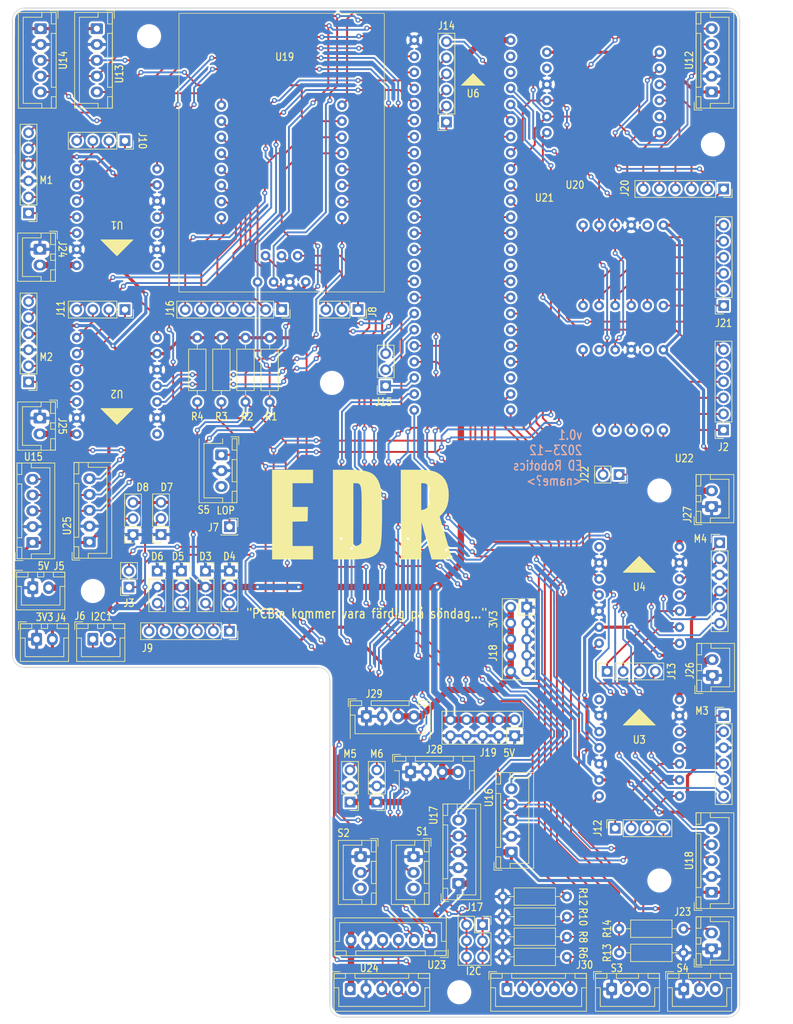
<source format=kicad_pcb>
(kicad_pcb (version 20221018) (generator pcbnew)
  (title_block (company "ED Robotics"))
  (layers (0 "F.Cu" signal) (31 "B.Cu" power) (34 "B.Paste" user) (35 "F.Paste" user) (36 "B.SilkS" user "B.Silkscreen") (37 "F.SilkS" user "F.Silkscreen") (38 "B.Mask" user) (39 "F.Mask" user) (44 "Edge.Cuts" user))
  (net 0 "")
  (net 1 "GND")
  (net 2 "+5V")
  (net 3 "Net-(D3-SIGNAL)")
  (net 4 "Net-(D4-SIGNAL)")
  (net 5 "Net-(D5-SIGNAL)")
  (net 6 "Net-(D6-SIGNAL)")
  (net 7 "Net-(D7-SIGNAL)")
  (net 8 "Net-(D8-SIGNAL)")
  (net 9 "Net-(J2-Pin_1)")
  (net 10 "Net-(J2-Pin_2)")
  (net 11 "Net-(J2-Pin_3)")
  (net 12 "Net-(J2-Pin_4)")
  (net 13 "Net-(J2-Pin_5)")
  (net 14 "Net-(J2-Pin_6)")
  (net 15 "Net-(J3-Pin_1)")
  (net 16 "Net-(J3-Pin_2)")
  (net 17 "+3.3V")
  (net 18 "SDA1")
  (net 19 "SCL1")
  (net 20 "Net-(J7-Pin_1)")
  (net 21 "Net-(J8-Pin_1)")
  (net 22 "Net-(J8-Pin_2)")
  (net 23 "Net-(J8-Pin_3)")
  (net 24 "Net-(J10-Pin_1)")
  (net 25 "Net-(J10-Pin_2)")
  (net 26 "Net-(J10-Pin_3)")
  (net 27 "Net-(J10-Pin_4)")
  (net 28 "Net-(J11-Pin_1)")
  (net 29 "Net-(J11-Pin_2)")
  (net 30 "Net-(J11-Pin_3)")
  (net 31 "Net-(J11-Pin_4)")
  (net 32 "Net-(J12-Pin_1)")
  (net 33 "Net-(J12-Pin_2)")
  (net 34 "Net-(J12-Pin_3)")
  (net 35 "Net-(J12-Pin_4)")
  (net 36 "Net-(J13-Pin_1)")
  (net 37 "Net-(J13-Pin_2)")
  (net 38 "Net-(J13-Pin_3)")
  (net 39 "Net-(J13-Pin_4)")
  (net 40 "Net-(J16-Pin_1)")
  (net 41 "Net-(J16-Pin_2)")
  (net 42 "Net-(J16-Pin_3)")
  (net 43 "Net-(J16-Pin_4)")
  (net 44 "Net-(J16-Pin_5)")
  (net 45 "Net-(J16-Pin_6)")
  (net 46 "Net-(J16-Pin_7)")
  (net 47 "SDA")
  (net 48 "SCL")
  (net 49 "Net-(J20-Pin_1)")
  (net 50 "Net-(J20-Pin_2)")
  (net 51 "Net-(J20-Pin_3)")
  (net 52 "Net-(J20-Pin_4)")
  (net 53 "Net-(J20-Pin_5)")
  (net 54 "Net-(J20-Pin_6)")
  (net 55 "Net-(J21-Pin_1)")
  (net 56 "Net-(J21-Pin_2)")
  (net 57 "Net-(J21-Pin_3)")
  (net 58 "Net-(J21-Pin_4)")
  (net 59 "Net-(J21-Pin_5)")
  (net 60 "Net-(J21-Pin_6)")
  (net 61 "Net-(J22-Pin_1)")
  (net 62 "Net-(J22-Pin_2)")
  (net 63 "Net-(U1-OUT1)")
  (net 64 "Net-(U1-OUT2)")
  (net 65 "/M1_ENCA")
  (net 66 "/M1_ENCB")
  (net 67 "Net-(U2-OUT1)")
  (net 68 "Net-(U2-OUT2)")
  (net 69 "/M2_ENCA")
  (net 70 "/M2_ENCB")
  (net 71 "Net-(U3-OUT1)")
  (net 72 "Net-(U3-OUT2)")
  (net 73 "/M3_ENCA")
  (net 74 "/M3_ENCB")
  (net 75 "Net-(U4-OUT1)")
  (net 76 "Net-(U4-OUT2)")
  (net 77 "/M4_ENCA")
  (net 78 "/M4_ENCB")
  (net 84 "/U12_XSHUT")
  (net 85 "/M1_IN1")
  (net 86 "/M1_IN2")
  (net 87 "/M2_IN1")
  (net 88 "/M2_IN2")
  (net 90 "/M3_IN1")
  (net 91 "/M3_IN2")
  (net 92 "/M4_IN1")
  (net 93 "/M4_IN2")
  (net 97 "Net-(J23-Pin_2)")
  (net 104 "/U13_XSHUT")
  (net 105 "/U14_XSHUT")
  (net 106 "/U15_XSHUT")
  (net 107 "/U16_XSHUT")
  (net 108 "/U17_XSHUT")
  (net 109 "/U18_XSHUT")
  (net 110 "/U25_XSHUT")
  (net 111 "/+6V_1")
  (net 112 "/+6V_2")
  (net 113 "/+6V_3")
  (net 114 "/+6V_4")
  (net 115 "/TCS34725_LED")
  (net 116 "/M5_SIG")
  (net 117 "/M6_SIG")
  (net 118 "/PR4")
  (net 119 "/PR3")
  (net 120 "/PR2")
  (net 121 "/PR1")
  (net 124 "Net-(J14-Pin_1)")
  (net 125 "/BMP1")
  (net 126 "/BMP2")
  (net 127 "/BMP3")
  (net 128 "/BMP4")
  (net 129 "Net-(J14-Pin_2)")
  (net 130 "Net-(J14-Pin_3)")
  (net 131 "Net-(J14-Pin_4)")
  (net 132 "Net-(J14-Pin_5)")
  (net 133 "/21_extra")
  (net 134 "Net-(J15-Pin_3)")
  (net 135 "/VBAT_MEAS")
  (net 136 "Net-(J15-Pin_2)")
  (net 137 "Net-(J15-Pin_1)")
  (footprint "Connector_JST:JST_XH_B4B-XH-A_1x04_P2.50mm_Vertical" (layer "F.Cu") (at 95.945 153.67)
    (fp_text reference "J28")
    (fp_text value "Conn_01x02_5V")
  )
  (footprint "Resistor_THT:R_Axial_DIN0207_L6.3mm_D2.5mm_P10.16mm_Horizontal" (layer "F.Cu") (at 139.065 178.435 180)
    (fp_text reference "R14")
    (fp_text value "R?")
  )
  (footprint "Resistor_THT:R_Axial_DIN0207_L6.3mm_D2.5mm_P10.16mm_Horizontal" (layer "F.Cu") (at 120.65 173.355 180)
    (fp_text reference "R12")
    (fp_text value "R?")
  )
  (footprint "Connector_JST:JST_XH_B2B-XH-A_1x02_P2.50mm_Vertical" (layer "F.Cu") (at 143.51 111.76 90)
    (fp_text reference "J27")
    (fp_text value "Conn_01x02")
  )
  (footprint "Connector_PinSocket_2.54mm:PinSocket_1x06_P2.54mm_Vertical" (layer "F.Cu") (at 67.31 131.445 -90)
    (fp_text reference "J9")
    (fp_text value "Conn_01x06_LED")
  )
  (footprint "Resistor_THT:R_Axial_DIN0207_L6.3mm_D2.5mm_P10.16mm_Horizontal" (layer "F.Cu") (at 120.65 179.705 180)
    (fp_text reference "R8")
    (fp_text value "R?")
  )
  (footprint "Connector_PinHeader_2.54mm:PinHeader_1x06_P2.54mm_Vertical" (layer "F.Cu") (at 144.78 117.475)
    (fp_text reference "M4")
    (fp_text value "~")
  )
  (footprint "Connector_JST:JST_XH_B5B-XH-A_1x05_P2.50mm_Vertical" (layer "F.Cu") (at 111.87 166.33 90)
    (fp_text reference "U16")
    (fp_text value "VL53L0/1X")
  )
  (footprint "Connector_PinSocket_2.54mm:PinSocket_1x04_P2.54mm_Vertical" (layer "F.Cu") (at 127 137.795 90)
    (fp_text reference "J13")
    (fp_text value "Conn_01x04_M4_extra")
  )
  (footprint "MountingHole:MountingHole_3.2mm_M3" (layer "F.Cu") (at 54.61 37.465)
    (fp_text reference "H1" hide)
    (fp_text value "MountingHole")
  )
  (footprint "Connector_PinSocket_2.54mm:PinSocket_1x06_P2.54mm_Vertical" (layer "F.Cu") (at 101.6 51.0286 180)
    (fp_text reference "J14")
    (fp_text value "Conn_01x06_teensy_left_extra")
  )
  (footprint "Connector_PinSocket_2.54mm:PinSocket_1x03_P2.54mm_Vertical" (layer "F.Cu") (at 52.07 116.19 180)
    (fp_text reference "D8")
    (fp_text value "WS2812")
  )
  (footprint "Connector_JST:JST_XH_B2B-XH-A_1x02_P2.50mm_Vertical" (layer "F.Cu") (at 37.355 71.12 -90)
    (fp_text reference "J24")
    (fp_text value "Conn_01x02")
  )
  (footprint "Resistor_THT:R_Axial_DIN0207_L6.3mm_D2.5mm_P10.16mm_Horizontal" (layer "F.Cu") (at 62.23 85.09 -90)
    (fp_text reference "R4")
    (fp_text value "R?")
  )
  (footprint "Connector_JST:JST_XH_B2B-XH-A_1x02_P2.50mm_Vertical" (layer "F.Cu") (at 36.235 124.57)
    (fp_text reference "J5")
    (fp_text value "Conn_01x02_3V3")
  )
  (footprint "RCJ2024_kicad_footprints:IO_Expander_nopower" (layer "F.Cu") (at 66.04 66.13)
    (fp_text reference "U19")
    (fp_text value "~")
  )
  (footprint "Connector_PinSocket_2.54mm:PinSocket_2x05_P2.54mm_Vertical" (layer "F.Cu") (at 112.395 147.955 -90)
    (fp_text reference "J19")
    (fp_text value "Conn_02x05_5V_GND")
  )
  (footprint "MountingHole:MountingHole_3.2mm_M3" (layer "F.Cu") (at 135.255 170.815)
    (fp_text reference "H4" hide)
    (fp_text value "MountingHole")
  )
  (footprint "Connector_PinSocket_2.54mm:PinSocket_1x02_P2.54mm_Vertical" (layer "F.Cu") (at 51.435 124.475 180)
    (fp_text reference "J3")
    (fp_text value "Conn_01x02_colsens_interrupt")
  )
  (footprint "Connector_PinHeader_2.54mm:PinHeader_1x06_P2.54mm_Vertical" (layer "F.Cu") (at 35.56 65.405 180)
    (fp_text reference "M1")
    (fp_text value "~")
  )
  (footprint "Connector_JST:JST_XH_B3B-XH-A_1x03_P2.50mm_Vertical" (layer "F.Cu") (at 88.045 167.045 -90)
    (fp_text reference "S2")
    (fp_text value "bump")
  )
  (footprint "RCJ2024_kicad_footprints:ICM2049" (layer "F.Cu") (at 135.89 67.31 180)
    (fp_text reference "U21")
    (fp_text value "ICM20948")
  )
  (footprint "Connector_PinSocket_2.54mm:PinSocket_1x03_P2.54mm_Vertical" (layer "F.Cu") (at 56.49 116.175 180)
    (fp_text reference "D7")
    (fp_text value "WS2812")
  )
  (footprint "RCJ2024_kicad_footprints:DRV8874" (layer "F.Cu") (at 125.73 133.35)
    (fp_text reference "U4")
    (fp_text value "DRV8874")
  )
  (footprint "Connector_JST:JST_XH_B5B-XH-A_1x05_P2.50mm_Vertical" (layer "F.Cu") (at 143.51 46.275 90)
    (fp_text reference "U12")
    (fp_text value "VL53L0/1X")
  )
  (footprint "Connector_PinSocket_2.54mm:PinSocket_1x03_P2.54mm_Vertical" (layer "F.Cu") (at 91.9988 92.6846 180)
    (fp_text reference "J15")
    (fp_text value "Conn_01x03")
  )
  (footprint "Connector_PinHeader_2.54mm:PinHeader_1x06_P2.54mm_Vertical" (layer "F.Cu") (at 35.56 92.075 180)
    (fp_text reference "M2")
    (fp_text value "~")
  )
  (footprint "Connector_JST:JST_XH_B2B-XH-A_1x02_P2.50mm_Vertical" (layer "F.Cu") (at 36.83 132.715)
    (fp_text reference "J4")
    (fp_text value "Conn_01x02_5V")
  )
  (footprint "Connector_JST:JST_XH_B3B-XH-A_1x03_P2.50mm_Vertical" (layer "F.Cu") (at 66.04 103.585 -90)
    (fp_text reference "S5")
    (fp_text value "SW_LOP")
  )
  (footprint "Resistor_THT:R_Axial_DIN0207_L6.3mm_D2.5mm_P10.16mm_Horizontal" (layer "F.Cu") (at 69.85 85.09 -90)
    (fp_text reference "R2")
    (fp_text value "R?")
  )
  (footprint "Connector_JST:JST_XH_B3B-XH-A_1x03_P2.50mm_Vertical" (layer "F.Cu") (at 127.715 187.96)
    (fp_text reference "S3")
    (fp_text value "bump")
  )
  (footprint "Connector_JST:JST_XH_B5B-XH-A_1x05_P2.50mm_Vertical" (layer "F.Cu") (at 37.465 36.275 -90)
    (fp_text reference "U14")
    (fp_text value "VL53L0/1X")
  )
  (footprint "Connector_JST:JST_XH_B4B-XH-A_1x04_P2.50mm_Vertical" (layer "F.Cu") (at 88.96 144.89)
    (fp_text reference "J29")
    (fp_text value "Conn_01x02_3.3V")
  )
  (footprint "Connector_PinSocket_2.54mm:PinSocket_2x05_P2.54mm_Vertical" (layer "F.Cu") (at 114.3 127.635)
    (fp_text reference "J18")
    (fp_text value "Conn_02x05_3V3_GND")
  )
  (footprint "Connector_JST:JST_XH_B5B-XH-A_1x05_P2.50mm_Vertical" (layer "F.Cu") (at 103.505 171.29 90)
    (fp_text reference "U17")
    (fp_text value "VL53L0/1X")
  )
  (footprint "MountingHole:MountingHole_3.2mm_M3" (layer "F.Cu") (at 143.7132 54.5592)
    (fp_text reference "H2" hide)
    (fp_text value "MountingHole")
  )
  (footprint "MountingHole:MountingHole_3.2mm_M3" (layer "F.Cu") (at 83.5152 92.2274)
    (fp_text reference "H7" hide)
    (fp_text value "MountingHole")
  )
  (footprint "Connector_PinSocket_2.54mm:PinSocket_1x04_P2.54mm_Vertical" (layer "F.Cu") (at 128.27 162.56 90)
    (fp_text reference "J12")
    (fp_text value "Conn_01x04_M3_extra")
  )
  (footprint "Resistor_THT:R_Axial_DIN0207_L6.3mm_D2.5mm_P10.16mm_Horizontal" (layer "F.Cu") (at 120.65 182.88 180)
    (fp_text reference "R6")
    (fp_text value "R?")
  )
  (footprint "Connector_PinSocket_2.54mm:PinSocket_1x06_P2.54mm_Vertical" (layer "F.Cu") (at 145.415 80.01 180)
    (fp_text reference "J21")
    (fp_text value "Conn_01x06_ISM20948_extra")
  )
  (footprint "Connector_PinSocket_2.54mm:PinSocket_1x01_P2.54mm_Vertical" (layer "F.Cu") (at 67.31 114.935)
    (fp_text reference "J7")
    (fp_text value "Conn_01x01_LOP")
  )
  (footprint "Connector_PinSocket_2.54mm:PinSocket_1x07_P2.54mm_Vertical" (layer "F.Cu") (at 75.565 80.645 -90)
    (fp_text reference "J16")
    (fp_text value "Conn_01x07_IO_expander_extra")
  )
  (footprint "Resistor_THT:R_Axial_DIN0207_L6.3mm_D2.5mm_P10.16mm_Horizontal" (layer "F.Cu") (at 120.65 176.53 180)
    (fp_text reference "R10")
    (fp_text value "R?")
  )
  (footprint "Connector_JST:JST_XH_B5B-XH-A_1x05_P2.50mm_Vertical" (layer "F.Cu") (at 143.51 172.68 90)
    (fp_text reference "U18")
    (fp_text value "VL53L0/1X")
  )
  (footprint "Connector_PinHeader_2.54mm:PinHeader_1x03_P2.54mm_Vertical" (layer "F.Cu") (at 90.6 158.4325 180)
    (fp_text reference "M6")
    (fp_text value "Servo2")
  )
  (footprint "MountingHole:MountingHole_3.2mm_M3" (layer "F.Cu") (at 103.632 188.468)
    (fp_text reference "H5" hide)
    (fp_text value "MountingHole")
  )
  (footprint "RCJ2024_kicad_footprints:Teensy_41" (layer "F.Cu") (at 96.52 96.52)
    (fp_text reference "U6")
    (fp_text value "~")
  )
  (footprint "Connector_PinHeader_2.54mm:PinHeader_1x03_P2.54mm_Vertical" (layer "F.Cu") (at 86.36 158.4325 180)
    (fp_text reference "M5")
    (fp_text value "Servo1")
  )
  (footprint "RCJ2024_kicad_footprints:lidar" (layer "F.Cu") (at 91.278217 120.65 -90)
    (fp_text reference "REF**")
    (fp_text value "lidar")
  )
  (footprint "Connector_PinSocket_2.54mm:PinSocket_1x03_P2.54mm_Vertical" (layer "F.Cu") (at 87.63 80.645 -90)
    (fp_text reference "J8")
    (fp_text value "Conn_01x03_IO_expander_interrupts_extra")
  )
  (footprint "Connector_PinSocket_2.54mm:PinSocket_1x03_P2.54mm_Vertical" (layer "F.Cu") (at 63.525 121.935)
    (fp_text reference "D3")
    (fp_text value "~")
  )
  (footprint "Connector_JST:JST_XH_B2B-XH-A_1x02_P2.50mm_Vertical" (layer "F.Cu") (at 45.72 132.715)
    (fp_text reference "J6")
    (fp_text value "Conn_01x02_I2C1")
  )
  (footprint "Connector_PinSocket_2.54mm:PinSocket_1x03_P2.54mm_Vertical" (layer "F.Cu") (at 67.31 121.935)
    (fp_text reference "D4")
    (fp_text value "~")
  )
  (footprint "Connector_JST:JST_XH_B2B-XH-A_1x02_P2.50mm_Vertical" (layer "F.Cu") (at 143.62 138.43 90)
    (fp_text reference "J26")
    (fp_text value "Conn_01x02")
  )
  (footprint "Connector_JST:JST_XH_B5B-XH-A_1x05_P2.50mm_Vertical" (layer "F.Cu") (at 111.165 187.96)
    (fp_text reference "J30")
    (fp_text value "Conn_01x05_photoresistors")
  )
  (footprint "Connector_PinSocket_2.54mm:PinSocket_2x03_P2.54mm_Vertical" (layer "F.Cu") (at 107.315 177.8)
    (fp_text reference "J17")
    (fp_text value "Conn_02x03_I2C")
  )
  (footprint "RCJ2024_kicad_footprints:DRV8874" (layer "F.Cu") (at 125.73 157.48)
    (fp_text reference "U3")
    (fp_text value "DRV8874")
  )
  (footprint "LOGO" (layer "F.Cu") (at 88.416793 114.143148)
    (fp_text reference "G***" hide)
    (fp_text value "LOGO" hide)
  )
  (footprint "Connector_JST:JST_XH_B6B-XH-A_1x06_P2.50mm_Vertical" (layer "F.Cu") (at 99.02 180.23 180)
    (fp_text reference "U23")
    (fp_text value "TCS34725")
  )
  (footprint "Connector_PinSocket_2.54mm:PinSocket_1x04_P2.54mm_Vertical" (layer "F.Cu") (at 50.8 80.645 -90)
    (fp_text reference "J11")
    (fp_text value "Conn_01x04_M2_extra")
  )
  (footprint "Connector_JST:JST_XH_B2B-XH-A_1x02_P2.50mm_Vertical" (layer "F.Cu") (at 143.51 181.61 90)
    (fp_text reference "J23")
    (fp_text value "VBAT_meas_conn")
  )
  (footprint "Connector_PinSocket_2.54mm:PinSocket_1x04_P2.54mm_Vertical" (layer "F.Cu") (at 50.8 53.975 -90)
    (fp_text reference "J10")
    (fp_text value "Conn_01x04_M1_extra")
  )
  (footprint "Connector_PinSocket_2.54mm:PinSocket_1x03_P2.54mm_Vertical" (layer "F.Cu") (at 59.715 121.935)
    (fp_text reference "D5")
    (fp_text value "~")
  )
  (footprint "Connector_JST:JST_XH_B2B-XH-A_1x02_P2.50mm_Vertical" (layer "F.Cu") (at 37.355 97.79 -90)
    (fp_text reference "J25")
    (fp_text value "Conn_01x02")
  )
  (footprint "Connector_JST:JST_XH_B5B-XH-A_1x05_P2.50mm_Vertical" (layer "F.Cu") (at 45.195 117.355 90)
    (fp_text reference "U25")
    (fp_text value "VL53L0/1X")
  )
  (footprint "Resistor_THT:R_Axial_DIN0207_L6.3mm_D2.5mm_P10.16mm_Horizontal" (layer "F.Cu") (at 66.04 85.09 -90)
    (fp_text reference "R3")
    (fp_text value "R?")
  )
  (footprint "Connector_JST:JST_XH_B5B-XH-A_1x05_P2.50mm_Vertical" (layer "F.Cu") (at 86.4 187.96)
    (fp_text reference "U24")
    (fp_text value "APDS9960")
  )
  (footprint "Resistor_THT:R_Axial_DIN0207_L6.3mm_D2.5mm_P10.16mm_Horizontal" (layer "F.Cu") (at 128.905 182.245)
    (fp_text reference "R13")
    (fp_text value "R?")
  )
  (footprint "RCJ2024_kicad_footprints:DRV8874" (layer "F.Cu") (at 55.88 85.065 180)
    (fp_text reference "U2")
    (fp_text value "DRV8874")
  )
  (footprint "RCJ2024_kicad_footprints:BNO085" (layer "F.Cu") (at 117.475 40.005 -90)
    (fp_text reference "U20")
    (fp_text value "BNO085")
  )
  (footprint "Connector_PinSocket_2.54mm:PinSocket_1x03_P2.54mm_Vertical" (layer "F.Cu") (at 55.905 121.935)
    (fp_text reference "D6")
    (fp_text value "~")
  )
  (footprint "Connector_JST:JST_XH_B5B-XH-A_1x05_P2.50mm_Vertical" (layer "F.Cu") (at 46.355 36.275 -90)
    (fp_text reference "U13")
    (fp_text value "VL53L0/1X")
  )
  (footprint "RCJ2024_kicad_footprints:DRV8874" (layer "F.Cu") (at 55.88 58.42 180)
    (fp_text reference "U1")
    (fp_text value "DRV8874")
  )
  (footprint "MountingHole:MountingHole_3.2mm_M3" (layer "F.Cu") (at 135.255 109.22)
    (fp_text reference "H3" hide)
    (fp_text value "MountingHole")
  )
  (footprint "Connector_PinSocket_2.54mm:PinSocket_1x06_P2.54mm_Vertical" (layer "F.Cu") (at 145.39 99.67 180)
    (fp_text reference "J2")
    (fp_text value "Conn_01x06_IMU_extra")
  )
  (footprint "Connector_PinSocket_2.54mm:PinSocket_1x06_P2.54mm_Vertical" (layer "F.Cu") (at 145.415 61.595 -90)
    (fp_text reference "J20")
    (fp_text value "Conn_01x06_BNO085_extra")
  )
  (footprint "RCJ2024_kicad_footprints:LSM6DSOX+LIS3MDL" (layer "F.Cu") (at 135.89 86.995 180)
    (fp_text reference "U22")
    (fp_text value "LSM6DSOX+LIS3MDL")
  )
  (footprint "MountingHole:MountingHole_3.2mm_M3" (layer "F.Cu") (at 45.72 125.095)
    (fp_text reference "H6" hide)
    (fp_text value "MountingHole")
  )
  (footprint "Connector_PinSocket_2.54mm:PinSocket_1x02_P2.54mm_Vertical" (layer "F.Cu") (at 128.885 106.705 -90)
    (fp_text reference "J22")
    (fp_text value "Conn_01x02_LSM5DSOX_LIS3MDL_extra")
  )
  (footprint "Connector_JST:JST_XH_B5B-XH-A_1x05_P2.50mm_Vertical" (layer "F.Cu") (at 36.195 117.435 90)
    (fp_text reference "U15")
    (fp_text value "VL53L0/1X")
  )
  (footprint "Resistor_THT:R_Axial_DIN0207_L6.3mm_D2.5mm_P10.16mm_Horizontal" (layer "F.Cu") (at 73.66 85.09 -90)
    (fp_text reference "R1")
    (fp_text value "R?")
  )
  (footprint "Connector_PinHeader_2.54mm:PinHeader_1x06_P2.54mm_Vertical" (layer "F.Cu") (at 145.415 144.78)
    (fp_text reference "M3")
    (fp_text value "~")
  )
  (footprint "Connector_JST:JST_XH_B3B-XH-A_1x03_P2.50mm_Vertical" (layer "F.Cu") (at 139.105 187.96)
    (fp_text reference "S4")
    (fp_text value "bump")
  )
  (footprint "Connector_JST:JST_XH_B3B-XH-A_1x03_P2.50mm_Vertical" (layer "F.Cu") (at 96.41 167.045 -90)
    (fp_text reference "S1")
    (fp_text value "bump")
  )
  (gr_arc (start 146.05 33.02) (mid 147.397038 33.577962) (end 147.955 34.925) (stroke (width 0.1)) (layer "Edge.Cuts"))
  (gr_line (start 34.925 137.16) (end 81.28 137.16) (stroke (width 0.15)) (layer "Edge.Cuts"))
  (gr_line (start 147.955 190.5) (end 147.955 34.925) (stroke (width 0.15)) (layer "Edge.Cuts"))
  (gr_line (start 33.02 34.925) (end 33.02 135.255) (stroke (width 0.15)) (layer "Edge.Cuts"))
  (gr_arc (start 81.28 137.16) (mid 82.627038 137.717962) (end 83.185 139.065) (stroke (width 0.1)) (layer "Edge.Cuts"))
  (gr_line (start 83.185 139.065) (end 83.185 190.5) (stroke (width 0.15)) (layer "Edge.Cuts"))
  (gr_line (start 146.05 33.02) (end 34.925 33.02) (stroke (width 0.15)) (layer "Edge.Cuts"))
  (gr_arc (start 34.925 137.16) (mid 33.577962 136.602038) (end 33.02 135.255) (stroke (width 0.1)) (layer "Edge.Cuts"))
  (gr_line (start 85.09 192.405) (end 146.05 192.405) (stroke (width 0.15)) (layer "Edge.Cuts"))
  (gr_arc (start 33.02 34.925) (mid 33.577962 33.577962) (end 34.925 33.02) (stroke (width 0.1)) (layer "Edge.Cuts"))
  (gr_arc (start 85.09 192.405) (mid 83.742962 191.847038) (end 83.185 190.5) (stroke (width 0.1)) (layer "Edge.Cuts"))
  (gr_arc (start 147.955 190.5) (mid 147.397038 191.847038) (end 146.05 192.405) (stroke (width 0.1)) (layer "Edge.Cuts"))
  (gr_text "v0.1\n2023-12\nED Robotics\n<name?>" (at 123.19 108.585) (layer "B.SilkS") (effects (font (size 1.5 1.2) (thickness 0.21) bold) (justify left bottom mirror)))
  (gr_text "3V3" (at 36.6014 129.921) (layer "F.SilkS") (effects (font (size 1.2 1) (thickness 0.18)) (justify left bottom)))
  (gr_text "5V" (at 36.9062 121.8438) (layer "F.SilkS") (effects (font (size 1.2 1) (thickness 0.18)) (justify left bottom)))
  (gr_text "{dblquote}PCB:n kommer vara färdig på söndag...{dblquote}" (at 69.85 129.54) (layer "F.SilkS") (effects (font (size 1.5 1.2) (thickness 0.21) bold) (justify left bottom)))
  (gr_text "I2C" (at 104.5718 185.8264) (layer "F.SilkS") (effects (font (size 1.2 1) (thickness 0.18) bold) (justify left bottom)))
  (gr_text "5V" (at 110.49 151.384) (layer "F.SilkS") (effects (font (size 1.2 1) (thickness 0.18) bold) (justify left bottom)))
  (gr_text "3V3" (at 109.728 131.064 90) (layer "F.SilkS") (effects (font (size 1.2 1) (thickness 0.18) bold) (justify left bottom)))
  (gr_text "I2C1" (at 45.2882 129.8448) (layer "F.SilkS") (effects (font (size 1.2 1) (thickness 0.18)) (justify left bottom)))
  (gr_text "LOP" (at 65.1764 113.0808) (layer "F.SilkS") (effects (font (size 1.2 1) (thickness 0.18)) (justify left bottom)))
  (segment (start 37.38 97.765) (end 37.355 97.79) (width 1) (layer "F.Cu") (net 1))
  (segment (start 56.49 111.095) (end 58.39 111.095) (width 0.5) (layer "F.Cu") (net 2))
  (segment (start 100.945 153.67) (end 100.945 155.595) (width 1) (layer "F.Cu") (net 2))
  (segment (start 90.6 158.4325) (end 98.1075 158.4325) (width 1) (layer "F.Cu") (net 2))
  (segment (start 86.36 158.4325) (end 90.6 158.4325) (width 1) (layer "F.Cu") (net 2))
  (segment (start 56.515 111.125) (end 52.07 111.125) (width 0.5) (layer "F.Cu") (net 2))
  (segment (start 92.8624 124.4854) (end 92.837 124.46) (width 1) (layer "F.Cu") (net 2))
  (segment (start 100.945 151.745) (end 100.33 151.13) (width 1) (layer "F.Cu") (net 2))
  (segment (start 40.75 124.57) (end 38.735 124.57) (width 1) (layer "F.Cu") (net 2))
  (segment (start 100.965 145.415) (end 102.235 145.415) (width 1) (layer "F.Cu") (net 2))
  (segment (start 55.905 124.475) (end 67.31 124.475) (width 1) (layer "F.Cu") (net 2))
  (segment (start 71.755 124.46) (end 67.325 124.46) (width 1) (layer "F.Cu") (net 2))
  (segment (start 59.69 112.395) (end 61.595 114.3) (width 0.5) (layer "F.Cu") (net 2))
  (segment (start 43.815 127.635) (end 40.75 124.57) (width 1) (layer "F.Cu") (net 2))
  (segment (start 100.1522 124.4854) (end 92.8624 124.4854) (width 1) (layer "F.Cu") (net 2))
  (segment (start 103.886 41.529) (end 107.315 38.1) (width 1) (layer "F.Cu") (net 2))
  (segment (start 67.325 124.46) (end 67.31 124.475) (width 1) (layer "F.Cu") (net 2))
  (segment (start 61.595 114.3) (end 61.595 116.205) (width 0.5) (layer "F.Cu") (net 2))
  (segment (start 103.445 153.67) (end 100.945 153.67) (width 1) (layer "F.Cu") (net 2))
  (segment (start 92.837 124.46) (end 78.232 124.46) (width 1) (layer "F.Cu") (net 2))
  (segment (start 100.945 153.67) (end 100.945 151.745) (width 1) (layer "F.Cu") (net 2))
  (segment (start 103.886 120.7516) (end 103.886 41.529) (width 1) (layer "F.Cu") (net 2))
  (segment (start 48.895 128.27) (end 48.26 127.635) (width 1) (layer "F.Cu") (net 2))
  (segment (start 100.33 151.13) (end 100.33 146.05) (width 1) (layer "F.Cu") (net 2))
  (segment (start 48.26 127.635) (end 43.815 127.635) (width 1) (layer "F.Cu") (net 2))
  (segment (start 58.39 111.095) (end 59.69 112.395) (width 0.5) (layer "F.Cu") (net 2))
  (segment (start 100.945 155.595) (end 98.1075 158.4325) (width 1) (layer "F.Cu") (net 2))
  (segment (start 102.235 145.415) (end 112.395 145.415) (width 1) (layer "F.Cu") (net 2))
  (segment (start 100.33 146.05) (end 100.965 145.415) (width 1) (layer "F.Cu") (net 2))
  (segment (start 107.315 38.1) (end 111.76 38.1) (width 1) (layer "F.Cu") (net 2))
  (segment (start 100.1522 124.4854) (end 103.886 120.7516) (width 1) (layer "F.Cu") (net 2))
  (via (at 61.595 116.205) (size 0.8) (drill 0.4) (layers "F.Cu" "B.Cu") (net 2))
  (via (at 100.1522 124.4854) (size 1) (drill 0.5) (layers "F.Cu" "B.Cu") (net 2))
  (via (at 71.755 124.46) (size 0.8) (drill 0.4) (layers "F.Cu" "B.Cu") (net 2))
  (via (at 78.232 124.46) (size 0.8) (drill 0.4) (layers "F.Cu" "B.Cu") (net 2))
  (via (at 48.895 128.27) (size 0.8) (drill 0.35) (layers "F.Cu" "B.Cu") (net 2))
  (segment (start 61.595 122.545) (end 63.525 124.475) (width 0.5) (layer "B.Cu") (net 2))
  (segment (start 78.232 124.46) (end 71.755 124.46) (width 1) (layer "B.Cu") (net 2))
  (segment (start 77.47 124.46) (end 77.455 124.475) (width 1) (layer "B.Cu") (net 2))
  (segment (start 48.895 128.27) (end 49.53 127.635) (width 1) (layer "B.Cu") (net 2))
  (segment (start 100.1522 124.4854) (end 99.695 124.9426) (width 1) (layer "B.Cu") (net 2))
  (segment (start 49.53 127.635) (end 52.745 127.635) (width 1) (layer "B.Cu") (net 2))
  (segment (start 61.595 116.205) (end 61.595 122.545) (width 0.5) (layer "B.Cu") (net 2))
  (segment (start 52.745 127.635) (end 55.905 124.475) (width 1) (layer "B.Cu") (net 2))
  (segment (start 99.695 140.97) (end 102.235 143.51) (width 1) (layer "B.Cu") (net 2))
  (segment (start 102.235 143.51) (end 102.235 145.415) (width 1) (layer "B.Cu") (net 2))
  (segment (start 78.232 124.46) (end 77.47 124.46) (width 1) (layer "B.Cu") (net 2))
  (segment (start 99.695 124.9426) (end 99.695 140.97) (width 1) (layer "B.Cu") (net 2))
  (segment (start 64.77 128.26) (end 64.77 131.445) (width 0.3) (layer "F.Cu") (net 3))
  (segment (start 63.525 127.015) (end 64.77 128.26) (width 0.3) (layer "F.Cu") (net 3))
  (segment (start 67.31 131.445) (end 67.31 127.015) (width 0.3) (layer "F.Cu") (net 4))
  (segment (start 62.23 129.53) (end 62.23 131.445) (width 0.3) (layer "F.Cu") (net 5))
  (segment (start 59.715 127.015) (end 62.23 129.53) (width 0.3) (layer "F.Cu") (net 5))
  (segment (start 55.905 127.015) (end 59.69 130.8) (width 0.3) (layer "F.Cu") (net 6))
  (segment (start 59.69 130.8) (end 59.69 131.445) (width 0.3) (layer "F.Cu") (net 6))
  (segment (start 53.975 119.38) (end 53.975 116.15) (width 0.3) (layer "F.Cu") (net 7))
  (segment (start 57.15 130.81) (end 57.15 131.445) (width 0.3) (layer "F.Cu") (net 7))
  (segment (start 53.975 127.635) (end 57.15 130.81) (width 0.3) (layer "F.Cu") (net 7))
  (segment (start 53.975 124.46) (end 53.975 127.635) (width 0.3) (layer "F.Cu") (net 7))
  (segment (start 53.975 116.15) (end 56.49 113.635) (width 0.3) (layer "F.Cu") (net 7))
  (via (at 53.975 124.46) (size 0.8) (drill 0.4) (layers "F.Cu" "B.Cu") (net 7))
  (via (at 53.975 119.38) (size 0.8) (drill 0.4) (layers "F.Cu" "B.Cu") (net 7))
  (segment (start 53.975 124.46) (end 53.975 119.38) (width 0.3) (layer "B.Cu") (net 7))
  (segment (start 49.53 114.935) (end 50.815 113.65) (width 0.3) (layer "F.Cu") (net 8))
  (segment (start 49.53 127) (end 49.53 114.935) (width 0.3) (layer "F.Cu") (net 8))
  (segment (start 52.705 127.635) (end 50.165 127.635) (width 0.3) (layer "F.Cu") (net 8))
  (segment (start 52.705 127.635) (end 54.61 129.54) (width 0.3) (layer "F.Cu") (net 8))
  (segment (start 50.165 127.635) (end 49.53 127) (width 0.3) (layer "F.Cu") (net 8))
  (segment (start 54.61 129.54) (end 54.61 131.445) (width 0.3) (layer "F.Cu") (net 8))
  (segment (start 50.815 113.65) (end 52.07 113.65) (width 0.3) (layer "F.Cu") (net 8))
  (segment (start 139.725 99.67) (end 145.39 99.67) (width 0.3) (layer "F.Cu") (net 9))
  (segment (start 139.7 99.695) (end 139.725 99.67) (width 0.3) (layer "F.Cu") (net 9))
  (segment (start 131.445 97.79) (end 137.795 97.79) (width 0.3) (layer "F.Cu") (net 9))
  (segment (start 130.81 99.695) (end 130.81 98.425) (width 0.3) (layer "F.Cu") (net 9))
  (segment (start 137.795 97.79) (end 139.7 99.695) (width 0.3) (layer "F.Cu") (net 9))
  (segment (start 130.81 98.425) (end 131.445 97.79) (width 0.3) (layer "F.Cu") (net 9))
  (segment (start 139.725 97.13) (end 145.39 97.13) (width 0.3) (layer "F.Cu") (net 10))
  (segment (start 139.065 96.52) (end 139.7 97.155) (width 0.3) (layer "F.Cu") (net 10))
  (segment (start 139.7 97.155) (end 139.725 97.13) (width 0.3) (layer "F.Cu") (net 10))
  (segment (start 128.27 98.425) (end 130.175 96.52) (width 0.3) (layer "F.Cu") (net 10))
  (segment (start 128.27 99.695) (end 128.27 98.425) (width 0.3) (layer "F.Cu") (net 10))
  (segment (start 130.175 96.52) (end 139.065 96.52) (width 0.3) (layer "F.Cu") (net 10))
  (segment (start 129.54 94.615) (end 129.565 94.59) (width 0.3) (layer "F.Cu") (net 11))
  (segment (start 129.565 94.59) (end 145.39 94.59) (width 0.3) (layer "F.Cu") (net 11))
  (segment (start 125.73 97.155) (end 128.27 94.615) (width 0.3) (layer "F.Cu") (net 11))
  (segment (start 128.27 94.615) (end 129.54 94.615) (width 0.3) (layer "F.Cu") (net 11))
  (segment (start 125.73 99.695) (end 125.73 97.155) (width 0.3) (layer "F.Cu") (net 11))
  (segment (start 127.025 92.05) (end 127 92.075) (width 0.3) (layer "F.Cu") (net 12))
  (segment (start 145.39 92.05) (end 127.025 92.05) (width 0.3) (layer "F.Cu") (net 12))
  (segment (start 127 92.075) (end 125.73 92.075) (width 0.3) (layer "F.Cu") (net 12))
  (segment (start 123.19 89.535) (end 123.19 86.995) (width 0.3) (layer "F.Cu") (net 12))
  (segment (start 125.73 92.075) (end 123.19 89.535) (width 0.3) (layer "F.Cu") (net 12))
  (segment (start 120.65 81.915) (end 122.555 83.82) (width 0.3) (layer "F.Cu") (net 13))
  (segment (start 143.535 89.51) (end 145.39 89.51) (width 0.3) (layer "F.Cu") (net 13))
  (segment (start 137.795 83.82) (end 143.51 89.535) (width 0.3) (layer "F.Cu") (net 13))
  (segment (start 143.51 89.535) (end 143.535 89.51) (width 0.3) (layer "F.Cu") (net 13))
  (segment (start 123.19 67.31) (end 123.19 69.215) (width 0.3) (layer "F.Cu") (net 13))
  (segment (start 123.19 69.215) (end 120.65 71.755) (width 0.3) (layer "F.Cu") (net 13))
  (segment (start 122.555 83.82) (end 137.795 83.82) (width 0.3) (layer "F.Cu") (net 13))
  (segment (start 120.65 71.755) (end 120.65 81.915) (width 0.3) (layer "F.Cu") (net 13))
  (segment (start 145.39 86.97) (end 140.97 82.55) (width 0.3) (layer "F.Cu") (net 14))
  (segment (start 116.84 78.74) (end 116.84 53.34) (width 0.3) (layer "F.Cu") (net 14))
  (segment (start 140.97 82.55) (end 123.825 82.55) (width 0.3) (layer "F.Cu") (net 14))
  (segment (start 116.84 53.34) (end 117.475 52.705) (width 0.3) (layer "F.Cu") (net 14))
  (via (at 116.84 78.74) (size 0.8) (drill 0.4) (layers "F.Cu" "B.Cu") (net 14))
  (via (at 123.825 82.55) (size 0.8) (drill 0.4) (layers "F.Cu" "B.Cu") (net 14))
  (segment (start 116.84 78.74) (end 120.65 82.55) (width 0.3) (layer "B.Cu") (net 14))
  (segment (start 120.65 82.55) (end 123.825 82.55) (width 0.3) (layer "B.Cu") (net 14))
  (segment (start 51.435 124.475) (end 52.69 124.475) (width 0.3) (layer "F.Cu") (net 15))
  (segment (start 96.4 187.96) (end 96.4 184.665) (width 0.3) (layer "F.Cu") (net 15))
  (segment (start 83.82 137.414) (end 80.264 133.858) (width 0.3) (layer "F.Cu") (net 15))
  (segment (start 53.975 120.65) (end 55.245 119.38) (width 0.3) (layer "F.Cu") (net 15))
  (segment (start 84.328 183.3372) (end 83.82 182.8292) (width 0.3) (layer "F.Cu") (net 15))
  (segment (start 52.69 124.475) (end 53.975 123.19) (width 0.3) (layer "F.Cu") (net 15))
  (segment (start 83.82 182.8292) (end 83.82 137.414) (width 0.3) (layer "F.Cu") (net 15))
  (segment (start 53.975 123.19) (end 53.975 120.65) (width 0.3) (layer "F.Cu") (net 15))
  (segment (start 55.245 119.38) (end 70.866 119.38) (width 0.3) (layer "F.Cu") (net 15))
  (segment (start 96.4 184.665) (end 95.25 183.515) (width 0.3) (layer "F.Cu") (net 15))
  (segment (start 70.866 119.38) (end 71.12 119.38) (width 0.3) (layer "F.Cu") (net 15))
  (via (at 84.328 183.3372) (size 0.8) (drill 0.4) (layers "F.Cu" "B.Cu") (net 15))
  (via (at 70.866 119.38) (size 0.8) (drill 0.4) (layers "F.Cu" "B.Cu") (net 15))
  (via (at 95.25 183.515) (size 0.8) (drill 0.4) (layers "F.Cu" "B.Cu") (net 15))
  (via (at 80.264 133.858) (size 0.8) (drill 0.4) (layers "F.Cu" "B.Cu") (net 15))
  (segment (start 69.85 125.476) (end 69.85 120.396) (width 0.3) (layer "B.Cu") (net 15))
  (segment (start 80.264 133.858) (end 74.676 128.27) (width 0.3) (layer "B.Cu") (net 15))
  (segment (start 84.328 183.3372) (end 84.5058 183.515) (width 0.3) (layer "B.Cu") (net 15))
  (segment (start 69.85 120.396) (end 70.866 119.38) (width 0.3) (layer "B.Cu") (net 15))
  (segment (start 84.5058 183.515) (end 95.25 183.515) (width 0.3) (layer "B.Cu") (net 15))
  (segment (start 74.676 128.27) (end 72.644 128.27) (width 0.3) (layer "B.Cu") (net 15))
  (segment (start 72.644 128.27) (end 69.85 125.476) (width 0.3) (layer "B.Cu") (net 15))
  (segment (start 85.344 138.8872) (end 85.344 136.398) (width 0.3) (layer "F.Cu") (net 16))
  (segment (start 51.435 121.935) (end 51.435 119.38) (width 0.3) (layer "F.Cu") (net 16))
  (segment (start 96.52 180.23) (end 96.52 179.705) (width 0.3) (layer "F.Cu") (net 16))
  (segment (start 91.44 163.195) (end 89.535 161.29) (width 0.3) (layer "F.Cu") (net 16))
  (segment (start 96.52 179.705) (end 95.25 178.435) (width 0.3) (layer "F.Cu") (net 16))
  (segment (start 91.44 174.625) (end 91.44 163.195) (width 0.3) (layer "F.Cu") (net 16))
  (segment (start 84.6461 149.4028) (end 84.6461 139.5851) (width 0.3) (layer "F.Cu") (net 16))
  (segment (start 92.075 175.26) (end 91.44 174.625) (width 0.3) (layer "F.Cu") (net 16))
  (segment (start 76.454 127.508) (end 76.454 120.65) (width 0.3) (layer "F.Cu") (net 16))
  (segment (start 59.055 118.11) (end 71.12 118.11) (width 0.3) (layer "F.Cu") (net 16))
  (segment (start 89.535 161.29) (end 87.63 161.29) (width 0.3) (layer "F.Cu") (net 16))
  (segment (start 78.994 130.048) (end 76.454 127.508) (width 0.3) (layer "F.Cu") (net 16))
  (segment (start 85.344 136.398) (end 81.788 132.842) (width 0.3) (layer "F.Cu") (net 16))
  (segment (start 51.435 119.38) (end 52.07 118.745) (width 0.3) (layer "F.Cu") (net 16))
  (segment (start 84.6461 139.5851) (end 85.344 138.8872) (width 0.3) (layer "F.Cu") (net 16))
  (via (at 76.454 120.65) (size 0.8) (drill 0.4) (layers "F.Cu" "B.Cu") (net 16))
  (via (at 78.994 130.048) (size 0.8) (drill 0.4) (layers "F.Cu" "B.Cu") (net 16))
  (via (at 52.07 118.745) (size 0.8) (drill 0.4) (layers "F.Cu" "B.Cu") (net 16))
  (via (at 71.12 118.11) (size 0.8) (drill 0.4) (layers "F.Cu" "B.Cu") (net 16))
  (via (at 84.6461 149.4028) (size 0.8) (drill 0.4) (layers "F.Cu" "B.Cu") (net 16))
  (via (at 81.788 132.842) (size 0.8) (drill 0.4) (layers "F.Cu" "B.Cu") (net 16))
  (via (at 95.25 178.435) (size 0.8) (drill 0.4) (layers "F.Cu" "B.Cu") (net 16))
  (via (at 92.075 175.26) (size 0.8) (drill 0.4) (layers "F.Cu" "B.Cu") (net 16))
  (via (at 87.63 161.29) (size 0.8) (drill 0.4) (layers "F.Cu" "B.Cu") (net 16))
  (via (at 59.055 118.11) (size 0.8) (drill 0.4) (layers "F.Cu" "B.Cu") (net 16))
  (segment (start 52.705 118.11) (end 59.055 118.11) (width 0.3) (layer "B.Cu") (net 16))
  (segment (start 76.454 120.65) (end 76.454 119.38) (width 0.3) (layer "B.Cu") (net 16))
  (segment (start 84.6461 149.4028) (end 84.1248 149.9241) (width 0.3) (layer "B.Cu") (net 16))
  (segment (start 76.454 119.38) (end 75.184 118.11) (width 0.3) (layer "B.Cu") (net 16))
  (segment (start 95.25 178.435) (end 92.075 175.26) (width 0.3) (layer "B.Cu") (net 16))
  (segment (start 81.788 132.842) (end 78.994 130.048) (width 0.3) (layer "B.Cu") (net 16))
  (segment (start 84.963 161.29) (end 87.63 161.29) (width 0.3) (layer "B.Cu") (net 16))
  (segment (start 84.1248 160.4518) (end 84.963 161.29) (width 0.3) (layer "B.Cu") (net 16))
  (segment (start 52.07 118.745) (end 52.705 118.11) (width 0.3) (layer "B.Cu") (net 16))
  (segment (start 84.1248 149.9241) (end 84.1248 160.4518) (width 0.3) (layer "B.Cu") (net 16))
  (segment (start 75.184 118.11) (end 71.12 118.11) (width 0.3) (layer "B.Cu") (net 16))
  (segment (start 130.81 155.575) (end 130.175 154.94) (width 0.5) (layer "F.Cu") (net 17))
  (segment (start 143.51 46.275) (end 140.89 46.275) (width 0.5) (layer "F.Cu") (net 17))
  (segment (start 140.335 133.985) (end 139.065 135.255) (width 0.5) (layer "F.Cu") (net 17))
  (segment (start 78.74 83.185) (end 78.74 77.47) (width 0.5) (layer "F.Cu") (net 17))
  (segment (start 140.375 172.68) (end 143.51 172.68) (width 0.5) (layer "F.Cu") (net 17))
  (segment (start 130.81 130.81) (end 125.73 130.81) (width 0.5) (layer "F.Cu") (net 17))
  (segment (start 54.102 78.232) (end 50.8 74.93) (width 0.5) (layer "F.Cu") (net 17))
  (segment (start 141.605 65.405) (end 145.923 65.405) (width 0.5) (layer "F.Cu") (net 17))
  (segment (start 48.895 59.055) (end 50.8 60.96) (width 0.5) (layer "F.Cu") (net 17))
  (segment (start 48.26 114.29) (end 45.195 117.355) (width 0.5) (layer "F.Cu") (net 17))
  (segment (start 123.444 141.986) (end 123.444 141.5288) (width 0.5) (layer "F.Cu") (net 17))
  (segment (start 143.51 172.68) (end 145.455 172.68) (width 0.5) (layer "F.Cu") (net 17))
  (segment (start 69.85 85.09) (end 73.66 85.09) (width 0.5) (layer "F.Cu") (net 17))
  (segment (start 62 85.09) (end 66.04 85.09) (width 0.5) (layer "F.Cu") (net 17))
  (segment (start 39.33 132.715) (end 39.33 130.77) (width 0.5) (layer "F.Cu") (net 17))
  (segment (start 50.8 74.93) (end 50.8 60.96) (width 0.5) (layer "F.Cu") (net 17))
  (segment (start 136.525 37.465) (end 133.35 37.465) (width 0.5) (layer "F.Cu") (net 17))
  (segment (start 35.56 57.785) (end 36.83 56.515) (width 0.5) (layer "F.Cu") (net 17))
  (segment (start 146.812 124.46) (end 146.177 125.095) (width 0.5) (layer "F.Cu") (net 17))
  (segment (start 139.065 160.655) (end 138.43 160.02) (width 0.5) (layer "F.Cu") (net 17))
  (segment (start 75.311 136.144) (end 80.645 130.81) (width 0.5) (layer "F.Cu") (net 17))
  (segment (start 138.43 160.02) (end 135.255 160.02) (width 0.5) (layer "F.Cu") (net 17))
  (segment (start 139.065 135.255) (end 135.255 135.255) (width 0.5) (layer "F.Cu") (net 17))
  (segment (start 33.67 37.45) (end 34.925 36.195) (width 0.5) (layer "F.Cu") (net 17))
  (segment (start 34.925 36.195) (end 35.005 36.275) (width 0.5) (layer "F.Cu") (net 17))
  (segment (start 76.835 85.09) (end 78.74 83.185) (width 0.5) (layer "F.Cu") (net 17))
  (segment (start 144.78 125.095) (end 140.335 129.54) (width 0.5) (layer "F.Cu") (net 17))
  (segment (start 123.571 142.113) (end 123.444 141.986) (width 0.5) (layer "F.Cu") (net 17))
  (segment (start 45.115 117.435) (end 45.195 117.355) (width 0.5) (layer "F.Cu") (net 17))
  (segment (start 35.56 84.455) (end 38.1 84.455) (width 0.5) (layer "F.Cu") (net 17))
  (segment (start 111.87 169.02) (end 111.87 166.33) (width 0.5) (layer "F.Cu") (net 17))
  (segment (start 97.68 144.89) (end 101.854 140.716) (width 1) (layer "F.Cu") (net 17))
  (segment (start 35.005 36.275) (end 37.465 36.275) (width 0.5) (layer "F.Cu") (net 17))
  (segment (start 111.165 186.015) (end 113.03 184.15) (width 0.5) (layer "F.Cu") (net 17))
  (segment (start 48.26 92.71) (end 48.26 114.29) (width 0.5) (layer "F.Cu") (net 17))
  (segment (start 111.165 187.96) (end 111.165 186.015) (width 0.5) (layer "F.Cu") (net 17))
  (segment (start 33.67 127.015) (end 33.67 119.96) (width 0.5) (layer "F.Cu") (net 17))
  (segment (start 145.335 46.275) (end 143.51 46.275) (width 0.5) (layer "F.Cu") (net 17))
  (segment (start 137.795 175.26) (end 140.375 172.68) (width 0.5) (layer "F.Cu") (net 17))
  (segment (start 141.605 152.4) (end 140.97 153.035) (width 0.5) (layer "F.Cu") (net 17))
  (segment (start 145.415 152.4) (end 141.605 152.4) (width 0.5) (layer "F.Cu") (net 17))
  (segment (start 109.795 166.37) (end 111.62 166.37) (width 1) (layer "F.Cu") (net 17))
  (segment (start 113.03 184.15) (end 113.03 170.18) (width 0.5) (layer "F.Cu") (net 17))
  (segment (start 103.475 171.33) (end 104.835 171.33) (width 1) (layer "F.Cu") (net 17))
  (segment (start 55.88 87.605) (end 57.175 87.605) (width 0.5) (layer "F.Cu") (net 17))
  (segment (start 138.43 43.815) (end 138.43 39.37) (width 0.5) (layer "F.Cu") (net 17))
  (segment (start 39.37 83.185) (end 43.18 83.185) (width 0.5) (layer "F.Cu") (net 17))
  (segment (start 33.67 55.895) (end 33.67 37.45) (width 0.5) (layer "F.Cu") (net 17))
  (segment (start 134.62 175.26) (end 137.795 175.26) (width 0.5) (layer "F.Cu") (net 17))
  (segment (start 142.24 102.235) (end 146.812 106.807) (width 0.5) (layer "F.Cu") (net 17))
  (segment (start 86.52 180.23) (end 86.52 178.91) (width 1) (layer "F.Cu") (net 17))
  (segment (start 96.46 144.89) (end 97.68 144.89) (width 1) (layer "F.Cu") (net 17))
  (segment (start 130.175 154.94) (end 125.73 154.94) (width 0.5) (layer "F.Cu") (net 17))
  (segment (start 146.177 125.095) (end 144.78 125.095) (width 0.5) (layer "F.Cu") (net 17))
  (segment (start 145.923 65.405) (end 147.1422 64.1858) (width 0.5) (layer "F.Cu") (net 17))
  (segment (start 123.3545 150.622) (end 123.825 150.1515) (width 0.5) (layer "F.Cu") (net 17))
  (segment (start 93.96 144.89) (end 96.46 144.89) (width 1) (layer "F.Cu") (net 17))
  (segment (start 139.7 154.305) (end 139.7 157.48) (width 0.5) (layer "F.Cu") (net 17))
  (segment (start 40.894 136.144) (end 75.311 136.144) (width 0.5) (layer "F.Cu") (net 17))
  (segment (start 38.1 84.455) (end 38.735 83.82) (width 0.5) (layer "F.Cu") (net 17))
  (segment (start 111.76 138.43) (end 111.76 137.795) (width 1) (layer "F.Cu") (net 17))
  (segment (start 35.56 57.785) (end 33.67 55.895) (width 0.5) (layer "F.Cu") (net 17))
  (segment (start 50.14 87.605) (end 55.88 87.605) (width 0.5) (layer "F.Cu") (net 17))
  (segment (start 145.415 160.655) (end 139.065 160.655) (width 0.5) (layer "F.Cu") (net 17))
  (segment (start 146.685 171.45) (end 146.685 161.925) (width 0.5) (layer "F.Cu") (net 17))
  (segment (start 99.06 177.165) (end 100.33 175.895) (width 1) (layer "F.Cu") (net 17))
  (segment (start 139.7 158.75) (end 138.43 160.02) (width 0.5) (layer "F.Cu") (net 17))
  (segment (start 113.03 170.18) (end 111.87 169.02) (width 0.5) (layer "F.Cu") (net 17))
  (segment (start 37.465 36.275) (end 46.355 36.275) (width 0.5) (layer "F.Cu") (net 17))
  (segment (start 86.52 178.91) (end 88.265 177.165) (width 1) (layer "F.Cu") (net 17))
  (segment (start 147.1422 48.0822) (end 145.335 46.275) (width 0.5) (layer "F.Cu") (net 17))
  (segment (start 38.1 129.54) (end 36.195 129.54) (width 0.5) (layer "F.Cu") (net 17))
  (segment (start 140.89 46.275) (end 138.43 43.815) (width 0.5) (layer "F.Cu") (net 17))
  (segment (start 33.67 119.96) (end 36.195 117.435) (width 0.5) (layer "F.Cu") (net 17))
  (segment (start 80.645 130.81) (end 85.725 130.81) (width 0.5) (layer "F.Cu") (net 17))
  (segment (start 135.89 67.31) (end 139.7 67.31) (width 0.5) (layer "F.Cu") (net 17))
  (segment (start 48.895 86.36) (end 50.14 87.605) (width 0.5) (layer "F.Cu") (net 17))
  (segment (start 86.52 180.23) (end 86.52 187.84) (width 1) (layer "F.Cu") (net 17))
  (segment (start 39.33 134.58) (end 40.894 136.144) (width 0.5) (layer "F.Cu") (net 17))
  (segment (start 123.825 150.1515) (end 123.825 142.367) (width 0.5) (layer "F.Cu") (net 17))
  (segment (start 140.97 153.035) (end 139.7 154.305) (width 0.5) (layer "F.Cu") (net 17))
  (segment (start 139.7 67.31) (end 141.605 65.405) (width 0.5) (layer "F.Cu") (net 17))
  (segment (start 57.175 87.605) (end 59.69 85.09) (width 0.5) (layer "F.Cu") (net 17))
  (segment (start 36.83 56.515) (end 43.18 56.515) (width 0.5) (layer "F.Cu") (net 17))
  (segment (start 138.43 39.37) (end 136.525 37.465) (width 0.5) (layer "F.Cu") (net 17))
  (segment (start 39.33 132.715) (end 39.33 134.58) (width 0.5) (layer "F.Cu") (net 17))
  (segment (start 146.685 161.925) (end 145.415 160.655) (width 0.5) (layer "F.Cu") (net 17))
  (segment (start 73.66 85.09) (end 76.835 85.09) (width 0.5) (layer "F.Cu") (net 17))
  (segment (start 109.474 140.716) (end 111.76 138.43) (width 1) (layer "F.Cu") (net 17))
  (segment (start 101.854 140.716) (end 109.474 140.716) (width 1) (layer "F.Cu") (net 17))
  (segment (start 39.33 130.77) (end 38.1 129.54) (width 0.5) (layer "F.Cu") (net 17))
  (segment (start 139.7 157.48) (end 139.7 158.75) (width 0.5) (layer "F.Cu") (net 17))
  (segment (start 59.69 85.09) (end 62 85.09) (width 0.5) (layer "F.Cu") (net 17))
  (segment (start 130.81 40.005) (end 117.475 40.005) (width 0.5) (layer "F.Cu") (net 17))
  (segment (start 93.96 139.045) (end 93.96 144.89) (width 0.5) (layer "F.Cu") (net 17))
  (segment (start 145.455 172.68) (end 146.685 171.45) (width 0.5) (layer "F.Cu") (net 17))
  (segment (start 123.825 142.367) (end 123.571 142.113) (width 0.5) (layer "F.Cu") (net 17))
  (segment (start 36.195 129.54) (end 33.67 127.015) (width 0.5) (layer "F.Cu") (net 17))
  (segment (start 147.1422 64.1858) (end 147.1422 48.0822) (width 0.5) (layer "F.Cu") (net 17))
  (segment (start 146.812 106.807) (end 146.812 124.46) (width 0.5) (layer "F.Cu") (net 17))
  (segment (start 133.35 37.465) (end 130.81 40.005) (width 0.5) (layer "F.Cu") (net 17))
  (segment (start 88.265 177.165) (end 99.06 177.165) (width 1) (layer "F.Cu") (net 17))
  (segment (start 78.74 77.47) (end 79.375 76.835) (width 0.5) (layer "F.Cu") (net 17))
  (segment (start 86.52 187.84) (end 86.4 187.96) (width 1) (layer "F.Cu") (net 17))
  (segment (start 104.835 171.33) (end 109.795 166.37) (width 1) (layer "F.Cu") (net 17))
  (segment (start 140.335 129.54) (end 140.335 133.985) (width 0.5) (layer "F.Cu") (net 17))
  (segment (start 55.88 87.605) (end 53.365 87.605) (width 0.5) (layer "F.Cu") (net 17))
  (segment (start 50.8 60.96) (end 55.88 60.96) (width 0.5) (layer "F.Cu") (net 17))
  (segment (start 53.365 87.605) (end 48.26 92.71) (width 0.5) (layer "F.Cu") (net 17))
  (segment (start 66.04 85.09) (end 69.85 85.09) (width 0.5) (layer "F.Cu") (net 17))
  (segment (start 85.725 130.81) (end 93.96 139.045) (width 0.5) (layer "F.Cu") (net 17))
  (segment (start 111.76 137.795) (end 111.76 127.635) (width 1) (layer "F.Cu") (net 17))
  (segment (start 79.375 76.835) (end 79.375 76.29) (width 0.5) (layer "F.Cu") (net 17))
  (segment (start 36.195 117.435) (end 45.115 117.435) (width 0.5) (layer "F.Cu") (net 17))
  (segment (start 38.735 83.82) (end 39.37 83.185) (width 0.5) (layer "F.Cu") (net 17))
  (via (at 135.255 135.255) (size 0.8) (drill 0.35) (layers "F.Cu" "B.Cu") (net 17))
  (via (at 123.444 141.5288) (size 0.8) (drill 0.4) (layers "F.Cu" "B.Cu") (net 17))
  (via (at 130.81 155.575) (size 0.8) (drill 0.35) (layers "F.Cu" "B.Cu") (net 17))
  (via (at 135.255 160.02) (size 0.8) (drill 0.35) (layers "F.Cu" "B.Cu") (net 17))
  (via (at 142.24 102.235) (size 0.8) (drill 0.4) (layers "F.Cu" "B.Cu") (net 17))
  (via (at 48.895 59.055) (size 0.8) (drill 0.35) (layers "F.Cu" "B.Cu") (net 17))
  (via (at 48.895 86.36) (size 0.8) (drill 0.35) (layers "F.Cu" "B.Cu") (net 17))
  (via (at 130.81 130.81) (size 0.8) (drill 0.35) (layers "F.Cu" "B.Cu") (net 17))
  (via (at 100.33 175.895) (size 0.8) (drill 0.35) (layers "F.Cu" "B.Cu") (net 17))
  (via (at 43.18 83.185) (size 0.8) (drill 0.35) (layers "F.Cu" "B.Cu") (net 17))
  (via (at 54.102 78.232) (size 0.8) (drill 0.35) (layers "F.Cu" "B.Cu") (net 17))
  (via (at 43.18 56.515) (size 0.8) (drill 0.35) (layers "F.Cu" "B.Cu") (net 17))
  (via (at 123.3545 150.622) (size 0.8) (drill 0.4) (layers "F.Cu" "B.Cu") (net 17))
  (via (at 134.62 175.26) (size 0.8) (drill 0.4) (layers "F.Cu" "B.Cu") (net 17))
  (segment (start 45.72 83.185) (end 48.26 85.725) (width 0.5) (layer "B.Cu") (net 17))
  (segment (start 111.87 166.33) (end 111.87 166.48) (width 0.5) (layer "B.Cu") (net 17))
  (segment (start 48.26 85.725) (end 48.895 86.36) (width 0.5) (layer "B.Cu") (net 17))
  (segment (start 54.102 81.153) (end 48.895 86.36) (width 0.5) (layer "B.Cu") (net 17))
  (segment (start 127.635 170.815) (end 132.08 175.26) (width 0.5) (layer "B.Cu") (net 17))
  (segment (start 43.18 56.515) (end 46.355 56.515) (width 0.5) (layer "B.Cu") (net 17))
  (segment (start 139.7 90.805) (end 142.24 93.345) (width 0.5) (layer "B.Cu") (net 17))
  (segment (start 138.43 69.85) (end 135.89 67.31) (width 0.5) (layer "B.Cu") (net 17))
  (segment (start 113.665 139.7) (end 116.205 139.7) (width 0.5) (layer "B.Cu") (net 17))
  (segment (start 135.89 86.995) (end 139.7 90.805) (width 0.5) (layer "B.Cu") (net 17))
  (segment (start 142.24 93.345) (end 142.24 102.235) (width 0.5) (layer "B.Cu") (net 17))
  (segment (start 135.89 86.995) (end 138.43 84.455) (width 0.5) (layer "B.Cu") (net 17))
  (segment (start 121.92 145.415) (end 121.92 151.13) (width 0.5) (layer "B.Cu") (net 17))
  (segment (start 43.18 83.185) (end 45.72 83.185) (width 0.5) (layer "B.Cu") (net 17))
  (segment (start 138.43 84.455) (end 138.43 69.85) (width 0.5) (layer "B.Cu") (net 17))
  (segment (start 123.444 141.5288) (end 123.444 132.461) (width 0.5) (layer "B.Cu") (net 17))
  (segment (start 116.205 139.7) (end 121.92 145.415) (width 0.5) (layer "B.Cu") (net 17))
  (segment (start 100.33 175.895) (end 103.505 172.72) (width 1) (layer "B.Cu") (net 17))
  (segment (start 123.317 152.527) (end 123.317 150.6595) (width 0.5) (layer "B.Cu") (net 17))
  (segment (start 132.08 175.26) (end 134.62 175.26) (width 0.5) (layer "B.Cu") (net 17))
  (segment (start 116.205 170.815) (end 127.635 170.815) (width 0.5) (layer "B.Cu") (net 17))
  (segment (start 123.317 150.6595) (end 123.3545 150.622) (width 0.5) (layer "B.Cu") (net 17))
  (segment (start 121.92 151.13) (end 123.317 152.527) (width 0.5) (layer "B.Cu") (net 17))
  (segment (start 111.87 166.48) (end 116.205 170.815) (width 0.5) (layer "B.Cu") (net 17))
  (segment (start 103.505 172.72) (end 103.505 171.29) (width 1) (layer "B.Cu") (net 17))
  (segment (start 135.255 160.02) (end 130.81 155.575) (width 0.5) (layer "B.Cu") (net 17))
  (segment (start 125.095 130.81) (end 125.73 130.81) (width 0.5) (layer "B.Cu") (net 17))
  (segment (start 123.444 132.461) (end 125.095 130.81) (width 0.5) (layer "B.Cu") (net 17))
  (segment (start 46.355 56.515) (end 48.895 59.055) (width 0.5) (layer "B.Cu") (net 17))
  (segment (start 111.76 137.795) (end 113.665 139.7) (width 0.5) (layer "B.Cu") (net 17))
  (segment (start 123.317 152.527) (end 125.73 154.94) (width 0.5) (layer "B.Cu") (net 17))
  (segment (start 54.102 78.232) (end 54.102 81.153) (width 0.5) (layer "B.Cu") (net 17))
  (segment (start 135.255 135.255) (end 130.81 130.81) (width 0.5) (layer "B.Cu") (net 17))
  (segment (start 69.215 97.79) (end 67.31 97.79) (width 0.3) (layer "F.Cu") (net 18))
  (segment (start 45.72 133.985) (end 46.355 134.62) (width 0.3) (layer "F.Cu") (net 18))
  (segment (start 111.76 60.96) (end 115.316 64.516) (width 0.3) (layer "F.Cu") (net 18))
  (segment (start 67.31 97.79) (end 66.04 96.52) (width 0.3) (layer "F.Cu") (net 18))
  (segment (start 101.854 101.346) (end 81.026 101.346) (width 0.3) (layer "F.Cu") (net 18))
  (segment (start 119.38 86.868) (end 119.38 98.552) (width 0.3) (layer "F.Cu") (net 18))
  (segment (start 117.094 80.772) (end 117.094 84.582) (width 0.3) (layer "F.Cu") (net 18))
  (segment (start 115.316 78.994) (end 117.094 80.772) (width 0.3) (layer "F.Cu") (net 18))
  (segment (start 71.755 134.62) (end 74.295 132.08) (width 0.3) (layer "F.Cu") (net 18))
  (segment (start 46.355 134.62) (end 71.755 134.62) (width 0.3) (layer "F.Cu") (net 18))
  (segment (start 66.04 96.52) (end 66.04 95.25) (width 0.3) (layer "F.Cu") (net 18))
  (segment (start 74.295 102.87) (end 69.215 97.79) (width 0.3) (layer "F.Cu") (net 18))
  (segment (start 115.316 64.516) (end 115.316 78.994) (width 0.3) (layer "F.Cu") (net 18))
  (segment (start 45.72 132.715) (end 45.72 133.985) (width 0.3) (layer "F.Cu") (net 18))
  (segment (start 117.094 84.582) (end 119.38 86.868) (width 0.3) (layer "F.Cu") (net 18))
  (segment (start 74.295 132.08) (end 74.295 102.87) (width 0.3) (layer "F.Cu") (net 18))
  (via (at 81.026 101.346) (size 0.8) (drill 0.4) (layers "F.Cu" "B.Cu") (net 18))
  (via (at 74.295 102.87) (size 0.8) (drill 0.4) (layers "F.Cu" "B.Cu") (net 18))
  (via (at 101.854 101.346) (size 0.8) (drill 0.4) (layers "F.Cu" "B.Cu") (net 18))
  (via (at 119.38 98.552) (size 0.8) (drill 0.4) (layers "F.Cu" "B.Cu") (net 18))
  (segment (start 117.094 98.552) (end 119.38 98.552) (width 0.3) (layer "B.Cu") (net 18))
  (segment (start 101.854 101.346) (end 102.362 100.838) (width 0.3) (layer "B.Cu") (net 18))
  (segment (start 75.819 101.346) (end 74.295 102.87) (width 0.3) (layer "B.Cu") (net 18))
  (segment (start 81.026 101.346) (end 75.819 101.346) (width 0.3) (layer "B.Cu") (net 18))
  (segment (start 102.362 100.838) (end 114.808 100.838) (width 0.3) (layer "B.Cu") (net 18))
  (segment (start 114.808 100.838) (end 117.094 98.552) (width 0.3) (layer "B.Cu") (net 18))
  (segment (start 73.025 130.175) (end 69.85 133.35) (width 0.3) (layer "F.Cu") (net 19))
  (segment (start 73.025 105.41) (end 73.025 130.175) (width 0.3) (layer "F.Cu") (net 19))
  (segment (start 62.865 97.155) (end 64.77 97.155) (width 0.3) (layer "F.Cu") (net 19))
  (segment (start 116.078 84.836) (end 118.11 86.868) (width 0.3) (layer "F.Cu") (net 19))
  (segment (start 62.23 95.25) (end 62.23 96.52) (width 0.3) (layer "F.Cu") (net 19))
  (segment (start 69.85 133.35) (end 52.705 133.35) (width 0.3) (layer "F.Cu") (net 19))
  (segment (start 52.705 133.35) (end 52.07 132.715) (width 0.3) (layer "F.Cu") (net 19))
  (segment (start 111.76 63.5) (end 114.046 65.786) (width 0.3) (layer "F.Cu") (net 19))
  (segment (start 116.078 81.534) (end 116.078 84.836) (width 0.3) (layer "F.Cu") (net 19))
  (segment (start 62.23 96.52) (end 62.865 97.155) (width 0.3) (layer "F.Cu") (net 19))
  (segment (start 100.076 103.124) (end 81.026 103.124) (width 0.3) (layer "F.Cu") (net 19))
  (segment (start 52.07 132.715) (end 48.22 132.715) (width 0.3) (layer "F.Cu") (net 19))
  (segment (start 100.838 102.362) (end 100.076 103.124) (width 0.3) (layer "F.Cu") (net 19))
  (segment (start 114.046 65.786) (end 114.046 79.502) (width 0.3) (layer "F.Cu") (net 19))
  (segment (start 118.11 86.868) (end 118.11 97.282) (width 0.3) (layer "F.Cu") (net 19))
  (segment (start 114.046 79.502) (end 116.078 81.534) (width 0.3) (layer "F.Cu") (net 19))
  (segment (start 64.77 97.155) (end 73.025 105.41) (width 0.3) (layer "F.Cu") (net 19))
  (via (at 118.11 97.282) (size 0.8) (drill 0.4) (layers "F.Cu" "B.Cu") (net 19))
  (via (at 73.025 105.41) (size 0.8) (drill 0.4) (layers "F.Cu" "B.Cu") (net 19))
  (via (at 100.838 102.362) (size 0.8) (drill 0.4) (layers "F.Cu" "B.Cu") (net 19))
  (via (at 81.026 103.124) (size 0.8) (drill 0.4) (layers "F.Cu" "B.Cu") (net 19))
  (segment (start 100.838 100.584) (end 101.854 99.568) (width 0.3) (layer "B.Cu") (net 19))
  (segment (start 78.486 103.124) (end 76.2 105.41) (width 0.3) (layer "B.Cu") (net 19))
  (segment (start 116.586 97.282) (end 118.11 97.282) (width 0.3) (layer "B.Cu") (net 19))
  (segment (start 101.854 99.568) (end 114.3 99.568) (width 0.3) (layer "B.Cu") (net 19))
  (segment (start 81.026 103.124) (end 78.486 103.124) (width 0.3) (layer "B.Cu") (net 19))
  (segment (start 76.2 105.41) (end 73.025 105.41) (width 0.3) (layer "B.Cu") (net 19))
  (segment (start 114.3 99.568) (end 116.586 97.282) (width 0.3) (layer "B.Cu") (net 19))
  (segment (start 100.838 102.362) (end 100.838 100.584) (width 0.3) (layer "B.Cu") (net 19))
  (segment (start 69.215 104.775) (end 68.025 103.585) (width 0.3) (layer "F.Cu") (net 20))
  (segment (start 67.31 114.935) (end 67.31 113.03) (width 0.3) (layer "F.Cu") (net 20))
  (segment (start 69.215 111.125) (end 69.215 104.775) (width 0.3) (layer "F.Cu") (net 20))
  (segment (start 67.31 113.03) (end 69.215 111.125) (width 0.3) (layer "F.Cu") (net 20))
  (segment (start 68.025 103.585) (end 66.04 103.585) (width 0.3) (layer "F.Cu") (net 20))
  (segment (start 87.63 74.93) (end 84.84 72.14) (width 0.3) (layer "F.Cu") (net 21))
  (segment (start 87.63 80.645) (end 87.63 74.93) (width 0.3) (layer "F.Cu") (net 21))
  (segment (start 84.84 72.14) (end 78.09 72.14) (width 0.3) (layer "F.Cu") (net 21))
  (segment (start 85.09 74.93) (end 83.82 73.66) (width 0.3) (layer "F.Cu") (net 22))
  (segment (start 83.82 73.66) (end 77.07 73.66) (width 0.3) (layer "F.Cu") (net 22))
  (segment (start 85.09 80.645) (end 85.09 74.93) (width 0.3) (layer "F.Cu") (net 22))
  (segment (start 77.07 73.66) (end 75.55 72.14) (width 0.3) (layer "F.Cu") (net 22))
  (segment (start 81.28 74.295) (end 75.165 74.295) (width 0.3) (layer "F.Cu") (net 23))
  (segment (start 82.55 75.565) (end 81.28 74.295) (width 0.3) (layer "F.Cu") (net 23))
  (segment (start 75.165 74.295) (end 73.01 72.14) (width 0.3) (layer "F.Cu") (net 23))
  (segment (start 82.55 80.645) (end 82.55 75.565) (width 0.3) (layer "F.Cu") (net 23))
  (segment (start 50.8 53.975) (end 50.8 55.88) (width 0.3) (layer "F.Cu") (net 24))
  (segment (start 50.8 55.88) (end 43.18 63.5) (width 0.3) (layer "F.Cu") (net 24))
  (segment (start 48.26 55.88) (end 43.18 60.96) (width 0.3) (layer "F.Cu") (net 25))
  (segment (start 48.26 53.975) (end 48.26 55.88) (width 0.3) (layer "F.Cu") (net 25))
  (segment (start 45.72 53.975) (end 45.72 55.88) (width 0.3) (layer "F.Cu") (net 26))
  (segment (start 45.72 55.88) (end 43.18 58.42) (width 0.3) (layer "F.Cu") (net 26))
  (segment (start 52.07 52.07) (end 55.88 55.88) (width 0.3) (layer "F.Cu") (net 27))
  (segment (start 43.18 53.975) (end 45.085 52.07) (width 0.3) (layer "F.Cu") (net 27))
  (segment (start 55.88 55.88) (end 55.88 58.42) (width 0.3) (layer "F.Cu") (net 27))
  (segment (start 45.085 52.07) (end 52.07 52.07) (width 0.3) (layer "F.Cu") (net 27))
  (segment (start 50.8 82.525) (end 43.18 90.145) (width 0.3) (layer "F.Cu") (net 28))
  (segment (start 50.8 80.645) (end 50.8 82.525) (width 0.3) (layer "F.Cu") (net 28))
  (segment (start 48.26 80.645) (end 48.26 82.525) (width 0.3) (layer "F.Cu") (net 29))
  (segment (start 48.26 82.525) (end 43.18 87.605) (width 0.3) (layer "F.Cu") (net 29))
  (segment (start 45.72 80.645) (end 45.72 82.525) (width 0.3) (layer "F.Cu") (net 30))
  (segment (start 45.72 82.525) (end 43.18 85.065) (width 0.3) (layer "F.Cu") (net 30))
  (segment (start 55.88 81.915) (end 55.88 85.065) (width 0.3) (layer "F.Cu") (net 31))
  (segment (start 43.18 80.645) (end 45.085 78.74) (width 0.3) (layer "F.Cu") (net 31))
  (segment (start 45.085 78.74) (end 52.705 78.74) (width 0.3) (layer "F.Cu") (net 31))
  (segment (start 52.705 78.74) (end 55.88 81.915) (width 0.3) (layer "F.Cu") (net 31))
  (segment (start 128.27 162.56) (end 128.27 159.385) (width 0.3) (layer "F.Cu") (net 32))
  (segment (start 135.255 152.4) (end 138.43 152.4) (width 0.3) (layer "F.Cu") (net 32))
  (segment (start 128.27 159.385) (end 135.255 152.4) (width 0.3) (layer "F.Cu") (net 32))
  (segment (start 130.81 162.56) (end 130.81 160.02) (width 0.3) (layer "F.Cu") (net 33))
  (segment (start 135.89 154.94) (end 138.43 154.94) (width 0.3) (layer "F.Cu") (net 33))
  (segment (start 130.81 160.02) (end 135.89 154.94) (width 0.3) (layer "F.Cu") (net 33))
  (segment (start 136.525 157.48) (end 138.43 157.48) (width 0.3) (layer "F.Cu") (net 34))
  (segment (start 133.35 160.655) (end 136.525 157.48) (width 0.3) (layer "F.Cu") (net 34))
  (segment (start 133.35 162.56) (end 133.35 160.655) (width 0.3) (layer "F.Cu") (net 34))
  (segment (start 135.89 162.56) (end 135.89 163.83) (width 0.3) (layer "F.Cu") (net 35))
  (segment (start 135.255 164.465) (end 126.365 164.465) (width 0.3) (layer "F.Cu") (net 35))
  (segment (start 125.095 158.115) (end 125.73 157.48) (width 0.3) (layer "F.Cu") (net 35))
  (segment (start 126.365 164.465) (end 125.095 163.195) (width 0.3) (layer "F.Cu") (net 35))
  (segment (start 125.095 163.195) (end 125.095 158.115) (width 0.3) (layer "F.Cu") (net 35))
  (segment (start 135.89 163.83) (end 135.255 164.465) (width 0.3) (layer "F.Cu") (net 35))
  (segment (start 135.255 128.27) (end 138.43 128.27) (width 0.3) (layer "F.Cu") (net 36))
  (segment (start 127 137.795) (end 127 136.525) (width 0.3) (layer "F.Cu") (net 36))
  (segment (start 127 136.525) (end 135.255 128.27) (width 0.3) (layer "F.Cu") (net 36))
  (segment (start 129.54 137.795) (end 129.54 136.525) (width 0.3) (layer "F.Cu") (net 37))
  (segment (start 129.54 136.525) (end 135.255 130.81) (width 0.3) (layer "F.Cu") (net 37))
  (segment (start 135.255 130.81) (end 138.43 130.81) (width 0.3) (layer "F.Cu") (net 37))
  (segment (start 132.08 136.525) (end 135.255 133.35) (width 0.3) (layer "F.Cu") (net 38))
  (segment (start 135.255 133.35) (end 138.43 133.35) (width 0.3) (layer "F.Cu") (net 38))
  (segment (start 132.08 137.795) (end 132.08 136.525) (width 0.3) (layer "F.Cu") (net 38))
  (segment (start 133.35 139.7) (end 125.095 139.7) (width 0.3) (layer "F.Cu") (net 39))
  (segment (start 125.095 139.7) (end 124.46 139.065) (width 0.3) (layer "F.Cu") (net 39))
  (segment (start 124.46 134.62) (end 125.73 133.35) (width 0.3) (layer "F.Cu") (net 39))
  (segment (start 134.62 137.795) (end 134.62 138.43) (width 0.3) (layer "F.Cu") (net 39))
  (segment (start 124.46 139.065) (end 124.46 134.62) (width 0.3) (layer "F.Cu") (net 39))
  (segment (start 134.62 138.43) (end 133.35 139.7) (width 0.3) (layer "F.Cu") (net 39))
  (segment (start 66.04 50.89) (end 71.755 56.605) (width 0.3) (layer "F.Cu") (net 40))
  (segment (start 73.025 74.549) (end 73.025 77.724) (width 0.3) (layer "F.Cu") (net 40))
  (segment (start 75.565 80.264) (end 75.565 80.645) (width 0.3) (layer "F.Cu") (net 40))
  (segment (start 71.374 70.358) (end 71.374 72.898) (width 0.3) (layer "F.Cu") (net 40))
  (segment (start 71.755 56.605) (end 71.755 69.977) (width 0.3) (layer "F.Cu") (net 40))
  (segment (start 71.755 69.977) (end 71.374 70.358) (width 0.3) (layer "F.Cu") (net 40))
  (segment (start 73.025 77.724) (end 75.565 80.264) (width 0.3) (layer "F.Cu") (net 40))
  (segment (start 71.374 72.898) (end 73.025 74.549) (width 0.3) (layer "F.Cu") (net 40))
  (segment (start 70.104 74.168) (end 70.104 77.724) (width 0.3) (layer "F.Cu") (net 41))
  (segment (start 70.612 73.66) (end 70.104 74.168) (width 0.3) (layer "F.Cu") (net 41))
  (segment (start 70.104 77.724) (end 73.025 80.645) (width 0.3) (layer "F.Cu") (net 41))
  (segment (start 70.612 58.002) (end 70.612 73.66) (width 0.3) (layer "F.Cu") (net 41))
  (segment (start 66.04 53.43) (end 70.612 58.002) (width 0.3) (layer "F.Cu") (net 41))
  (segment (start 70.485 79.375) (end 70.485 80.645) (width 0.3) (layer "F.Cu") (net 42))
  (segment (start 66.04 55.97) (end 69.85 59.78) (width 0.3) (layer "F.Cu") (net 42))
  (segment (start 69.215 73.025) (end 69.215 78.105) (width 0.3) (layer "F.Cu") (net 42))
  (segment (start 69.85 72.39) (end 69.215 73.025) (width 0.3) (layer "F.Cu") (net 42))
  (segment (start 69.215 78.105) (end 70.485 79.375) (width 0.3) (layer "F.Cu") (net 42))
  (segment (start 69.85 59.78) (end 69.85 72.39) (width 0.3) (layer "F.Cu") (net 42))
  (segment (start 67.945 71.755) (end 67.945 80.645) (width 0.3) (layer "F.Cu") (net 43))
  (segment (start 69.088 70.612) (end 67.945 71.755) (width 0.3) (layer "F.Cu") (net 43))
  (segment (start 66.04 58.51) (end 69.088 61.558) (width 0.3) (layer "F.Cu") (net 43))
  (segment (start 69.088 61.558) (end 69.088 70.612) (width 0.3) (layer "F.Cu") (net 43))
  (segment (start 65.405 72.39) (end 65.405 80.645) (width 0.3) (layer "F.Cu") (net 44))
  (segment (start 66.04 61.05) (end 68.326 63.336) (width 0.3) (layer "F.Cu") (net 44))
  (segment (start 68.326 69.469) (end 65.405 72.39) (width 0.3) (layer "F.Cu") (net 44))
  (segment (start 68.326 63.336) (end 68.326 69.469) (width 0.3) (layer "F.Cu") (net 44))
  (segment (start 66.765 63.59) (end 66.04 63.59) (width 0.3) (layer "F.Cu") (net 45))
  (segment (start 67.564 64.389) (end 66.765 63.59) (width 0.3) (layer "F.Cu") (net 45))
  (segment (start 62.865 80.645) (end 62.865 72.39) (width 0.3) (layer "F.Cu") (net 45))
  (segment (start 67.564 67.691) (end 67.564 64.389) (width 0.3) (layer "F.Cu") (net 45))
  (segment (start 62.865 72.39) (end 67.564 67.691) (width 0.3) (layer "F.Cu") (net 45))
  (segment (start 60.325 73.025) (end 60.325 80.645) (width 0.3) (layer "F.Cu") (net 46))
  (segment (start 66.04 67.31) (end 60.325 73.025) (width 0.3) (layer "F.Cu") (net 46))
  (segment (start 66.04 66.13) (end 66.04 67.31) (width 0.3) (layer "F.Cu") (net 46))
  (segment (start 109.715 161.37) (end 111.62 161.37) (width 0.3) (layer "F.Cu") (net 47))
  (segment (start 95.885 131.445) (end 91.44 127) (width 0.3) (layer "F.Cu") (net 47))
  (segment (start 101.6 167.005) (end 102.315 166.29) (width 0.3) (layer "F.Cu") (net 47))
  (segment (start 101.6 173.99) (end 101.6 167.005) (width 0.3) (layer "F.Cu") (net 47))
  (segment (start 130.0226 167.1574) (end 129.54 167.64) (width 0.3) (layer "F.Cu") (net 47))
  (segment (start 57.15 106.68) (end 60.325 106.68) (width 0.3) (layer "F.Cu") (net 47))
  (segment (start 115.2144 144.4752) (end 113.2332 142.494) (width 0.3) (layer "F.Cu") (net 47))
  (segment (start 56.007 41.275) (end 50.8 41.275) (width 0.3) (layer "F.Cu") (net 47))
  (segment (start 94.02 180.23) (end 94.02 187.84) (width 0.3) (layer "F.Cu") (net 47))
  (segment (start 104.775 184.15) (end 104.775 182.88) (width 0.3) (layer "F.Cu") (net 47))
  (segment (start 127.635 50.165) (end 127 50.165) (width 0.3) (layer "F.Cu") (net 47))
  (segment (start 63.5 105.41) (end 63.5 101.6) (width 0.3) (layer "F.Cu") (net 47))
  (segment (start 93.9 187.96) (end 95.805 189.865) (width 0.3) (layer "F.Cu") (net 47))
  (segment (start 143.51 167.68) (end 142.9874 167.1574) (width 0.3) (layer "F.Cu") (net 47))
  (segment (start 142.875 41.275) (end 140.335 43.815) (width 0.3) (layer "F.Cu") (net 47))
  (segment (start 62.23 106.68) (end 63.5 105.41) (width 0.3) (layer "F.Cu") (net 47))
  (segment (start 91.44 121.285) (end 89.916 119.761) (width 0.3) (layer "F.Cu") (net 47))
  (segment (start 102.743 136.525) (end 102.235 136.525) (width 0.3) (layer "F.Cu") (net 47))
  (segment (start 94.02 187.84) (end 93.9 187.96) (width 0.3) (layer "F.Cu") (net 47))
  (segment (start 95.805 189.865) (end 98.425 189.865) (width 0.3) (layer "F.Cu") (net 47))
  (segment (start 111.76 36.195) (end 89.027 36.195) (width 0.3) (layer "F.Cu") (net 47))
  (segment (start 51.435 107.95) (end 52.705 106.68) (width 0.3) (layer "F.Cu") (net 47))
  (segment (start 37.465 41.275) (end 46.355 41.275) (width 0.3) (layer "F.Cu") (net 47))
  (segment (start 97.155 131.445) (end 96.52 131.445) (width 0.3) (layer "F.Cu") (net 47))
  (segment (start 113.2332 142.494) (end 106.934 142.494) (width 0.3) (layer "F.Cu") (net 47))
  (segment (start 73.152 89.408) (end 73.66 89.916) (width 0.3) (layer "F.Cu") (net 47))
  (segment (start 100.8634 184.785) (end 104.14 184.785) (width 0.3) (layer "F.Cu") (net 47))
  (segment (start 127 85.09) (end 127 85.725) (width 0.3) (layer "F.Cu") (net 47))
  (segment (start 36.195 112.435) (end 45.115 112.435) (width 0.3) (layer "F.Cu") (net 47))
  (segment (start 78.105 99.695) (end 73.66 95.25) (width 0.3) (layer "F.Cu") (net 47))
  (segment (start 102.235 136.525) (end 97.155 131.445) (width 0.3) (layer "F.Cu") (net 47))
  (segment (start 142.9874 167.1574) (end 130.0226 167.1574) (width 0.3) (layer "F.Cu") (net 47))
  (segment (start 52.705 106.68) (end 57.15 106.68) (width 0.3) (layer "F.Cu") (net 47))
  (segment (start 83.185 119.761) (end 78.105 114.681) (width 0.3) (layer "F.Cu") (net 47))
  (segment (start 82.931 35.941) (end 82.931 45.593) (width 0.3) (layer "F.Cu") (net 47))
  (segment (start 104.648 138.43) (end 104.14 137.922) (width 0.3) (layer "F.Cu") (net 47))
  (segment (start 115.2144 157.9856) (end 115.2144 144.4752) (width 0.3) (layer "F.Cu") (net 47))
  (segment (start 102.315 166.29) (end 103.505 166.29) (width 0.3) (layer "F.Cu") (net 47))
  (segment (start 104.648 139.192) (end 104.648 138.43) (width 0.3) (layer "F.Cu") (net 47))
  (segment (start 98.425 189.865) (end 99.187 189.103) (width 0.3) (layer "F.Cu") (net 47))
  (segment (start 115.57 54.61) (end 115.57 52.07) (width 0.3) (layer "F.Cu") (net 47))
  (segment (start 104.775 177.165) (end 101.6 173.99) (width 0.3) (layer "F.Cu") (net 47))
  (segment (start 111.87 161.33) (end 115.2144 157.9856) (width 0.3) (layer "F.Cu") (net 47))
  (segment (start 125.73 67.31) (end 125.73 51.435) (width 0.3) (layer "F.Cu") (net 47))
  (segment (start 104.14 137.922) (end 102.743 136.525) (width 0.3) (layer "F.Cu") (net 47))
  (segment (start 104.775 177.8) (end 104.775 177.165) (width 0.3) (layer "F.Cu") (net 47))
  (segment (start 61.468 35.814) (end 56.007 41.275) (width 0.3) (layer "F.Cu") (net 47))
  (segment (start 83.058 35.814) (end 61.468 35.814) (width 0.3) (layer "F.Cu") (net 47))
  (segment (start 143.51 41.275) (end 142.875 41.275) (width 0.3) (layer "F.Cu") (net 47))
  (segment (start 127 50.165) (end 117.475 50.165) (width 0.3) (layer "F.Cu") (net 47))
  (segment (start 78.105 114.681) (end 78.105 99.695) (width 0.3) (layer "F.Cu") (net 47))
  (segment (start 130.175 52.705) (end 127.635 50.165) (width 0.3) (layer "F.Cu") (net 47))
  (segment (start 111.76 58.42) (end 115.57 54.61) (width 0.3) (layer "F.Cu") (net 47))
  (segment (start 125.73 73.025) (end 126.365 73.66) (width 0.3) (layer "F.Cu") (net 47))
  (segment (start 104.775 177.8) (end 104.775 182.88) (width 0.3) (layer "F.Cu") (net 47))
  (segment (start 60.325 106.68) (end 62.23 106.68) (width 0.3) (layer "F.Cu") (net 47))
  (segment (start 73.66 89.916) (end 73.66 95.25) (width 0.3) (layer "F.Cu") (net 47))
  (segment (start 96.52 131.445) (end 95.885 131.445) (width 0.3) (layer "F.Cu") (net 47))
  (segment (start 115.316 39.751) (end 111.76 36.195) (width 0.3) (layer "F.Cu") (net 47))
  (segment (start 83.058 35.814) (end 82.931 35.941) (width 0.3) (layer "F.Cu") (net 47))
  (segment (start 45.115 112.435) (end 45.195 112.355) (width 0.3) (layer "F.Cu") (net 47))
  (segment (start 103.475 166.33) (end 104.755 166.33) (width 0.3) (layer "F.Cu") (net 47))
  (segment (start 99.187 186.4614) (end 100.8634 184.785) (width 0.3) (layer "F.Cu") (net 47))
  (segment (start 115.57 52.07) (end 117.475 50.165) (width 0.3) (layer "F.Cu") (net 47))
  (segment (start 125.73 67.31) (end 125.73 73.025) (width 0.3) (layer "F.Cu") (net 47))
  (segment (start 125.73 51.435) (end 127 50.165) (width 0.3) (layer "F.Cu") (net 47))
  (segment (start 63.5 101.6) (end 64.135 100.965) (width 0.3) (layer "F.Cu") (net 47))
  (segment (start 115.316 45.974) (end 115.316 39.751) (width 0.3) (layer "F.Cu") (net 47))
  (segment (start 127 85.725) (end 125.73 86.995) (width 0.3) (layer "F.Cu") (net 47))
  (segment (start 82.931 45.593) (end 80.518 48.006) (width 0.3) (layer "F.Cu") (net 47))
  (segment (start 104.755 166.33) (end 109.715 161.37) (width 0.3) (layer "F.Cu") (net 47))
  (segment (start 104.14 184.785) (end 104.775 184.15) (width 0.3) (layer "F.Cu") (net 47))
  (segment (start 99.187 189.103) (end 99.187 186.4614) (width 0.3) (layer "F.Cu") (net 47))
  (segment (start 89.916 119.761) (end 83.185 119.761) (width 0.3) (layer "F.Cu") (net 47))
  (via (at 51.435 107.95) (size 0.8) (drill 0.4) (layers "F.Cu" "B.Cu") (net 47))
  (via (at 80.518 48.006) (size 0.8) (drill 0.4) (layers "F.Cu" "B.Cu") (net 47))
  (via (at 91.44 127) (size 0.8) (drill 0.4) (layers "F.Cu" "B.Cu") (net 47))
  (via (at 104.648 139.192) (size 0.8) (drill 0.4) (layers "F.Cu" "B.Cu") (net 47))
  (via (at 91.44 121.285) (size 0.8) (drill 0.4) (layers "F.Cu" "B.Cu") (net 47))
  (via (at 126.365 73.66) (size 0.8) (drill 0.4) (layers "F.Cu" "B.Cu") (net 47))
  (via (at 50.8 41.275) (size 0.8) (drill 0.4) (layers "F.Cu" "B.Cu") (net 47))
  (via (at 73.152 89.408) (size 0.8) (drill 0.4) (layers "F.Cu" "B.Cu") (net 47))
  (via (at 127 85.09) (size 0.8) (drill 0.4) (layers "F.Cu" "B.Cu") (net 47))
  (via (at 140.335 43.815) (size 0.8) (drill 0.4) (layers "F.Cu" "B.Cu") (net 47))
  (via (at 130.175 52.705) (size 0.8) (drill 0.4) (layers "F.Cu" "B.Cu") (net 47))
  (via (at 115.316 45.974) (size 0.8) (drill 0.4) (layers "F.Cu" "B.Cu") (net 47))
  (via (at 129.54 167.64) (size 0.8) (drill 0.4) (layers "F.Cu" "B.Cu") (net 47))
  (via (at 89.027 36.195) (size 0.8) (drill 0.4) (layers "F.Cu" "B.Cu") (net 47))
  (via (at 83.058 35.814) (size 0.8) (drill 0.4) (layers "F.Cu" "B.Cu") (net 47))
  (via (at 64.135 100.965) (size 0.8) (drill 0.4) (layers "F.Cu" "B.Cu") (net 47))
  (via (at 106.934 142.494) (size 0.8) (drill 0.4) (layers "F.Cu" "B.Cu") (net 47))
  (segment (start 73.66 97.155) (end 73.66 95.25) (width 0.3) (layer "B.Cu") (net 47))
  (segment (start 47.03 112.355) (end 51.435 107.95) (width 0.3) (layer "B.Cu") (net 47))
  (segment (start 76.708 65.151) (end 76.708 55.88) (width 0.3) (layer "B.Cu") (net 47))
  (segment (start 127 74.295) (end 127 85.09) (width 0.3) (layer "B.Cu") (net 47))
  (segment (start 115.316 48.006) (end 117.475 50.165) (width 0.3) (layer "B.Cu") (net 47))
  (segment (start 76.708 55.88) (end 76.708 51.816) (width 0.3) (layer "B.Cu") (net 47))
  (segment (start 129.54 167.64) (end 122.555 167.64) (width 0.3) (layer "B.Cu") (net 47))
  (segment (start 89.027 36.195) (end 88.773 36.449) (width 0.3) (layer "B.Cu") (net 47))
  (segment (start 91.44 127) (end 91.44 121.285) (width 0.3) (layer "B.Cu") (net 47))
  (segment (start 140.335 43.815) (end 139.7 44.45) (width 0.3) (layer "B.Cu") (net 47))
  (segment (start 73.152 89.408) (end 71.755 88.011) (width 0.3) (layer "B.Cu") (net 47))
  (segment (start 115.316 45.974) (end 115.316 48.006) (width 0.3) (layer "B.Cu") (net 47))
  (segment (start 106.934 142.494) (end 104.648 140.208) (width 0.3) (layer "B.Cu") (net 47))
  (segment (start 46.355 41.275) (end 50.8 41.275) (width 0.3) (layer "B.Cu") (net 47))
  (segment (start 65.405 99.695) (end 71.12 99.695) (width 0.3) (layer "B.Cu") (net 47))
  (segment (start 122.555 167.64) (end 116.245 161.33) (width 0.3) (layer "B.Cu") (net 47))
  (segment (start 88.773 36.449) (end 83.693 36.449) (width 0.3) (layer "B.Cu") (net 47))
  (segment (start 136.525 54.61) (end 132.08 54.61) (width 0.3) (layer "B.Cu") (net 47))
  (segment (start 116.245 161.33) (end 111.87 161.33) (width 0.3) (layer "B.Cu") (net 47))
  (segment (start 83.693 36.449) (end 83.058 35.814) (width 0.3) (layer "B.Cu") (net 47))
  (segment (start 139.7 44.45) (end 139.7 51.435) (width 0.3) (layer "B.Cu") (net 47))
  (segment (start 71.755 70.104) (end 75.565 66.294) (width 0.3) (layer "B.Cu") (net 47))
  (segment (start 45.195 112.355) (end 47.03 112.355) (width 0.3) (layer "B.Cu") (net 47))
  (segment (start 71.12 99.695) (end 73.66 97.155) (width 0.3) (layer "B.Cu") (net 47))
  (segment (start 76.708 51.816) (end 80.518 48.006) (width 0.3) (layer "B.Cu") (net 47))
  (segment (start 104.648 140.208) (end 104.648 139.192) (width 0.3) (layer "B.Cu") (net 47))
  (segment (start 139.7 51.435) (end 136.525 54.61) (width 0.3) (layer "B.Cu") (net 47))
  (segment (start 71.755 88.011) (end 71.755 76.29) (width 0.3) (layer "B.Cu") (net 47))
  (segment (start 64.135 100.965) (end 65.405 99.695) (width 0.3) (layer "B.Cu") (net 47))
  (segment (start 132.08 54.61) (end 130.175 52.705) (width 0.3) (layer "B.Cu") (net 47))
  (segment (start 75.565 66.294) (end 76.708 65.151) (width 0.3) (layer "B.Cu") (net 47))
  (segment (start 126.365 73.66) (end 127 74.295) (width 0.3) (layer "B.Cu") (net 47))
  (segment (start 71.755 76.29) (end 71.755 70.104) (width 0.3) (layer "B.Cu") (net 47))
  (segment (start 57.404 33.909) (end 57.785 34.29) (width 0.3) (layer "F.Cu") (net 48))
  (segment (start 107.315 177.8) (end 107.315 182.88) (width 0.3) (layer "F.Cu") (net 48))
  (segment (start 76.708 78.703) (end 74.295 76.29) (width 0.3) (layer "F.Cu") (net 48))
  (segment (start 107.315 189.865) (end 107.315 182.88) (width 0.3) (layer "F.Cu") (net 48))
  (segment (start 103.505 163.79) (end 101.64 163.79) (width 0.3) (layer "F.Cu") (net 48))
  (segment (start 127 62.23) (end 128.27 63.5) (width 0.3) (layer "F.Cu") (net 48))
  (segment (start 50.165 106.68) (end 52.07 104.775) (width 0.3) (layer "F.Cu") (net 48))
  (segment (start 100.33 172.085) (end 100.33 174.414954) (width 0.3) (layer "F.Cu") (net 48))
  (segment (start 143.51 165.18) (end 138.35 165.18) (width 0.3) (layer "F.Cu") (net 48))
  (segment (start 102.108 139.192) (end 102.108 138.43) (width 0.3) (layer "F.Cu") (net 48))
  (segment (start 114.935 47.625) (end 117.475 47.625) (width 0.3) (layer "F.Cu") (net 48))
  (segment (start 49.53 36.195) (end 51.816 33.909) (width 0.3) (layer "F.Cu") (net 48))
  (segment (start 97.028 133.35) (end 95.25 133.35) (width 0.3) (layer "F.Cu") (net 48))
  (segment (start 110.998 150.876) (end 112.776 150.876) (width 0.3) (layer "F.Cu") (net 48))
  (segment (start 77.47 82.042) (end 77.47 79.502) (width 0.3) (layer "F.Cu") (net 48))
  (segment (start 100.33 174.414954) (end 102.022523 176.107477) (width 0.3) (layer "F.Cu") (net 48))
  (segment (start 69.85 95.25) (end 69.85 90.678) (width 0.3) (layer "F.Cu") (net 48))
  (segment (start 77.47 79.502) (end 76.708 78.74) (width 0.3) (layer "F.Cu") (net 48))
  (segment (start 76.2 101.6) (end 69.85 95.25) (width 0.3) (layer "F.Cu") (net 48))
  (segment (start 84.328 45.339) (end 83.185 46.482) (width 0.3) (layer "F.Cu") (net 48))
  (segment (start 76.2 83.312) (end 77.47 82.042) (width 0.3) (layer "F.Cu") (net 48))
  (segment (start 120.65 55.88) (end 120.65 51.435) (width 0.3) (layer "F.Cu") (net 48))
  (segment (start 113.665 53.975) (end 113.665 48.895) (width 0.3) (layer "F.Cu") (net 48))
  (segment (start 104.14 175.26) (end 106.045 175.26) (width 0.3) (layer "F.Cu") (net 48))
  (segment (start 109.728 152.146) (end 110.998 150.876) (width 0.3) (layer "F.Cu") (net 48))
  (segment (start 128.27 86.995) (end 128.27 85.725) (width 0.3) (layer "F.Cu") (net 48))
  (segment (start 109.675 158.87) (end 111.62 158.87) (width 0.3) (layer "F.Cu") (net 48))
  (segment (start 37.465 43.775) (end 46.355 43.775) (width 0.3) (layer "F.Cu") (net 48))
  (segment (start 128.27 85.725) (end 128.905 85.09) (width 0.3) (layer "F.Cu") (net 48))
  (segment (start 45.115 109.935) (end 45.195 109.855) (width 0.3) (layer "F.Cu") (net 48))
  (segment (start 132.715 35.56) (end 130.81 35.56) (width 0.3) (layer "F.Cu") (net 48))
  (segment (start 52.07 104.775) (end 60.96 104.775) (width 0.3) (layer "F.Cu") (net 48))
  (segment (start 128.27 63.5) (end 128.27 67.31) (width 0.3) (layer "F.Cu") (net 48))
  (segment (start 84.328 34.417) (end 84.328 45.339) (width 0.3) (layer "F.Cu") (net 48))
  (segment (start 113.665 48.895) (end 114.935 47.625) (width 0.3) (layer "F.Cu") (net 48))
  (segment (start 91.4 187.96) (end 95.21 191.77) (width 0.3) (layer "F.Cu") (net 48))
  (segment (start 57.785 34.29) (end 84.455 34.29) (width 0.3) (layer "F.Cu") (net 48))
  (segment (start 88.9 121.285) (end 81.788 121.285) (width 0.3) (layer "F.Cu") (net 48))
  (segment (start 140.375 38.775) (end 138.43 36.83) (width 0.3) (layer "F.Cu") (net 48))
  (segment (start 138.43 36.83) (end 137.16 35.56) (width 0.3) (layer "F.Cu") (net 48))
  (segment (start 106.045 175.26) (end 107.315 176.53) (width 0.3) (layer "F.Cu") (net 48))
  (segment (start 103.475 163.83) (end 104.715 163.83) (width 0.3) (layer "F.Cu") (net 48))
  (segment (start 124.46 59.69) (end 120.65 55.88) (width 0.3) (layer "F.Cu") (net 48))
  (segment (start 91.52 180.23) (end 91.52 187.84) (width 0.3) (layer "F.Cu") (net 48))
  (segment (start 128.27 69.85) (end 128.27 71.755) (width 0.3) (layer "F.Cu") (net 48))
  (segment (start 120.65 48.895) (end 119.38 47.625) (width 0.3) (layer "F.Cu") (net 48))
  (segment (start 137.795 165.735) (end 127.635 165.735) (width 0.3) (layer "F.Cu") (net 48))
  (segment (start 138.35 165.18) (end 137.795 165.735) (width 0.3) (layer "F.Cu") (net 48))
  (segment (start 62.23 103.505) (end 62.23 99.695) (width 0.3) (layer "F.Cu") (net 48))
  (segment (start 101.64 163.79) (end 100.33 165.1) (width 0.3) (layer "F.Cu") (net 48))
  (segment (start 112.8268 143.51) (end 105.41 143.51) (width 0.3) (layer "F.Cu") (net 48))
  (segment (start 105.41 143.51) (end 104.14 142.24) (width 0.3) (layer "F.Cu") (net 48))
  (segment (start 105.41 191.77) (end 107.315 189.865) (width 0.3) (layer "F.Cu") (net 48))
  (segment (start 87.63 34.925) (end 125.095 34.925) (width 0.3) (layer "F.Cu") (net 48))
  (segment (start 100.33 165.1) (end 100.33 172.085) (width 0.3) (layer "F.Cu") (net 48))
  (segment (start 69.85 90.678) (end 72.136 88.392) (width 0.3) (layer "F.Cu") (net 48))
  (segment (start 130.81 35.56) (end 128.27 38.1) (width 0.3) (layer "F.Cu") (net 48))
  (segment (start 60.96 104.775) (end 62.23 103.505) (width 0.3) (layer "F.Cu") (net 48))
  (segment (start 84.455 34.29) (end 84.328 34.417) (width 0.3) (layer "F.Cu") (net 48))
  (segment (start 95.25 133.35) (end 88.9 127) (width 0.3) (layer "F.Cu") (net 48))
  (segment (start 111.76 55.88) (end 113.665 53.975) (width 0.3) (layer "F.Cu") (net 48))
  (segment (start 95.21 191.77) (end 105.41 191.77) (width 0.3) (layer "F.Cu") (net 48))
  (segment (start 104.715 163.83) (end 109.675 158.87) (width 0.3) (layer "F.Cu") (net 48))
  (segment (start 107.315 176.53) (end 107.315 177.8) (width 0.3) (layer "F.Cu") (net 48))
  (segment (start 49.53 40.6) (end 49.53 36.195) (width 0.3) (layer "F.Cu") (net 48))
  (segment (start 91.52 187.84) (end 91.4 187.96) (width 0.3) (layer "F.Cu") (net 48))
  (segment (start 102.108 138.43) (end 101.854 138.176) (width 0.3) (layer "F.Cu") (net 48))
  (segment (start 72.136 88.392) (end 74.168 88.392) (width 0.3) (layer "F.Cu") (net 48))
  (segment (start 111.87 158.83) (end 109.728 156.688) (width 0.3) (layer "F.Cu") (net 48))
  (segment (start 76.2 115.697) (end 76.2 101.6) (width 0.3) (layer "F.Cu") (net 48))
  (segment (start 109.728 156.688) (end 109.728 152.146) (width 0.3) (layer "F.Cu") (net 48))
  (segment (start 36.195 109.935) (end 45.115 109.935) (width 0.3) (layer "F.Cu") (net 48))
  (segment (start 125.095 34.925) (end 128.27 38.1) (width 0.3) (layer "F.Cu") (net 48))
  (segment (start 51.816 33.909) (end 57.404 33.909) (width 0.3) (layer "F.Cu") (net 48))
  (segment (start 128.27 69.85) (end 128.27 67.31) (width 0.3) (layer "F.Cu") (net 48))
  (segment (start 137.16 35.56) (end 132.715 35.56) (width 0.3) (layer "F.Cu") (net 48))
  (segment (start 81.788 121.285) (end 76.2 115.697) (width 0.3) (layer "F.Cu") (net 48))
  (segment (start 124.46 41.91) (end 118.745 47.625) (width 0.3) (layer "F.Cu") (net 48))
  (segment (start 76.708 78.74) (end 76.708 78.703) (width 0.3) (layer "F.Cu") (net 48))
  (segment (start 114.2492 144.9324) (end 112.8268 143.51) (width 0.3) (layer "F.Cu") (net 48))
  (segment (start 101.854 138.176) (end 97.028 133.35) (width 0.3) (layer "F.Cu") (net 48))
  (segment (start 119.38 47.625) (end 117.475 47.625) (width 0.3) (layer "F.Cu") (net 48))
  (segment (start 114.2492 149.4028) (end 114.2492 144.9324) (width 0.3) (layer "F.Cu") (net 48))
  (segment (start 83.185 46.482) (end 83.185 47.625) (width 0.3) (layer "F.Cu") (net 48))
  (segment (start 143.51 38.775) (end 140.375 38.775) (width 0.3) (layer "F.Cu") (net 48))
  (segment (start 112.776 150.876) (end 114.2492 149.4028) (width 0.3) (layer "F.Cu") (net 48))
  (segment (start 46.355 43.775) (end 49.53 40.6) (width 0.3) (layer "F.Cu") (net 48))
  (segment (start 118.745 47.625) (end 117.475 47.625) (width 0.3) (layer "F.Cu") (net 48))
  (via (at 124.46 41.91) (size 0.8) (drill 0.4) (layers "F.Cu" "B.Cu") (net 48))
  (via (at 83.185 47.625) (size 0.8) (drill 0.4) (layers "F.Cu" "B.Cu") (net 48))
  (via (at 102.108 139.192) (size 0.8) (drill 0.4) (layers "F.Cu" "B.Cu") (net 48))
  (via (at 84.455 34.29) (size 0.8) (drill 0.4) (layers "F.Cu" "B.Cu") (net 48))
  (via (at 104.14 142.24) (size 0.8) (drill 0.4) (layers "F.Cu" "B.Cu") (net 48))
  (via (at 87.63 34.925) (size 0.8) (drill 0.4) (layers "F.Cu" "B.Cu") (net 48))
  (via (at 128.27 38.1) (size 0.8) (drill 0.4) (layers "F.Cu" "B.Cu") (net 48))
  (via (at 120.65 48.895) (size 0.8) (drill 0.4) (layers "F.Cu" "B.Cu") (net 48))
  (via (at 50.165 106.68) (size 0.8) (drill 0.4) (layers "F.Cu" "B.Cu") (net 48))
  (via (at 127.635 165.735) (size 0.8) (drill 0.4) (layers "F.Cu" "B.Cu") (net 48))
  (via (at 104.14 175.26) (size 0.8) (drill 0.4) (layers "F.Cu" "B.Cu") (net 48))
  (via (at 128.27 71.755) (size 0.8) (drill 0.4) (layers "F.Cu" "B.Cu") (net 48))
  (via (at 74.168 88.392) (size 0.8) (drill 0.4) (layers "F.Cu" "B.Cu") (net 48))
  (via (at 127 62.23) (size 0.8) (drill 0.4) (layers "F.Cu" "B.Cu") (net 48))
  (via (at 128.905 85.09) (size 0.8) (drill 0.4) (layers "F.Cu" "B.Cu") (net 48))
  (via (at 124.46 59.69) (size 0.8) (drill 0.4) (layers "F.Cu" "B.Cu") (net 48))
  (via (at 120.65 51.435) (size 0.8) (drill 0.4) (layers "F.Cu" "B.Cu") (net 48))
  (via (at 88.9 121.285) (size 0.8) (drill 0.4) (layers "F.Cu" "B.Cu") (net 48))
  (via (at 102.022523 176.107477) (size 0.8) (drill 0.4) (layers "F.Cu" "B.Cu") (net 48))
  (via (at 88.9 127) (size 0.8) (drill 0.4) (layers "F.Cu" "B.Cu") (net 48))
  (via (at 62.23 99.695) (size 0.8) (drill 0.4) (layers "F.Cu" "B.Cu") (net 48))
  (via (at 76.2 83.312) (size 0.8) (drill 0.4) (layers "F.Cu" "B.Cu") (net 48))
  (segment (start 76.2 86.36) (end 76.2 83.312) (width 0.3) (layer "B.Cu") (net 48))
  (segment (start 68.58 98.425) (end 69.85 97.155) (width 0.3) (layer "B.Cu") (net 48))
  (segment (start 127.635 165.735) (end 124.46 165.735) (width 0.3) (layer "B.Cu") (net 48))
  (segment (start 69.85 97.155) (end 69.85 95.25) (width 0.3) (layer "B.Cu") (net 48))
  (segment (start 87.63 34.925) (end 86.995 34.29) (width 0.3) (layer "B.Cu") (net 48))
  (segment (start 128.27 71.755) (end 129.54 73.025) (width 0.3) (layer "B.Cu") (net 48))
  (segment (start 104.14 142.24) (end 102.108 140.208) (width 0.3) (layer "B.Cu") (net 48))
  (segment (start 82.55 65.278) (end 82.55 48.26) (width 0.3) (layer "B.Cu") (net 48))
  (segment (start 129.54 84.455) (end 128.905 85.09) (width 0.3) (layer "B.Cu") (net 48))
  (segment (start 103.292523 176.107477) (end 104.14 175.26) (width 0.3) (layer "B.Cu") (net 48))
  (segment (start 74.295 76.29) (end 74.295 70.612) (width 0.3) (layer "B.Cu") (net 48))
  (segment (start 102.022523 176.107477) (end 103.292523 176.107477) (width 0.3) (layer "B.Cu") (net 48))
  (segment (start 124.46 165.735) (end 117.475 158.75) (width 0.3) (layer "B.Cu") (net 48))
  (segment (start 102.108 140.208) (end 102.108 139.192) (width 0.3) (layer "B.Cu") (net 48))
  (segment (start 45.195 109.855) (end 46.99 109.855) (width 0.3) (layer "B.Cu") (net 48))
  (segment (start 86.995 34.29) (end 84.455 34.29) (width 0.3) (layer "B.Cu") (net 48))
  (segment (start 74.168 88.392) (end 76.2 86.36) (width 0.3) (layer "B.Cu") (net 48))
  (segment (start 128.27 38.1) (end 124.46 41.91) (width 0.3) (layer "B.Cu") (net 48))
  (segment (start 79.375 68.453) (end 82.55 65.278) (width 0.3) (layer "B.Cu") (net 48))
  (segment (start 74.295 70.612) (end 76.454 68.453) (width 0.3) (layer "B.Cu") (net 48))
  (segment (start 120.65 51.435) (end 120.65 48.895) (width 0.3) (layer "B.Cu") (net 48))
  (segment (start 117.395 158.83) (end 111.87 158.83) (width 0.3) (layer "B.Cu") (net 48))
  (segment (start 127 62.23) (end 124.46 59.69) (width 0.3) (layer "B.Cu") (net 48))
  (segment (start 88.9 127) (end 88.9 121.285) (width 0.3) (layer "B.Cu") (net 48))
  (segment (start 129.54 73.025) (end 129.54 84.455) (width 0.3) (layer "B.Cu") (net 48))
  (segment (start 117.475 158.75) (end 117.395 158.83) (width 0.3) (layer "B.Cu") (net 48))
  (segment (start 62.23 99.695) (end 63.5 98.425) (width 0.3) (layer "B.Cu") (net 48))
  (segment (start 63.5 98.425) (end 68.58 98.425) (width 0.3) (layer "B.Cu") (net 48))
  (segment (start 82.55 48.26) (end 83.185 47.625) (width 0.3) (layer "B.Cu") (net 48))
  (segment (start 76.454 68.453) (end 79.375 68.453) (width 0.3) (layer "B.Cu") (net 48))
  (segment (start 46.99 109.855) (end 50.165 106.68) (width 0.3) (layer "B.Cu") (net 48))
  (segment (start 132.08 52.705) (end 132.08 43.18) (width 0.3) (layer "F.Cu") (net 49))
  (segment (start 142.875 64.135) (end 131.445 64.135) (width 0.3) (layer "F.Cu") (net 49))
  (segment (start 131.445 64.135) (end 130.175 62.865) (width 0.3) (layer "F.Cu") (net 49))
  (segment (start 130.175 54.61) (end 132.08 52.705) (width 0.3) (layer "F.Cu") (net 49))
  (segment (start 132.08 43.18) (end 135.255 40.005) (width 0.3) (layer "F.Cu") (net 49))
  (segment (start 130.175 62.865) (end 130.175 54.61) (width 0.3) (layer "F.Cu") (net 49))
  (segment (start 145.415 61.595) (end 142.875 64.135) (width 0.3) (layer "F.Cu") (net 49))
  (segment (start 128.27 57.785) (end 128.27 52.705) (width 0.3) (layer "F.Cu") (net 50))
  (segment (start 142.875 59.69) (end 141.605 58.42) (width 0.3) (layer "F.Cu") (net 50))
  (segment (start 142.875 61.595) (end 142.875 59.69) (width 0.3) (layer "F.Cu") (net 50))
  (segment (start 128.905 58.42) (end 128.27 57.785) (width 0.3) (layer "F.Cu") (net 50))
  (segment (start 133.35 44.45) (end 135.255 42.545) (width 0.3) (layer "F.Cu") (net 50))
  (via (at 128.905 58.42) (size 0.8) (drill 0.4) (layers "F.Cu" "B.Cu") (net 50))
  (via (at 128.27 52.705) (size 0.8) (drill 0.4) (layers "F.Cu" "B.Cu") (net 50))
  (via (at 133.35 44.45) (size 0.8) (drill 0.4) (layers "F.Cu" "B.Cu") (net 50))
  (via (at 141.605 58.42) (size 0.8) (drill 0.4) (layers "F.Cu" "B.Cu") (net 50))
  (segment (start 133.35 47.625) (end 133.35 44.45) (width 0.3) (layer "B.Cu") (net 50))
  (segment (start 128.27 52.705) (end 133.35 47.625) (width 0.3) (layer "B.Cu") (net 50))
  (segment (start 141.605 58.42) (end 128.905 58.42) (width 0.3) (layer "B.Cu") (net 50))
  (segment (start 140.335 48.895) (end 136.525 45.085) (width 0.3) (layer "F.Cu") (net 51))
  (segment (start 136.525 45.085) (end 135.255 45.085) (width 0.3) (layer "F.Cu") (net 51))
  (segment (start 140.335 61.595) (end 140.335 48.895) (width 0.3) (layer "F.Cu") (net 51))
  (segment (start 138.43 57.15) (end 138.43 49.53) (width 0.3) (layer "F.Cu") (net 52))
  (segment (start 138.43 49.53) (end 136.525 47.625) (width 0.3) (layer "F.Cu") (net 52))
  (segment (start 137.795 61.595) (end 137.795 57.785) (width 0.3) (layer "F.Cu") (net 52))
  (segment (start 137.795 57.785) (end 138.43 57.15) (width 0.3) (layer "F.Cu") (net 52))
  (segment (start 136.525 47.625) (end 135.255 47.625) (width 0.3) (layer "F.Cu") (net 52))
  (segment (start 135.255 55.245) (end 137.16 53.34) (width 0.3) (layer "F.Cu") (net 53))
  (segment (start 137.16 52.07) (end 135.255 50.165) (width 0.3) (layer "F.Cu") (net 53))
  (segment (start 135.255 61.595) (end 135.255 55.245) (width 0.3) (layer "F.Cu") (net 53))
  (segment (start 137.16 53.34) (end 137.16 52.07) (width 0.3) (layer "F.Cu") (net 53))
  (segment (start 132.715 61.595) (end 132.715 55.245) (width 0.3) (layer "F.Cu") (net 54))
  (segment (start 132.715 55.245) (end 135.255 52.705) (width 0.3) (layer "F.Cu") (net 54))
  (segment (start 145.415 80.01) (end 135.89 80.01) (width 0.3) (layer "F.Cu") (net 55))
  (segment (start 134.62 77.47) (end 145.415 77.47) (width 0.3) (layer "F.Cu") (net 56))
  (segment (start 133.35 80.01) (end 133.35 78.74) (width 0.3) (layer "F.Cu") (net 56))
  (segment (start 133.35 78.74) (end 134.62 77.47) (width 0.3) (layer "F.Cu") (net 56))
  (segment (start 130.81 80.01) (end 130.81 78.74) (width 0.3) (layer "F.Cu") (net 57))
  (segment (start 134.62 74.93) (end 145.415 74.93) (width 0.3) (layer "F.Cu") (net 57))
  (segment (start 130.81 78.74) (end 134.62 74.93) (width 0.3) (layer "F.Cu") (net 57))
  (segment (start 128.27 80.01) (end 128.27 78.74) (width 0.3) (layer "F.Cu") (net 58))
  (segment (start 134.62 72.39) (end 145.415 72.39) (width 0.3) (layer "F.Cu") (net 58))
  (segment (start 128.27 78.74) (end 134.62 72.39) (width 0.3) (layer "F.Cu") (net 58))
  (segment (start 143.51 70.485) (end 144.145 69.85) (width 0.3) (layer "F.Cu") (net 59))
  (segment (start 125.73 80.01) (end 125.73 78.74) (width 0.3) (layer "F.Cu") (net 59))
  (segment (start 133.985 70.485) (end 143.51 70.485) (width 0.3) (layer "F.Cu") (net 59))
  (segment (start 144.145 69.85) (end 145.415 69.85) (width 0.3) (layer "F.Cu") (net 59))
  (segment (start 125.73 78.74) (end 133.985 70.485) (width 0.3) (layer "F.Cu") (net 59))
  (segment (start 123.19 80.01) (end 123.19 78.74) (width 0.3) (layer "F.Cu") (net 60))
  (segment (start 123.19 78.74) (end 132.715 69.215) (width 0.3) (layer "F.Cu") (net 60))
  (segment (start 132.715 69.215) (end 140.335 69.215) (width 0.3) (layer "F.Cu") (net 60))
  (segment (start 142.24 67.31) (end 145.415 67.31) (width 0.3) (layer "F.Cu") (net 60))
  (segment (start 140.335 69.215) (end 142.24 67.31) (width 0.3) (layer "F.Cu") (net 60))
  (segment (start 135.89 103.505) (end 132.69 106.705) (width 0.3) (layer "F.Cu") (net 61))
  (segment (start 135.89 99.695) (end 135.89 103.505) (width 0.3) (layer "F.Cu") (net 61))
  (segment (start 132.69 106.705) (end 128.885 106.705) (width 0.3) (layer "F.Cu") (net 61))
  (segment (start 131.445 102.87) (end 127.635 102.87) (width 0.3) (layer "F.Cu") (net 62))
  (segment (start 127.635 102.87) (end 126.345 104.16) (width 0.3) (layer "F.Cu") (net 62))
  (segment (start 133.35 99.695) (end 133.35 100.965) (width 0.3) (layer "F.Cu") (net 62))
  (segment (start 126.345 104.16) (end 126.345 106.705) (width 0.3) (layer "F.Cu") (net 62))
  (segment (start 133.35 100.965) (end 131.445 102.87) (width 0.3) (layer "F.Cu") (net 62))
  (segment (start 43.18 68.58) (end 41.275 68.58) (width 0.3) (layer "F.Cu") (net 63))
  (segment (start 41.275 68.58) (end 38.1 65.405) (width 0.3) (layer "F.Cu") (net 63))
  (segment (start 38.1 65.405) (end 35.56 65.405) (width 0.3) (layer "F.Cu") (net 63))
  (segment (start 41.275 66.04) (end 38.1 62.865) (width 0.3) (layer "F.Cu") (net 64))
  (segment (start 43.18 66.04) (end 41.275 66.04) (width 0.3) (layer "F.Cu") (net 64))
  (segment (start 38.1 62.865) (end 35.56 62.865) (width 0.3) (layer "F.Cu") (net 64))
  (segment (start 62.23 39.37) (end 52.07 49.53) (width 0.3) (layer "F.Cu") (net 65))
  (segment (start 87.757 39.37) (end 90.932 39.37) (width 0.3) (layer "F.Cu") (net 65))
  (segment (start 52.07 49.53) (end 41.275 49.53) (width 0.3) (layer "F.Cu") (net 65))
  (segment (start 94.742 43.18) (end 96.52 43.18) (width 0.3) (layer "F.Cu") (net 65))
  (segment (start 41.275 49.53) (end 35.56 55.245) (width 0.3) (layer "F.Cu") (net 65))
  (segment (start 90.932 39.37) (end 94.742 43.18) (width 0.3) (layer "F.Cu") (net 65))
  (segment (start 81.788 39.37) (end 62.23 39.37) (width 0.3) (layer "F.Cu") (net 65))
  (via (at 81.788 39.37) (size 0.8) (drill 0.4) (layers "F.Cu" "B.Cu") (net 65))
  (via (at 87.757 39.37) (size 0.8) (drill 0.4) (layers "F.Cu" "B.Cu") (net 65))
  (segment (start 87.757 39.37) (end 81.788 39.37) (width 0.3) (layer "B.Cu") (net 65))
  (segment (start 61.849 37.592) (end 51.181 48.26) (width 0.3) (layer "F.Cu") (net 66))
  (segment (start 40.005 48.26) (end 35.56 52.705) (width 0.3) (layer "F.Cu") (net 66))
  (segment (start 95.377 40.64) (end 96.52 40.64) (width 0.3) (layer "F.Cu") (net 66))
  (segment (start 92.202 37.465) (end 95.377 40.64) (width 0.3) (layer "F.Cu") (net 66))
  (segment (start 81.915 37.592) (end 61.849 37.592) (width 0.3) (layer "F.Cu") (net 66))
  (segment (start 87.757 37.465) (end 92.202 37.465) (width 0.3) (layer "F.Cu") (net 66))
  (segment (start 51.181 48.26) (end 40.005 48.26) (width 0.3) (layer "F.Cu") (net 66))
  (via (at 87.757 37.465) (size 0.8) (drill 0.4) (layers "F.Cu" "B.Cu") (net 66))
  (via (at 81.915 37.592) (size 0.8) (drill 0.4) (layers "F.Cu" "B.Cu") (net 66))
  (segment (start 87.757 37.465) (end 87.63 37.592) (width 0.3) (layer "B.Cu") (net 66))
  (segment (start 87.63 37.592) (end 81.915 37.592) (width 0.3) (layer "B.Cu") (net 66))
  (segment (start 41.25 95.225) (end 38.1 92.075) (width 0.3) (layer "F.Cu") (net 67))
  (segment (start 38.1 92.075) (end 35.56 92.075) (width 0.3) (layer "F.Cu") (net 67))
  (segment (start 43.18 95.225) (end 41.25 95.225) (width 0.3) (layer "F.Cu") (net 67))
  (segment (start 38.735 89.535) (end 35.56 89.535) (width 0.3) (layer "F.Cu") (net 68))
  (segment (start 41.885 92.685) (end 38.735 89.535) (width 0.3) (layer "F.Cu") (net 68))
  (segment (start 43.18 92.685) (end 41.885 92.685) (width 0.3) (layer "F.Cu") (net 68))
  (segment (start 75.8698 49.5046) (end 75.8444 49.53) (width 0.3) (layer "F.Cu") (net 69))
  (segment (start 48.26 77.724) (end 49.784 77.724) (width 0.3) (layer "F.Cu") (net 69))
  (segment (start 35.56 81.915) (end 39.751 77.724) (width 0.3) (layer "F.Cu") (net 69))
  (segment (start 39.751 77.724) (end 48.26 77.724) (width 0.3) (layer "F.Cu") (net 69))
  (segment (start 75.5904 49.5046) (end 74.676 50.419) (width 0.3) (layer "F.Cu") (net 69))
  (segment (start 49.784 77.724) (end 50.546 76.962) (width 0.3) (layer "F.Cu") (net 69))
  (segment (start 94.234 45.974) (end 96.52 48.26) (width 0.3) (layer "F.Cu") (net 69))
  (segment (start 74.676 50.419) (end 74.676 54.61) (width 0.3) (layer "F.Cu") (net 69))
  (segment (start 75.8698 49.5046) (end 75.5904 49.5046) (width 0.3) (layer "F.Cu") (net 69))
  (segment (start 87.63 45.974) (end 94.234 45.974) (width 0.3) (layer "F.Cu") (net 69))
  (via (at 75.8698 49.5046) (size 0.8) (drill 0.4) (layers "F.Cu" "B.Cu") (net 69))
  (via (at 50.546 76.962) (size 0.8) (drill 0.4) (layers "F.Cu" "B.Cu") (net 69))
  (via (at 74.676 54.61) (size 0.8) (drill 0.4) (layers "F.Cu" "B.Cu") (net 69))
  (via (at 87.63 45.974) (size 0.8) (drill 0.4) (layers "F.Cu" "B.Cu") (net 69))
  (segment (start 75.8698 49.4792) (end 79.375 45.974) (width 0.3) (layer "B.Cu") (net 69))
  (segment (start 74.676 54.61) (end 74.676 65.278) (width 0.3) (layer "B.Cu") (net 69))
  (segment (start 79.375 45.974) (end 87.63 45.974) (width 0.3) (layer "B.Cu") (net 69))
  (segment (start 74.676 65.278) (end 63.5 76.454) (width 0.3) (layer "B.Cu") (net 69))
  (segment (start 63.5 76.454) (end 51.054 76.454) (width 0.3) (layer "B.Cu") (net 69))
  (segment (start 51.054 76.454) (end 50.546 76.962) (width 0.3) (layer "B.Cu") (net 69))
  (segment (start 75.8698 49.5046) (end 75.8698 49.4792) (width 0.3) (layer "B.Cu") (net 69))
  (segment (start 74.422 47.625) (end 74.295 47.625) (width 0.3) (layer "F.Cu") (net 70))
  (segment (start 95.25 44.45) (end 96.52 45.72) (width 0.3) (layer "F.Cu") (net 70))
  (segment (start 87.63 44.45) (end 95.25 44.45) (width 0.3) (layer "F.Cu") (net 70))
  (segment (start 74.295 47.625) (end 73.025 48.895) (width 0.3) (layer "F.Cu") (net 70))
  (segment (start 48.895 75.565) (end 47.625 76.835) (width 0.3) (layer "F.Cu") (net 70))
  (segment (start 73.025 48.895) (end 73.025 55.245) (width 0.3) (layer "F.Cu") (net 70))
  (segment (start 38.1 76.835) (end 35.56 79.375) (width 0.3) (layer "F.Cu") (net 70))
  (segment (start 47.625 76.835) (end 38.1 76.835) (width 0.3) (layer "F.Cu") (net 70))
  (via (at 87.63 44.45) (size 0.8) (drill 0.4) (layers "F.Cu" "B.Cu") (net 70))
  (via (at 48.895 75.565) (size 0.8) (drill 0.4) (layers "F.Cu" "B.Cu") (net 70))
  (via (at 73.025 55.245) (size 0.8) (drill 0.4) (layers "F.Cu" "B.Cu") (net 70))
  (via (at 74.422 47.625) (size 0.8) (drill 0.4) (layers "F.Cu" "B.Cu") (net 70))
  (segment (start 73.914 64.516) (end 62.865 75.565) (width 0.3) (layer "B.Cu") (net 70))
  (segment (start 75.184 47.625) (end 78.359 44.45) (width 0.3) (layer "B.Cu") (net 70))
  (segment (start 78.359 44.45) (end 87.63 44.45) (width 0.3) (layer "B.Cu") (net 70))
  (segment (start 74.422 47.625) (end 75.184 47.625) (width 0.3) (layer "B.Cu") (net 70))
  (segment (start 73.025 56.515) (end 73.914 57.404) (width 0.3) (layer "B.Cu") (net 70))
  (segment (start 73.914 57.404) (end 73.914 64.516) (width 0.3) (layer "B.Cu") (net 70))
  (segment (start 62.865 75.565) (end 48.895 75.565) (width 0.3) (layer "B.Cu") (net 70))
  (segment (start 73.025 55.245) (end 73.025 56.515) (width 0.3) (layer "B.Cu") (net 70))
  (segment (start 145.415 144.78) (end 142.875 144.78) (width 0.3) (layer "F.Cu") (net 71))
  (segment (start 142.875 144.78) (end 140.335 147.32) (width 0.3) (layer "F.Cu") (net 71))
  (segment (start 140.335 147.32) (end 138.43 147.32) (width 0.3) (layer "F.Cu") (net 71))
  (segment (start 145.415 147.32) (end 143.51 147.32) (width 0.3) (layer "F.Cu") (net 72))
  (segment (start 143.51 147.32) (end 140.97 149.86) (width 0.3) (layer "F.Cu") (net 72))
  (segment (start 140.97 149.86) (end 138.43 149.86) (width 0.3) (layer "F.Cu") (net 72))
  (segment (start 129.54 128.27) (end 132.842 124.968) (width 0.3) (layer "F.Cu") (net 73))
  (segment (start 128.524 111.252) (end 123.698 111.252) (width 0.3) (layer "F.Cu") (net 73))
  (segment (start 129.54 128.905) (end 129.54 128.27) (width 0.3) (layer "F.Cu") (net 73))
  (segment (start 133.985 142.875) (end 132.08 140.97) (width 0.3) (layer "F.Cu") (net 73))
  (segment (start 115.062 85.09) (end 115.062 83.312) (width 0.3) (layer "F.Cu") (net 73))
  (segment (start 133.985 151.13) (end 133.985 142.875) (width 0.3) (layer "F.Cu") (net 73))
  (segment (start 132.842 124.968) (end 132.842 115.57) (width 0.3) (layer "F.Cu") (net 73))
  (segment (start 123.698 111.252) (end 119.38 106.934) (width 0.3) (layer "F.Cu") (net 73))
  (segment (start 113.03 81.28) (end 111.76 81.28) (width 0.3) (layer "F.Cu") (net 73))
  (segment (start 115.062 83.312) (end 113.03 81.28) (width 0.3) (layer "F.Cu") (net 73))
  (segment (start 119.38 106.934) (end 119.38 100.33) (width 0.3) (layer "F.Cu") (net 73))
  (segment (start 116.84 97.79) (end 116.84 86.868) (width 0.3) (layer "F.Cu") (net 73))
  (segment (start 116.84 86.868) (end 115.062 85.09) (width 0.3) (layer "F.Cu") (net 73))
  (segment (start 132.842 115.57) (end 128.524 111.252) (width 0.3) (layer "F.Cu") (net 73))
  (segment (start 119.38 100.33) (end 116.84 97.79) (width 0.3) (layer "F.Cu") (net 73))
  (via (at 133.985 151.13) (size 0.8) (drill 0.4) (layers "F.Cu" "B.Cu") (net 73))
  (via (at 129.54 128.905) (size 0.8) (drill 0.4) (layers "F.Cu" "B.Cu") (net 73))
  (via (at 132.08 140.97) (size 0.8) (drill 0.4) (layers "F.Cu" "B.Cu") (net 73))
  (segment (start 129.54 132.715) (end 129.54 128.905) (width 0.3) (layer "B.Cu") (net 73))
  (segment (start 143.51 153.67) (end 136.525 153.67) (width 0.3) (layer "B.Cu") (net 73))
  (segment (start 130.79 139.68) (end 130.79 134.005) (width 0.3) (layer "B.Cu") (net 73))
  (segment (start 136.525 153.67) (end 133.985 151.13) (width 0.3) (layer "B.Cu") (net 73))
  (segment (start 144.145 153.67) (end 143.51 153.67) (width 0.3) (layer "B.Cu") (net 73))
  (segment (start 130.79 134.005) (end 130.81 133.985) (width 0.3) (layer "B.Cu") (net 73))
  (segment (start 130.81 133.985) (end 129.54 132.715) (width 0.3) (layer "B.Cu") (net 73))
  (segment (start 145.415 154.94) (end 144.145 153.67) (width 0.3) (layer "B.Cu") (net 73))
  (segment (start 132.08 140.97) (end 130.79 139.68) (width 0.3) (layer "B.Cu") (net 73))
  (segment (start 113.03 83.82) (end 111.76 83.82) (width 0.3) (layer "F.Cu") (net 74))
  (segment (start 128.27 127.635) (end 128.27 127.508) (width 0.3) (layer "F.Cu") (net 74))
  (segment (start 114.046 85.598) (end 114.046 84.836) (width 0.3) (layer "F.Cu") (net 74))
  (segment (start 114.046 84.836) (end 113.03 83.82) (width 0.3) (layer "F.Cu") (net 74))
  (segment (start 128.27 127.508) (end 131.826 123.952) (width 0.3) (layer "F.Cu") (net 74))
  (segment (start 123.444 112.522) (end 118.364 107.442) (width 0.3) (layer "F.Cu") (net 74))
  (segment (start 115.824 98.552) (end 115.824 87.376) (width 0.3) (layer "F.Cu") (net 74))
  (segment (start 131.445 151.13) (end 131.445 142.875) (width 0.3) (layer "F.Cu") (net 74))
  (segment (start 131.826 116.332) (end 128.016 112.522) (width 0.3) (layer "F.Cu") (net 74))
  (segment (start 118.364 107.442) (end 118.364 101.092) (width 0.3) (layer "F.Cu") (net 74))
  (segment (start 118.364 101.092) (end 115.824 98.552) (width 0.3) (layer "F.Cu") (net 74))
  (segment (start 128.016 112.522) (end 123.444 112.522) (width 0.3) (layer "F.Cu") (net 74))
  (segment (start 115.824 87.376) (end 114.046 85.598) (width 0.3) (layer "F.Cu") (net 74))
  (segment (start 130.175 141.605) (end 129.54 140.97) (width 0.3) (layer "F.Cu") (net 74))
  (segment (start 131.826 123.952) (end 131.826 116.332) (width 0.3) (layer "F.Cu") (net 74))
  (segment (start 131.445 142.875) (end 130.175 141.605) (width 0.3) (layer "F.Cu") (net 74))
  (via (at 131.445 151.13) (size 0.8) (drill 0.4) (layers "F.Cu" "B.Cu") (net 74))
  (via (at 128.27 127.635) (size 0.8) (drill 0.4) (layers "F.Cu" "B.Cu") (net 74))
  (via (at 129.54 140.97) (size 0.8) (drill 0.4) (layers "F.Cu" "B.Cu") (net 74))
  (segment (start 136.525 156.21) (end 131.445 151.13) (width 0.3) (layer "B.Cu") (net 74))
  (segment (start 129.54 140.97) (end 128.27 139.7) (width 0.3) (layer "B.Cu") (net 74))
  (segment (start 144.145 156.21) (end 136.525 156.21) (width 0.3) (layer "B.Cu") (net 74))
  (segment (start 145.415 157.48) (end 144.145 156.21) (width 0.3) (layer "B.Cu") (net 74))
  (segment (start 128.27 139.7) (end 128.27 127.635) (width 0.3) (layer "B.Cu") (net 74))
  (segment (start 139.065 123.19) (end 138.43 123.19) (width 0.3) (layer "F.Cu") (net 75))
  (segment (start 144.78 117.475) (end 139.065 123.19) (width 0.3) (layer "F.Cu") (net 75))
  (segment (start 144.78 120.015) (end 139.065 125.73) (width 0.3) (layer "F.Cu") (net 76))
  (segment (start 139.065 125.73) (end 138.43 125.73) (width 0.3) (layer "F.Cu") (net 76))
  (segment (start 119.38 56.388) (end 118.618 55.626) (width 0.3) (layer "F.Cu") (net 77))
  (segment (start 121.666 105.918) (end 121.666 86.36) (width 0.3) (layer "F.Cu") (net 77))
  (segment (start 135.89 115.062) (end 129.794 108.966) (width 0.3) (layer "F.Cu") (net 77))
  (segment (start 119.38 84.074) (end 119.38 56.388) (width 0.3) (layer "F.Cu") (net 77))
  (segment (start 124.714 108.966) (end 121.666 105.918) (width 0.3) (layer "F.Cu") (net 77))
  (segment (start 129.794 108.966) (end 124.714 108.966) (width 0.3) (layer "F.Cu") (net 77))
  (segment (start 135.89 126.365) (end 135.89 115.062) (width 0.3) (layer "F.Cu") (net 77))
  (segment (start 121.666 86.36) (end 119.38 84.074) (width 0.3) (layer "F.Cu") (net 77))
  (via (at 118.618 55.626) (size 0.8) (drill 0.4) (layers "F.Cu" "B.Cu") (net 77))
  (via (at 135.89 126.365) (size 0.8) (drill 0.4) (layers "F.Cu" "B.Cu") (net 77))
  (segment (start 137.16 129.54) (end 142.875 129.54) (width 0.3) (layer "B.Cu") (net 77))
  (segment (start 118.618 55.626) (end 117.348 55.626) (width 0.3) (layer "B.Cu") (net 77))
  (segment (start 117.348 55.626) (end 115.316 53.594) (width 0.3) (layer "B.Cu") (net 77))
  (segment (start 135.89 126.365) (end 135.89 128.27) (width 0.3) (layer "B.Cu") (net 77))
  (segment (start 115.316 53.594) (end 115.316 49.276) (width 0.3) (layer "B.Cu") (net 77))
  (segment (start 142.875 129.54) (end 144.78 127.635) (width 0.3) (layer "B.Cu") (net 77))
  (segment (start 115.316 49.276) (end 111.76 45.72) (width 0.3) (layer "B.Cu") (net 77))
  (segment (start 135.89 128.27) (end 137.16 129.54) (width 0.3) (layer "B.Cu") (net 77))
  (segment (start 120.65 86.614) (end 120.65 106.68) (width 0.3) (layer "F.Cu") (net 78))
  (segment (start 124.206 110.236) (end 129.032 110.236) (width 0.3) (layer "F.Cu") (net 78))
  (segment (start 118.11 57.912) (end 118.11 84.074) (width 0.3) (layer "F.Cu") (net 78))
  (segment (start 120.65 106.68) (end 124.206 110.236) (width 0.3) (layer "F.Cu") (net 78))
  (segment (start 118.11 84.074) (end 120.65 86.614) (width 0.3) (layer "F.Cu") (net 78))
  (segment (start 129.032 110.236) (end 133.985 115.189) (width 0.3) (layer "F.Cu") (net 78))
  (segment (start 133.985 115.189) (end 133.985 127.635) (width 0.3) (layer "F.Cu") (net 78))
  (via (at 118.11 57.912) (size 0.8) (drill 0.4) (layers "F.Cu" "B.Cu") (net 78))
  (via (at 133.985 127.635) (size 0.8) (drill 0.4) (layers "F.Cu" "B.Cu") (net 78))
  (segment (start 141.605 132.08) (end 143.51 130.175) (width 0.3) (layer "B.Cu") (net 78))
  (segment (start 143.51 130.175) (end 144.78 130.175) (width 0.3) (layer "B.Cu") (net 78))
  (segment (start 118.11 57.912) (end 114.046 53.848) (width 0.3) (layer "B.Cu") (net 78))
  (segment (start 133.985 130.81) (end 135.255 132.08) (width 0.3) (layer "B.Cu") (net 78))
  (segment (start 135.255 132.08) (end 141.605 132.08) (width 0.3) (layer "B.Cu") (net 78))
  (segment (start 114.046 53.848) (end 114.046 50.546) (width 0.3) (layer "B.Cu") (net 78))
  (segment (start 133.985 127.635) (end 133.985 130.81) (width 0.3) (layer "B.Cu") (net 78))
  (segment (start 114.046 50.546) (end 111.76 48.26) (width 0.3) (layer "B.Cu") (net 78))
  (segment (start 141.05 36.275) (end 138.43 33.655) (width 0.3) (layer "F.Cu") (net 84))
  (segment (start 86.995 33.655) (end 85.9028 34.7472) (width 0.3) (layer "F.Cu") (net 84))
  (segment (start 138.43 33.655) (end 86.995 33.655) (width 0.3) (layer "F.Cu") (net 84))
  (segment (start 143.51 36.275) (end 141.05 36.275) (width 0.3) (layer "F.Cu") (net 84))
  (segment (start 85.9028 34.7472) (end 85.9028 47.5372) (width 0.3) (layer "F.Cu") (net 84))
  (segment (start 85.9028 47.5372) (end 85.09 48.35) (width 0.3) (layer "F.Cu") (net 84))
  (segment (start 59.944 64.516) (end 55.88 68.58) (width 0.3) (layer "F.Cu") (net 85))
  (segment (start 61.722 48.26) (end 59.944 50.038) (width 0.3) (layer "F.Cu") (net 85))
  (segment (start 64.643 42.672) (end 76.708 42.672) (width 0.3) (layer "F.Cu") (net 85))
  (segment (start 92.456 48.006) (end 92.456 51.054) (width 0.3) (layer "F.Cu") (net 85))
  (segment (start 92.456 51.054) (end 94.742 53.34) (width 0.3) (layer "F.Cu") (net 85))
  (segment (start 59.944 50.038) (end 59.944 64.516) (width 0.3) (layer "F.Cu") (net 85))
  (segment (start 94.742 53.34) (end 96.52 53.34) (width 0.3) (layer "F.Cu") (net 85))
  (segment (start 76.708 42.672) (end 81.534 42.672) (width 0.3) (layer "F.Cu") (net 85))
  (via (at 92.456 48.006) (size 0.8) (drill 0.4) (layers "F.Cu" "B.Cu") (net 85))
  (via (at 64.643 42.672) (size 0.8) (drill 0.4) (layers "F.Cu" "B.Cu") (net 85))
  (via (at 61.722 48.26) (size 0.8) (drill 0.4) (layers "F.Cu" "B.Cu") (net 85))
  (via (at 81.534 42.672) (size 0.8) (drill 0.4) (layers "F.Cu" "B.Cu") (net 85))
  (segment (start 61.722 45.593) (end 61.722 48.26) (width 0.3) (layer "B.Cu") (net 85))
  (segment (start 81.534 42.672) (end 87.63 42.672) (width 0.3) (layer "B.Cu") (net 85))
  (segment (start 89.662 42.672) (end 92.456 45.466) (width 0.3) (layer "B.Cu") (net 85))
  (segment (start 92.456 45.466) (end 92.456 48.006) (width 0.3) (layer "B.Cu") (net 85))
  (segment (start 87.63 42.672) (end 89.662 42.672) (width 0.3) (layer "B.Cu") (net 85))
  (segment (start 64.643 42.672) (end 61.722 45.593) (width 0.3) (layer "B.Cu") (net 85))
  (segment (start 57.785 64.135) (end 55.88 66.04) (width 0.3) (layer "F.Cu") (net 86))
  (segment (start 57.785 49.657) (end 57.785 64.135) (width 0.3) (layer "F.Cu") (net 86))
  (segment (start 95.25 50.8) (end 96.52 50.8) (width 0.3) (layer "F.Cu") (net 86))
  (segment (start 93.98 49.53) (end 95.25 50.8) (width 0.3) (layer "F.Cu") (net 86))
  (segment (start 64.516 40.894) (end 81.788 40.894) (width 0.3) (layer "F.Cu") (net 86))
  (segment (start 93.98 48.006) (end 93.98 49.53) (width 0.3) (layer "F.Cu") (net 86))
  (segment (start 59.182 48.26) (end 57.785 49.657) (width 0.3) (layer "F.Cu") (net 86))
  (via (at 64.516 40.894) (size 0.8) (drill 0.4) (layers "F.Cu" "B.Cu") (net 86))
  (via (at 93.98 48.006) (size 0.8) (drill 0.4) (layers "F.Cu" "B.Cu") (net 86))
  (via (at 59.182 48.26) (size 0.8) (drill 0.4) (layers "F.Cu" "B.Cu") (net 86))
  (via (at 81.788 40.894) (size 0.8) (drill 0.4) (layers "F.Cu" "B.Cu") (net 86))
  (segment (start 90.932 41.656) (end 93.98 44.704) (width 0.3) (layer "B.Cu") (net 86))
  (segment (start 59.182 46.228) (end 64.516 40.894) (width 0.3) (layer "B.Cu") (net 86))
  (segment (start 90.17 40.894) (end 90.932 41.656) (width 0.3) (layer "B.Cu") (net 86))
  (segment (start 59.182 48.26) (end 59.182 46.228) (width 0.3) (layer "B.Cu") (net 86))
  (segment (start 81.788 40.894) (end 90.17 40.894) (width 0.3) (layer "B.Cu") (net 86))
  (segment (start 93.98 44.704) (end 93.98 48.006) (width 0.3) (layer "B.Cu") (net 86))
  (segment (start 61.468 92.456) (end 67.945 92.456) (width 0.3) (layer "F.Cu") (net 87))
  (segment (start 91.186 59.436) (end 92.202 58.42) (width 0.3) (layer "F.Cu") (net 87))
  (segment (start 75.8952 91.9988) (end 75.8952 91.7448) (width 0.3) (layer "F.Cu") (net 87))
  (segment (start 75.8952 91.7448) (end 77.724 89.916) (width 0.3) (layer "F.Cu") (net 87))
  (segment (start 92.202 58.42) (end 96.52 58.42) (width 0.3) (layer "F.Cu") (net 87))
  (segment (start 93.472 82.296) (end 93.472 71.882) (width 0.3) (layer "F.Cu") (net 87))
  (segment (start 93.472 71.882) (end 91.186 69.596) (width 0.3) (layer "F.Cu") (net 87))
  (segment (start 85.344 84.074) (end 86.868 84.074) (width 0.3) (layer "F.Cu") (net 87))
  (segment (start 81.026 88.392) (end 85.344 84.074) (width 0.3) (layer "F.Cu") (net 87))
  (segment (start 77.724 89.916) (end 77.978 89.916) (width 0.3) (layer "F.Cu") (net 87))
  (segment (start 91.186 69.596) (end 91.186 59.436) (width 0.3) (layer "F.Cu") (net 87))
  (segment (start 92.456 83.312) (end 93.472 82.296) (width 0.3) (layer "F.Cu") (net 87))
  (via (at 75.8952 91.9988) (size 0.8) (drill 0.4) (layers "F.Cu" "B.Cu") (net 87))
  (via (at 86.868 84.074) (size 0.8) (drill 0.4) (layers "F.Cu" "B.Cu") (net 87))
  (via (at 61.468 92.456) (size 0.8) (drill 0.4) (layers "F.Cu" "B.Cu") (net 87))
  (via (at 67.945 92.456) (size 0.8) (drill 0.4) (layers "F.Cu" "B.Cu") (net 87))
  (via (at 92.456 83.312) (size 0.8) (drill 0.4) (layers "F.Cu" "B.Cu") (net 87))
  (via (at 81.026 88.392) (size 0.8) (drill 0.4) (layers "F.Cu" "B.Cu") (net 87))
  (via (at 77.978 89.916) (size 0.8) (drill 0.4) (layers "F.Cu" "B.Cu") (net 87))
  (segment (start 92.456 83.312) (end 91.694 84.074) (width 0.3) (layer "B.Cu") (net 87))
  (segment (start 75.438 92.456) (end 75.8952 91.9988) (width 0.3) (layer "B.Cu") (net 87))
  (segment (start 79.502 89.916) (end 81.026 88.392) (width 0.3) (layer "B.Cu") (net 87))
  (segment (start 91.694 84.074) (end 86.868 84.074) (width 0.3) (layer "B.Cu") (net 87))
  (segment (start 77.978 89.916) (end 79.502 89.916) (width 0.3) (layer "B.Cu") (net 87))
  (segment (start 61.468 92.456) (end 59.944 92.456) (width 0.3) (layer "B.Cu") (net 87))
  (segment (start 59.944 92.456) (end 57.175 95.225) (width 0.3) (layer "B.Cu") (net 87))
  (segment (start 57.175 95.225) (end 55.88 95.225) (width 0.3) (layer "B.Cu") (net 87))
  (segment (start 67.945 92.456) (end 75.438 92.456) (width 0.3) (layer "B.Cu") (net 87))
  (segment (start 80.772 86.868) (end 82.842 84.798) (width 0.3) (layer "F.Cu") (net 88))
  (segment (start 84.836 82.804) (end 88.138 82.804) (width 0.3) (layer "F.Cu") (net 88))
  (segment (start 89.916 57.658) (end 91.694 55.88) (width 0.3) (layer "F.Cu") (net 88))
  (segment (start 92.456 72.898) (end 89.916 70.358) (width 0.3) (layer "F.Cu") (net 88))
  (segment (start 84.074 83.566) (end 84.836 82.804) (width 0.3) (layer "F.Cu") (net 88))
  (segment (start 82.842 84.798) (end 84.074 83.566) (width 0.3) (layer "F.Cu") (net 88))
  (segment (start 92.456 81.788) (end 92.456 72.898) (width 0.3) (layer "F.Cu") (net 88))
  (segment (start 89.916 70.358) (end 89.916 57.658) (width 0.3) (layer "F.Cu") (net 88))
  (segment (start 61.468 90.932) (end 67.945 90.932) (width 0.3) (layer "F.Cu") (net 88))
  (segment (start 91.694 55.88) (end 96.52 55.88) (width 0.3) (layer "F.Cu") (net 88))
  (segment (start 77.724 88.392) (end 77.978 88.392) (width 0.3) (layer "F.Cu") (net 88))
  (segment (start 75.7174 90.3986) (end 77.724 88.392) (width 0.3) (layer "F.Cu") (net 88))
  (via (at 80.772 86.868) (size 0.8) (drill 0.4) (layers "F.Cu" "B.Cu") (net 88))
  (via (at 77.978 88.392) (size 0.8) (drill 0.4) (layers "F.Cu" "B.Cu") (net 88))
  (via (at 75.7174 90.3986) (size 0.8) (drill 0.4) (layers "F.Cu" "B.Cu") (net 88))
  (via (at 88.138 82.804) (size 0.8) (drill 0.4) (layers "F.Cu" "B.Cu") (net 88))
  (via (at 67.945 90.932) (size 0.8) (drill 0.4) (layers "F.Cu" "B.Cu") (net 88))
  (via (at 61.468 90.932) (size 0.8) (drill 0.4) (layers "F.Cu" "B.Cu") (net 88))
  (via (at 92.456 81.788) (size 0.8) (drill 0.4) (layers "F.Cu" "B.Cu") (net 88))
  (segment (start 61.468 90.932) (end 59.182 90.932) (width 0.3) (layer "B.Cu") (net 88))
  (segment (start 79.248 88.392) (end 80.772 86.868) (width 0.3) (layer "B.Cu") (net 88))
  (segment (start 59.182 90.932) (end 57.429 92.685) (width 0.3) (layer "B.Cu") (net 88))
  (segment (start 77.978 88.392) (end 79.248 88.392) (width 0.3) (layer "B.Cu") (net 88))
  (segment (start 91.44 82.804) (end 88.138 82.804) (width 0.3) (layer "B.Cu") (net 88))
  (segment (start 92.456 81.788) (end 91.44 82.804) (width 0.3) (layer "B.Cu") (net 88))
  (segment (start 57.429 92.685) (end 55.88 92.685) (width 0.3) (layer "B.Cu") (net 88))
  (segment (start 67.945 90.932) (end 75.184 90.932) (width 0.3) (layer "B.Cu") (net 88))
  (segment (start 75.184 90.932) (end 75.7174 90.3986) (width 0.3) (layer "B.Cu") (net 88))
  (segment (start 101.854 106.172) (end 101.854 105.156) (width 0.3) (layer "F.Cu") (net 90))
  (segment (start 114.046 119.126) (end 113.538 118.618) (width 0.3) (layer "F.Cu") (net 90))
  (segment (start 101.854 113.538) (end 101.854 106.172) (width 0.3) (layer "F.Cu") (net 90))
  (segment (start 102.108 97.536) (end 102.108 87.884) (width 0.3) (layer "F.Cu") (net 90))
  (segment (start 101.854 105.156) (end 100.838 104.14) (width 0.3) (layer "F.Cu") (net 90))
  (segment (start 114.046 120.142) (end 114.046 119.126) (width 0.3) (layer "F.Cu") (net 90))
  (segment (start 106.934 118.618) (end 105.664 117.348) (width 0.3) (layer "F.Cu") (net 90))
  (segment (start 114.808 121.412) (end 114.046 120.65) (width 0.3) (layer "F.Cu") (net 90))
  (segment (start 113.538 118.618) (end 106.934 118.618) (width 0.3) (layer "F.Cu") (net 90))
  (segment (start 102.108 87.884) (end 100.584 86.36) (width 0.3) (layer "F.Cu") (net 90))
  (segment (start 99.822 99.822) (end 102.108 97.536) (width 0.3) (layer "F.Cu") (net 90))
  (segment (start 100.584 86.36) (end 96.52 86.36) (width 0.3) (layer "F.Cu") (net 90))
  (segment (start 114.046 120.65) (end 114.046 120.142) (width 0.3) (layer "F.Cu") (net 90))
  (via (at 99.822 99.822) (size 0.8) (drill 0.4) (layers "F.Cu" "B.Cu") (net 90))
  (via (at 114.808 121.412) (size 0.8) (drill 0.4) (layers "F.Cu" "B.Cu") (net 90))
  (via (at 100.838 104.14) (size 0.8) (drill 0.4) (layers "F.Cu" "B.Cu") (net 90))
  (via (at 105.664 117.348) (size 0.8) (drill 0.4) (layers "F.Cu" "B.Cu") (net 90))
  (via (at 101.854 113.538) (size 0.8) (drill 0.4) (layers "F.Cu" "B.Cu") (net 90))
  (segment (start 100.838 104.14) (end 99.822 103.124) (width 0.3) (layer "B.Cu") (net 90))
  (segment (start 105.664 117.348) (end 101.854 113.538) (width 0.3) (layer "B.Cu") (net 90))
  (segment (start 118.618 126.746) (end 118.618 125.222) (width 0.3) (layer "B.Cu") (net 90))
  (segment (start 118.618 125.222) (end 117.348 123.952) (width 0.3) (layer "B.Cu") (net 90))
  (segment (start 124.079 144.526) (end 124.079 144.018) (width 0.3) (layer "B.Cu") (net 90))
  (segment (start 125.73 147.32) (end 124.079 145.669) (width 0.3) (layer "B.Cu") (net 90))
  (segment (start 118.618 138.557) (end 118.618 127.127) (width 0.3) (layer "B.Cu") (net 90))
  (segment (start 124.079 144.018) (end 121.412 141.351) (width 0.3) (layer "B.Cu") (net 90))
  (segment (start 118.618 127.127) (end 118.618 126.746) (width 0.3) (layer "B.Cu") (net 90))
  (segment (start 117.348 123.952) (end 114.808 121.412) (width 0.3) (layer "B.Cu") (net 90))
  (segment (start 124.079 145.669) (end 124.079 144.526) (width 0.3) (layer "B.Cu") (net 90))
  (segment (start 99.822 103.124) (end 99.822 99.822) (width 0.3) (layer "B.Cu") (net 90))
  (segment (start 121.412 141.351) (end 118.618 138.557) (width 0.3) (layer "B.Cu") (net 90))
  (segment (start 98.552 99.822) (end 98.552 99.314) (width 0.3) (layer "F.Cu") (net 91))
  (segment (start 100.584 114.046) (end 100.584 105.918) (width 0.3) (layer "F.Cu") (net 91))
  (segment (start 101.6 115.062) (end 100.584 114.046) (width 0.3) (layer "F.Cu") (net 91))
  (segment (start 100.076 88.9) (end 96.52 88.9) (width 0.3) (layer "F.Cu") (net 91))
  (segment (start 101.092 89.916) (end 100.076 88.9) (width 0.3) (layer "F.Cu") (net 91))
  (segment (start 106.426 119.634) (end 105.664 118.872) (width 0.3) (layer "F.Cu") (net 91))
  (segment (start 101.092 96.774) (end 101.092 89.916) (width 0.3) (layer "F.Cu") (net 91))
  (segment (start 100.584 105.918) (end 99.314 104.648) (width 0.3) (layer "F.Cu") (net 91))
  (segment (start 114.808 123.19) (end 111.252 119.634) (width 0.3) (layer "F.Cu") (net 91))
  (segment (start 98.552 99.314) (end 101.092 96.774) (width 0.3) (layer "F.Cu") (net 91))
  (segment (start 111.252 119.634) (end 106.426 119.634) (width 0.3) (layer "F.Cu") (net 91))
  (via (at 98.552 99.822) (size 0.8) (drill 0.4) (layers "F.Cu" "B.Cu") (net 91))
  (via (at 105.664 118.872) (size 0.8) (drill 0.4) (layers "F.Cu" "B.Cu") (net 91))
  (via (at 99.314 104.648) (size 0.8) (drill 0.4) (layers "F.Cu" "B.Cu") (net 91))
  (via (at 114.808 123.19) (size 0.8) (drill 0.4) (layers "F.Cu" "B.Cu") (net 91))
  (via (at 101.6 115.062) (size 0.8) (drill 0.4) (layers "F.Cu" "B.Cu") (net 91))
  (segment (start 116.713 126.492) (end 116.713 126.365) (width 0.3) (layer "B.Cu") (net 91))
  (segment (start 98.552 103.886) (end 98.552 99.822) (width 0.3) (layer "B.Cu") (net 91))
  (segment (start 121.285 142.748) (end 116.713 138.176) (width 0.3) (layer "B.Cu") (net 91))
  (segment (start 116.713 125.222) (end 116.713 125.095) (width 0.3) (layer "B.Cu") (net 91))
  (segment (start 116.713 138.176) (end 116.713 126.492) (width 0.3) (layer "B.Cu") (net 91))
  (segment (start 116.713 125.095) (end 114.808 123.19) (width 0.3) (layer "B.Cu") (net 91))
  (segment (start 105.41 118.872) (end 101.6 115.062) (width 0.3) (layer "B.Cu") (net 91))
  (segment (start 125.73 149.86) (end 123.063 147.193) (width 0.3) (layer "B.Cu") (net 91))
  (segment (start 123.063 147.193) (end 123.063 145.415) (width 0.3) (layer "B.Cu") (net 91))
  (segment (start 99.314 104.648) (end 98.552 103.886) (width 0.3) (layer "B.Cu") (net 91))
  (segment (start 123.063 145.415) (end 123.063 144.526) (width 0.3) (layer "B.Cu") (net 91))
  (segment (start 105.664 118.872) (end 105.41 118.872) (width 0.3) (layer "B.Cu") (net 91))
  (segment (start 123.063 144.526) (end 121.285 142.748) (width 0.3) (layer "B.Cu") (net 91))
  (segment (start 116.713 126.365) (end 116.713 125.222) (width 0.3) (layer "B.Cu") (net 91))
  (segment (start 124.206 114.554) (end 117.348 107.696) (width 0.3) (layer "F.Cu") (net 92))
  (segment (start 114.808 87.63) (end 113.538 86.36) (width 0.3) (layer "F.Cu") (net 92))
  (segment (start 124.206 121.666) (end 124.206 114.554) (width 0.3) (layer "F.Cu") (net 92))
  (segment (start 125.73 123.19) (end 124.206 121.666) (width 0.3) (layer "F.Cu") (net 92))
  (segment (start 113.538 86.36) (end 111.76 86.36) (width 0.3) (layer "F.Cu") (net 92))
  (segment (start 117.348 101.6) (end 114.808 99.06) (width 0.3) (layer "F.Cu") (net 92))
  (segment (start 117.348 107.696) (end 117.348 101.6) (width 0.3) (layer "F.Cu") (net 92))
  (segment (start 114.808 99.06) (end 114.808 87.63) (width 0.3) (layer "F.Cu") (net 92))
  (segment (start 116.332 108.204) (end 116.332 101.854) (width 0.3) (layer "F.Cu") (net 93))
  (segment (start 113.792 89.408) (end 113.284 88.9) (width 0.3) (layer "F.Cu") (net 93))
  (segment (start 113.792 99.314) (end 113.792 89.408) (width 0.3) (layer "F.Cu") (net 93))
  (segment (start 113.284 88.9) (end 111.76 88.9) (width 0.3) (layer "F.Cu") (net 93))
  (segment (start 123.19 115.062) (end 116.332 108.204) (width 0.3) (layer "F.Cu") (net 93))
  (segment (start 125.73 125.73) (end 123.19 123.19) (width 0.3) (layer "F.Cu") (net 93))
  (segment (start 116.332 101.854) (end 113.792 99.314) (width 0.3) (layer "F.Cu") (net 93))
  (segment (start 123.19 123.19) (end 123.19 115.062) (width 0.3) (layer "F.Cu") (net 93))
  (segment (start 139.065 178.435) (end 142.835 178.435) (width 0.3) (layer "F.Cu") (net 97))
  (segment (start 142.835 178.435) (end 143.51 179.11) (width 0.3) (layer "F.Cu") (net 97))
  (segment (start 50.245 46.275) (end 53.34 43.18) (width 0.3) (layer "F.Cu") (net 104))
  (segment (start 46.355 46.275) (end 50.245 46.275) (width 0.3) (layer "F.Cu") (net 104))
  (segment (start 78.74 45.72) (end 78.74 50.165) (width 0.3) (layer "F.Cu") (net 104))
  (segment (start 60.198 43.18) (end 62.23 45.212) (width 0.3) (layer "F.Cu") (net 104))
  (segment (start 78.74 50.165) (end 79.465 50.89) (width 0.3) (layer "F.Cu") (net 104))
  (segment (start 79.465 50.89) (end 85.09 50.89) (width 0.3) (layer "F.Cu") (net 104))
  (segment (start 78.232 45.212) (end 78.74 45.72) (width 0.3) (layer "F.Cu") (net 104))
  (segment (start 62.23 45.212) (end 78.232 45.212) (width 0.3) (layer "F.Cu") (net 104))
  (via (at 60.198 43.18) (size 0.8) (drill 0.4) (layers "F.Cu" "B.Cu") (net 104))
  (via (at 53.34 43.18) (size 0.8) (drill 0.4) (layers "F.Cu" "B.Cu") (net 104))
  (segment (start 60.198 43.18) (end 53.34 43.18) (width 0.3) (layer "B.Cu") (net 104))
  (segment (start 46.355 50.8) (end 53.975 50.8) (width 0.3) (layer "F.Cu") (net 105))
  (segment (start 65.532 46.482) (end 66.04 46.99) (width 0.3) (layer "F.Cu") (net 105))
  (segment (start 41.195 46.275) (end 41.91 46.99) (width 0.3) (layer "F.Cu") (net 105))
  (segment (start 37.465 46.275) (end 41.195 46.275) (width 0.3) (layer "F.Cu") (net 105))
  (segment (start 58.293 46.482) (end 65.532 46.482) (width 0.3) (layer "F.Cu") (net 105))
  (segment (start 66.04 46.99) (end 66.04 48.35) (width 0.3) (layer "F.Cu") (net 105))
  (segment (start 53.975 50.8) (end 58.293 46.482) (width 0.3) (layer "F.Cu") (net 105))
  (via (at 41.91 46.99) (size 0.8) (drill 0.4) (layers "F.Cu" "B.Cu") (net 105))
  (via (at 46.355 50.8) (size 0.8) (drill 0.4) (layers "F.Cu" "B.Cu") (net 105))
  (segment (start 45.72 50.8) (end 46.355 50.8) (width 0.3) (layer "B.Cu") (net 105))
  (segment (start 41.91 46.99) (end 45.72 50.8) (width 0.3) (layer "B.Cu") (net 105))
  (segment (start 74.84 55.97) (end 76.11 55.97) (width 0.3) (layer "F.Cu") (net 106))
  (segment (start 37.98 107.435) (end 40.64 104.775) (width 0.3) (layer "F.Cu") (net 106))
  (segment (start 72.898 57.912) (end 74.84 55.97) (width 0.3) (layer "F.Cu") (net 106))
  (segment (start 36.195 107.435) (end 37.98 107.435) (width 0.3) (layer "F.Cu") (net 106))
  (segment (start 78.65 53.43) (end 85.09 53.43) (width 0.3) (layer "F.Cu") (net 106))
  (segment (start 58.42 101.6) (end 58.42 88.9) (width 0.3) (layer "F.Cu") (net 106))
  (segment (start 76.11 55.97) (end 78.65 53.43) (width 0.3) (layer "F.Cu") (net 106))
  (segment (start 40.64 104.775) (end 42.545 102.87) (width 0.3) (layer "F.Cu") (net 106))
  (segment (start 57.785 73.025) (end 61.595 69.215) (width 0.3) (layer "F.Cu") (net 106))
  (segment (start 57.785 83.82) (end 57.785 73.025) (width 0.3) (layer "F.Cu") (net 106))
  (segment (start 57.15 102.87) (end 58.42 101.6) (width 0.3) (layer "F.Cu") (net 106))
  (segment (start 50.165 102.87) (end 55.88 102.87) (width 0.3) (layer "F.Cu") (net 106))
  (segment (start 72.898 62.23) (end 72.898 57.912) (width 0.3) (layer "F.Cu") (net 106))
  (segment (start 42.545 102.87) (end 45.72 102.87) (width 0.3) (layer "F.Cu") (net 106))
  (segment (start 55.88 102.87) (end 57.15 102.87) (width 0.3) (layer "F.Cu") (net 106))
  (via (at 61.595 69.215) (size 0.8) (drill 0.4) (layers "F.Cu" "B.Cu") (net 106))
  (via (at 57.785 83.82) (size 0.8) (drill 0.4) (layers "F.Cu" "B.Cu") (net 106))
  (via (at 45.72 102.87) (size 0.8) (drill 0.4) (layers "F.Cu" "B.Cu") (net 106))
  (via (at 58.42 88.9) (size 0.8) (drill 0.4) (layers "F.Cu" "B.Cu") (net 106))
  (via (at 50.165 102.87) (size 0.8) (drill 0.4) (layers "F.Cu" "B.Cu") (net 106))
  (via (at 72.898 62.23) (size 0.8) (drill 0.4) (layers "F.Cu" "B.Cu") (net 106))
  (segment (start 72.898 63.627) (end 67.31 69.215) (width 0.3) (layer "B.Cu") (net 106))
  (segment (start 67.31 69.215) (end 61.595 69.215) (width 0.3) (layer "B.Cu") (net 106))
  (segment (start 58.42 84.455) (end 57.785 83.82) (width 0.3) (layer "B.Cu") (net 106))
  (segment (start 45.72 102.87) (end 50.165 102.87) (width 0.3) (layer "B.Cu") (net 106))
  (segment (start 72.898 62.23) (end 72.898 63.627) (width 0.3) (layer "B.Cu") (net 106))
  (segment (start 58.42 88.9) (end 58.42 84.455) (width 0.3) (layer "B.Cu") (net 106))
  (segment (start 89.662 99.06) (end 90.17 99.568) (width 0.3) (layer "F.Cu") (net 107))
  (segment (start 89.662 86.36) (end 89.662 99.06) (width 0.3) (layer "F.Cu") (net 107))
  (segment (start 101.854 119.888) (end 94.488 119.888) (width 0.3) (layer "F.Cu") (net 107))
  (segment (start 106.68 124.714) (end 104.648 122.682) (width 0.3) (layer "F.Cu") (net 107))
  (segment (start 91.44 84.582) (end 89.662 86.36) (width 0.3) (layer "F.Cu") (net 107))
  (segment (start 86.45 58.51) (end 88.646 60.706) (width 0.3) (layer "F.Cu") (net 107))
  (segment (start 85.09 58.51) (end 86.45 58.51) (width 0.3) (layer "F.Cu") (net 107))
  (segment (start 90.932 116.332) (end 90.17 115.57) (width 0.3) (layer "F.Cu") (net 107))
  (segment (start 90.17 115.57) (end 90.17 105.918) (width 0.3) (layer "F.Cu") (net 107))
  (segment (start 108.204 137.414) (end 106.68 135.89) (width 0.3) (layer "F.Cu") (net 107))
  (segment (start 90.17 105.918) (end 90.17 104.648) (width 0.3) (layer "F.Cu") (net 107))
  (segment (start 88.646 71.12) (end 91.44 73.914) (width 0.3) (layer "F.Cu") (net 107))
  (segment (start 106.68 135.89) (end 106.68 124.714) (width 0.3) (layer "F.Cu") (net 107))
  (segment (start 91.44 73.914) (end 91.44 84.582) (width 0.3) (layer "F.Cu") (net 107))
  (segment (start 88.646 60.706) (end 88.646 71.12) (width 0.3) (layer "F.Cu") (net 107))
  (segment (start 94.488 119.888) (end 90.932 116.332) (width 0.3) (layer "F.Cu") (net 107))
  (via (at 90.17 104.648) (size 0.8) (drill 0.4) (layers "F.Cu" "B.Cu") (net 107))
  (via (at 90.17 99.568) (size 0.8) (drill 0.4) (layers "F.Cu" "B.Cu") (net 107))
  (via (at 104.648 122.682) (size 0.8) (drill 0.4) (layers "F.Cu" "B.Cu") (net 107))
  (via (at 108.204 137.414) (size 0.8) (drill 0.4) (layers "F.Cu" "B.Cu") (net 107))
  (via (at 101.854 119.888) (size 0.8) (drill 0.4) (layers "F.Cu" "B.Cu") (net 107))
  (segment (start 111.87 156.33) (end 111.87 154.83) (width 0.3) (layer "B.Cu") (net 107))
  (segment (start 114.935 153.67) (end 120.65 147.955) (width 0.3) (layer "B.Cu") (net 107))
  (segment (start 120.65 147.32) (end 114.3 140.97) (width 0.3) (layer "B.Cu") (net 107))
  (segment (start 111.76 140.97) (end 108.204 137.414) (width 0.3) (layer "B.Cu") (net 107))
  (segment (start 90.17 104.648) (end 90.17 99.568) (width 0.3) (layer "B.Cu") (net 107))
  (segment (start 112.395 154.305) (end 114.3 154.305) (width 0.3) (layer "B.Cu") (net 107))
  (segment (start 114.3 154.305) (end 114.935 153.67) (width 0.3) (layer "B.Cu") (net 107))
  (segment (start 114.3 140.97) (end 111.76 140.97) (width 0.3) (layer "B.Cu") (net 107))
  (segment (start 104.648 122.682) (end 101.854 119.888) (width 0.3) (layer "B.Cu") (net 107))
  (segment (start 120.65 147.955) (end 120.65 147.32) (width 0.3) (layer "B.Cu") (net 107))
  (segment (start 111.87 154.83) (end 112.395 154.305) (width 0.3) (layer "B.Cu") (net 107))
  (segment (start 88.646 85.852) (end 88.646 99.441) (width 0.3) (layer "F.Cu") (net 108))
  (segment (start 105.41 125.984) (end 103.378 123.952) (width 0.3) (layer "F.Cu") (net 108))
  (segment (start 86.196 61.05) (end 87.63 62.484) (width 0.3) (layer "F.Cu") (net 108))
  (segment (start 87.63 71.628) (end 90.424 74.422) (width 0.3) (layer "F.Cu") (net 108))
  (segment (start 93.98 121.158) (end 88.646 115.824) (width 0.3) (layer "F.Cu") (net 108))
  (segment (start 105.41 137.16) (end 105.41 125.984) (width 0.3) (layer "F.Cu") (net 108))
  (segment (start 90.424 74.422) (end 90.424 84.074) (width 0.3) (layer "F.Cu") (net 108))
  (segment (start 87.63 62.484) (end 87.63 71.628) (width 0.3) (layer "F.Cu") (net 108))
  (segment (start 88.646 115.824) (end 88.646 104.648) (width 0.3) (layer "F.Cu") (net 108))
  (segment (start 107.315 139.065) (end 105.41 137.16) (width 0.3) (layer "F.Cu") (net 108))
  (segment (start 100.584 121.158) (end 93.98 121.158) (width 0.3) (layer "F.Cu") (net 108))
  (segment (start 90.424 84.074) (end 88.646 85.852) (width 0.3) (layer "F.Cu") (net 108))
  (segment (start 85.09 61.05) (end 86.196 61.05) (width 0.3) (layer "F.Cu") (net 108))
  (via (at 88.646 99.441) (size 0.8) (drill 0.4) (layers "F.Cu" "B.Cu") (net 108))
  (via (at 88.646 104.648) (size 0.8) (drill 0.4) (layers "F.Cu" "B.Cu") (net 108))
  (via (at 100.584 121.158) (size 0.8) (drill 0.4) (layers "F.Cu" "B.Cu") (net 108))
  (via (at 103.378 123.952) (size 0.8) (drill 0.4) (layers "F.Cu" "B.Cu") (net 108))
  (via (at 107.315 139.065) (size 0.8) (drill 0.4) (layers "F.Cu" "B.Cu") (net 108))
  (segment (start 118.618 148.082) (end 118.618 147.193) (width 0.3) (layer "B.Cu") (net 108))
  (segment (start 103.505 161.29) (end 103.505 160.02) (width 0.3) (layer "B.Cu") (net 108))
  (segment (start 111.76 151.765) (end 114.935 151.765) (width 0.3) (layer "B.Cu") (net 108))
  (segment (start 113.665 142.24) (end 110.49 142.24) (width 0.3) (layer "B.Cu") (net 108))
  (segment (start 110.49 142.24) (end 107.315 139.065) (width 0.3) (layer "B.Cu") (net 108))
  (segment (start 103.505 160.02) (end 104.14 159.385) (width 0.3) (layer "B.Cu") (net 108))
  (segment (start 103.378 123.952) (end 100.584 121.158) (width 0.3) (layer "B.Cu") (net 108))
  (segment (start 118.618 147.193) (end 113.665 142.24) (width 0.3) (layer "B.Cu") (net 108))
  (segment (start 88.646 104.648) (end 88.646 99.441) (width 0.3) (layer "B.Cu") (net 108))
  (segment (start 114.935 151.765) (end 118.618 148.082) (width 0.3) (layer "B.Cu") (net 108))
  (segment (start 104.14 159.385) (end 111.76 151.765) (width 0.3) (layer "B.Cu") (net 108))
  (segment (start 127.635 125.349) (end 128.016 125.73) (width 0.3) (layer "F.Cu") (net 109))
  (segment (start 87.122 99.314) (end 87.8332 98.6028) (width 0.3) (layer "F.Cu") (net 109))
  (segment (start 127.508 140.97) (end 128.905 142.367) (width 0.3) (layer "F.Cu") (net 109))
  (segment (start 87.8332 85.0138) (end 89.408 83.439) (width 0.3) (layer "F.Cu") (net 109))
  (segment (start 89.408 83.439) (end 89.408 74.93) (width 0.3) (layer "F.Cu") (net 109))
  (segment (start 91.948 110.236) (end 91.694 109.982) (width 0.3) (layer "F.Cu") (net 109))
  (segment (start 86.196 63.59) (end 85.09 63.59) (width 0.3) (layer "F.Cu") (net 109))
  (segment (start 128.905 142.367) (end 128.905 151.13) (width 0.3) (layer "F.Cu") (net 109))
  (segment (start 127 116.332) (end 127.635 116.967) (width 0.3) (layer "F.Cu") (net 109))
  (segment (start 86.614 64.008) (end 86.196 63.59) (width 0.3) (layer "F.Cu") (net 109))
  (segment (start 101.6 118.618) (end 95.25 118.618) (width 0.3) (layer "F.Cu") (net 109))
  (segment (start 87.8332 98.6028) (end 87.8332 85.0138) (width 0.3) (layer "F.Cu") (net 109))
  (segment (start 91.948 115.316) (end 91.948 110.236) (width 0.3) (layer "F.Cu") (net 109))
  (segment (start 127.635 116.967) (end 127.635 125.349) (width 0.3) (layer "F.Cu") (net 109))
  (segment (start 95.25 118.618) (end 91.948 115.316) (width 0.3) (layer "F.Cu") (net 109))
  (segment (start 89.408 74.93) (end 86.614 72.136) (width 0.3) (layer "F.Cu") (net 109))
  (segment (start 86.614 72.136) (end 86.614 64.008) (width 0.3) (layer "F.Cu") (net 109))
  (via (at 128.905 151.13) (size 0.8) (drill 0.4) (layers "F.Cu" "B.Cu") (net 109))
  (via (at 127.508 140.97) (size 0.8) (drill 0.4) (layers "F.Cu" "B.Cu") (net 109))
  (via (at 128.016 125.73) (size 0.8) (drill 0.4) (layers "F.Cu" "B.Cu") (net 109))
  (via (at 101.6 118.618) (size 0.8) (drill 0.4) (layers "F.Cu" "B.Cu") (net 109))
  (via (at 127 116.332) (size 0.8) (drill 0.4) (layers "F.Cu" "B.Cu") (net 109))
  (via (at 91.694 109.982) (size 0.8) (drill 0.4) (layers "F.Cu" "B.Cu") (net 109))
  (via (at 87.122 99.314) (size 0.8) (drill 0.4) (layers "F.Cu" "B.Cu") (net 109))
  (segment (start 140.455 162.68) (end 143.51 162.68) (width 0.3) (layer "B.Cu") (net 109))
  (segment (start 103.124 118.618) (end 101.6 118.618) (width 0.3) (layer "B.Cu") (net 109))
  (segment (start 106.934 120.142) (end 104.648 120.142) (width 0.3) (layer "B.Cu") (net 109))
  (segment (start 125.222 138.684) (end 125.222 136.144) (width 0.3) (layer "B.Cu") (net 109))
  (segment (start 127.508 140.97) (end 125.222 138.684) (width 0.3) (layer "B.Cu") (net 109))
  (segment (start 127 116.332) (end 123.952 116.332) (width 0.3) (layer "B.Cu") (net 109))
  (segment (start 123.952 116.332) (end 122.682 117.602) (width 0.3) (layer "B.Cu") (net 109))
  (segment (start 127.254 126.492) (end 128.016 125.73) (width 0.3) (layer "B.Cu") (net 109))
  (segment (start 128.905 151.13) (end 140.455 162.68) (width 0.3) (layer "B.Cu") (net 109))
  (segment (start 91.694 109.982) (end 87.122 105.41) (width 0.3) (layer "B.Cu") (net 109))
  (segment (start 87.122 105.41) (end 87.122 104.648) (width 0.3) (layer "B.Cu") (net 109))
  (segment (start 104.648 120.142) (end 103.124 118.618) (width 0.3) (layer "B.Cu") (net 109))
  (segment (start 125.222 136.144) (end 127.254 134.112) (width 0.3) (layer "B.Cu") (net 109))
  (segment (start 87.122 99.314) (end 87.122 104.648) (width 0.3) (layer "B.Cu") (net 109))
  (segment (start 109.474 117.602) (end 106.934 120.142) (width 0.3) (layer "B.Cu") (net 109))
  (segment (start 122.682 117.602) (end 109.474 117.602) (width 0.3) (layer "B.Cu") (net 109))
  (segment (start 127.254 134.112) (end 127.254 126.492) (width 0.3) (layer "B.Cu") (net 109))
  (segment (start 76.835 69.215) (end 75.565 67.945) (width 0.3) (layer "F.Cu") (net 110))
  (segment (start 79.883 69.215) (end 76.835 69.215) (width 0.3) (layer "F.Cu") (net 110))
  (segment (start 80.01 78.232) (end 81.28 76.962) (width 0.3) (layer "F.Cu") (net 110))
  (segment (start 58.1406 103.6574) (end 59.69 102.108) (width 0.3) (layer "F.Cu") (net 110))
  (segment (start 49.9491 104.3559) (end 50.6476 103.6574) (width 0.3) (layer "F.Cu") (net 110))
  (segment (start 80.01 83.82) (end 80.01 78.232) (width 0.3) (layer "F.Cu") (net 110))
  (segment (start 75.565 59.055) (end 78.65 55.97) (width 0.3) (layer "F.Cu") (net 110))
  (segment (start 50.6476 103.6574) (end 58.1406 103.6574) (width 0.3) (layer "F.Cu") (net 110))
  (segment (start 78.65 55.97) (end 85.09 55.97) (width 0.3) (layer "F.Cu") (net 110))
  (segment (start 81.28 70.612) (end 79.883 69.215) (width 0.3) (layer "F.Cu") (net 110))
  (segment (start 59.69 88.392) (end 60.96 87.122) (width 0.3) (layer "F.Cu") (net 110))
  (segment (start 60.96 87.122) (end 76.708 87.122) (width 0.3) (layer "F.Cu") (net 110))
  (segment (start 59.69 102.108) (end 59.69 88.392) (width 0.3) (layer "F.Cu") (net 110))
  (segment (start 76.708 87.122) (end 80.01 83.82) (width 0.3) (layer "F.Cu") (net 110))
  (segment (start 75.565 67.945) (end 75.565 59.055) (width 0.3) (layer "F.Cu") (net 110))
  (via (at 81.28 76.962) (size 0.8) (drill 0.4) (layers "F.Cu" "B.Cu") (net 110))
  (via (at 49.9491 104.3559) (size 0.8) (drill 0.4) (layers "F.Cu" "B.Cu") (net 110))
  (via (at 81.28 70.612) (size 0.8) (drill 0.4) (layers "F.Cu" "B.Cu") (net 110))
  (segment (start 46.95 107.355) (end 45.195 107.355) (width 0.3) (layer "B.Cu") (net 110))
  (segment (start 81.28 76.962) (end 81.28 70.612) (width 0.3) (layer "B.Cu") (net 110))
  (segment (start 49.9491 104.3559) (end 46.95 107.355) (width 0.3) (layer "B.Cu") (net 110))
  (segment (start 43.14 73.62) (end 43.18 73.66) (width 1) (layer "F.Cu") (net 111))
  (segment (start 37.355 73.62) (end 43.14 73.62) (width 1) (layer "F.Cu") (net 111))
  (segment (start 37.355 100.29) (end 43.165 100.29) (width 1) (layer "F.Cu") (net 112))
  (segment (start 43.165 100.29) (end 43.18 100.305) (width 1) (layer "F.Cu") (net 112))
  (segment (start 142.835 135.93) (end 138.43 140.335) (width 1) (layer "F.Cu") (net 113))
  (segment (start 138.43 140.335) (end 138.43 142.24) (width 1) (layer "F.Cu") (net 113))
  (segment (start 143.62 135.93) (end 142.835 135.93) (width 1) (layer "F.Cu") (net 113))
  (segment (start 141.51 109.26) (end 138.43 112.34) (width 1) (layer "F.Cu") (net 114))
  (segment (start 138.43 112.34) (end 138.43 118.11) (width 1) (layer "F.Cu") (net 114))
  (segment (start 143.51 109.26) (end 141.51 109.26) (width 1) (layer "F.Cu") (net 114))
  (segment (start 79.502 86.106) (end 81.026 84.582) (width 0.3) (layer "F.Cu") (net 115))
  (segment (start 96.52 142.24) (end 96.52 136.652) (width 0.3) (layer "F.Cu") (net 115))
  (segment (start 92.71 155.575) (end 93.345 156.21) (width 0.3) (layer "F.Cu") (net 115))
  (segment (start 99.02 179.03) (end 98.425 178.435) (width 0.3) (layer "F.Cu") (net 115))
  (segment (start 83.82 118.364) (end 79.502 114.046) (width 0.3) (layer "F.Cu") (net 115))
  (segment (start 86.614 118.364) (end 83.82 118.364) (width 0.3) (layer "F.Cu") (net 115))
  (segment (start 91.948 132.08) (end 86.614 126.746) (width 0.3) (layer "F.Cu") (net 115))
  (segment (start 92.71 152.4) (end 92.71 155.575) (width 0.3) (layer "F.Cu") (net 115))
  (segment (start 92.71 172.72) (end 92.71 163.195) (width 0.3) (layer "F.Cu") (net 115))
  (segment (start 85.09 70.612) (end 85.09 66.13) (width 0.3) (layer "F.Cu") (net 115))
  (segment (start 79.502 114.046) (end 79.502 86.106) (width 0.3) (layer "F.Cu") (net 115))
  (segment (start 95.25 175.26) (end 92.71 172.72) (width 0.3) (layer "F.Cu") (net 115))
  (segment (start 99.02 180.23) (end 99.02 179.03) (width 0.3) (layer "F.Cu") (net 115))
  (segment (start 92.71 163.195) (end 92.71 160.02) (width 0.3) (layer "F.Cu") (net 115))
  (segment (start 96.52 136.652) (end 91.948 132.08) (width 0.3) (layer "F.Cu") (net 115))
  (segment (start 86.614 126.746) (end 86.614 126.492) (width 0.3) (layer "F.Cu") (net 115))
  (segment (start 97.536 147.574) (end 92.71 152.4) (width 0.3) (layer "F.Cu") (net 115))
  (segment (start 97.536 146.939) (end 97.536 147.574) (width 0.3) (layer "F.Cu") (net 115))
  (via (at 92.71 160.02) (size 0.8) (drill 0.4) (layers "F.Cu" "B.Cu") (net 115))
  (via (at 85.09 70.612) (size 0.8) (drill 0.4) (layers "F.Cu" "B.Cu") (net 115))
  (via (at 86.614 118.364) (size 0.8) (drill 0.4) (layers "F.Cu" "B.Cu") (net 115))
  (via (at 98.425 178.435) (size 0.8) (drill 0.4) (layers "F.Cu" "B.Cu") (net 115))
  (via (at 81.026 84.582) (size 0.8) (drill 0.4) (layers "F.Cu" "B.Cu") (net 115))
  (via (at 95.25 175.26) (size 0.8) (drill 0.4) (layers "F.Cu" "B.Cu") (net 115))
  (via (at 93.345 156.21) (size 0.8) (drill 0.4) (layers "F.Cu" "B.Cu") (net 115))
  (via (at 97.536 146.939) (size 0.8) (drill 0.4) (layers "F.Cu" "B.Cu") (net 115))
  (via (at 86.614 126.492) (size 0.8) (drill 0.4) (layers "F.Cu" "B.Cu") (net 115))
  (via (at 96.52 142.24) (size 0.8) (drill 0.4) (layers "F.Cu" "B.Cu") (net 115))
  (segment (start 85.09 74.93) (end 85.09 70.612) (width 0.3) (layer "B.Cu") (net 115))
  (segment (start 93.345 156.21) (end 92.71 156.845) (width 0.3) (layer "B.Cu") (net 115))
  (segment (start 86.614 122.428) (end 86.614 126.492) (width 0.3) (layer "B.Cu") (net 115))
  (segment (start 86.614 118.364) (end 86.614 122.428) (width 0.3) (layer "B.Cu") (net 115))
  (segment (start 98.425 178.435) (end 95.25 175.26) (width 0.3) (layer "B.Cu") (net 115))
  (segment (start 98.425 144.145) (end 96.52 142.24) (width 0.3) (layer "B.Cu") (net 115))
  (segment (start 92.71 156.845) (end 92.71 160.02) (width 0.3) (layer "B.Cu") (net 115))
  (segment (start 97.536 146.939) (end 98.425 146.05) (width 0.3) (layer "B.Cu") (net 115))
  (segment (start 98.425 146.05) (end 98.425 144.145) (width 0.3) (layer "B.Cu") (net 115))
  (segment (start 81.026 78.994) (end 85.09 74.93) (width 0.3) (layer "B.Cu") (net 115))
  (segment (start 81.026 84.582) (end 81.026 78.994) (width 0.3) (layer "B.Cu") (net 115))
  (segment (start 87.21 148.805) (end 86.1568 147.7518) (width 0.3) (layer "F.Cu") (net 116))
  (segment (start 94.488 99.822) (end 94.488 76.708) (width 0.3) (layer "F.Cu") (net 116))
  (segment (start 86.1568 141.8082) (end 89.535 138.43) (width 0.3) (layer "F.Cu") (net 116))
  (segment (start 94.996 76.2) (end 96.52 76.2) (width 0.3) (layer "F.Cu") (net 116))
  (segment (start 87.21 152.5025) (end 87.21 148.805) (width 0.3) (layer "F.Cu") (net 116))
  (segment (start 94.488 76.708) (end 94.996 76.2) (width 0.3) (layer "F.Cu") (net 116))
  (segment (start 92.456 107.95) (end 92.456 104.648) (width 0.3) (layer "F.Cu") (net 116))
  (segment (start 86.36 153.3525) (end 87.21 152.5025) (width 0.3) (layer "F.Cu") (net 116))
  (segment (start 93.98 115.062) (end 93.98 109.474) (width 0.3) (layer "F.Cu") (net 116))
  (segment (start 86.1568 147.7518) (end 86.1568 141.8082) (width 0.3) (layer "F.Cu") (net 116))
  (segment (start 89.535 138.43) (end 89.535 137.16) (width 0.3) (layer "F.Cu") (net 116))
  (segment (start 93.98 109.474) (end 92.456 107.95) (width 0.3) (layer "F.Cu") (net 116))
  (segment (start 93.98 100.33) (end 94.488 99.822) (width 0.3) (layer "F.Cu") (net 116))
  (via (at 93.98 100.33) (size 0.8) (drill 0.4) (layers "F.Cu" "B.Cu") (net 116))
  (via (at 89.535 137.16) (size 0.8) (drill 0.4) (layers "F.Cu" "B.Cu") (net 116))
  (via (at 93.98 115.062) (size 0.8) (drill 0.4) (layers "F.Cu" "B.Cu") (net 116))
  (via (at 92.456 104.648) (size 0.8) (drill 0.4) (layers "F.Cu" "B.Cu") (net 116))
  (segment (start 92.456 104.648) (end 92.456 101.854) (width 0.3) (layer "B.Cu") (net 116))
  (segment (start 93.98 128.905) (end 93.98 115.062) (width 0.3) (layer "B.Cu") (net 116))
  (segment (start 92.456 101.854) (end 93.98 100.33) (width 0.3) (layer "B.Cu") (net 116))
  (segment (start 89.535 133.35) (end 93.98 128.905) (width 0.3) (layer "B.Cu") (net 116))
  (segment (start 89.535 137.16) (end 89.535 133.35) (width 0.3) (layer "B.Cu") (net 116))
  (segment (start 95.504 99.949) (end 96.139 99.314) (width 0.3) (layer "F.Cu") (net 117))
  (segment (start 96.139 99.314) (end 97.155 99.314) (width 0.3) (layer "F.Cu") (net 117))
  (segment (start 87.249 146.304) (end 87.249 142.621) (width 0.3) (layer "F.Cu") (net 117))
  (segment (start 93.98 107.95) (end 93.98 104.648) (width 0.3) (layer "F.Cu") (net 117))
  (segment (start 98.806 78.74) (end 96.52 78.74) (width 0.3) (layer "F.Cu") (net 117))
  (segment (start 90.6 149.655) (end 87.249 146.304) (width 0.3) (layer "F.Cu") (net 117))
  (segment (start 90.805 138.049) (end 90.932 137.922) (width 0.3) (layer "F.Cu") (net 117))
  (segment (start 99.949 79.883) (end 98.806 78.74) (width 0.3) (layer "F.Cu") (net 117))
  (segment (start 97.155 99.314) (end 99.949 96.52) (width 0.3) (layer "F.Cu") (net 117))
  (segment (start 90.805 138.43) (end 90.805 138.049) (width 0.3) (layer "F.Cu") (net 117))
  (segment (start 90.805 139.065) (end 90.805 138.43) (width 0.3) (layer "F.Cu") (net 117))
  (segment (start 90.6 153.3525) (end 90.6 149.655) (width 0.3) (layer "F.Cu") (net 117))
  (segment (start 99.949 84.963) (end 99.949 79.883) (width 0.3) (layer "F.Cu") (net 117))
  (segment (start 87.249 142.621) (end 90.805 139.065) (width 0.3) (layer "F.Cu") (net 117))
  (segment (start 95.504 109.474) (end 93.98 107.95) (width 0.3) (layer "F.Cu") (net 117))
  (segment (start 95.504 116.84) (end 95.504 109.474) (width 0.3) (layer "F.Cu") (net 117))
  (segment (start 99.949 96.52) (end 99.949 90.551) (width 0.3) (layer "F.Cu") (net 117))
  (via (at 99.949 84.963) (size 0.8) (drill 0.4) (layers "F.Cu" "B.Cu") (net 117))
  (via (at 95.504 99.949) (size 0.8) (drill 0.4) (layers "F.Cu" "B.Cu") (net 117))
  (via (at 90.932 137.922) (size 0.8) (drill 0.4) (layers "F.Cu" "B.Cu") (net 117))
  (via (at 95.504 116.84) (size 0.8) (drill 0.4) (layers "F.Cu" "B.Cu") (net 117))
  (via (at 99.949 90.551) (size 0.8) (drill 0.4) (layers "F.Cu" "B.Cu") (net 117))
  (via (at 93.98 104.648) (size 0.8) (drill 0.4) (layers "F.Cu" "B.Cu") (net 117))
  (segment (start 90.932 137.922) (end 90.932 134.112) (width 0.3) (layer "B.Cu") (net 117))
  (segment (start 99.949 90.551) (end 99.949 84.963) (width 0.3) (layer "B.Cu") (net 117))
  (segment (start 95.504 103.124) (end 95.504 99.949) (width 0.3) (layer "B.Cu") (net 117))
  (segment (start 95.504 129.54) (end 95.504 116.84) (width 0.3) (layer "B.Cu") (net 117))
  (segment (start 90.932 134.112) (end 95.504 129.54) (width 0.3) (layer "B.Cu") (net 117))
  (segment (start 93.98 104.648) (end 94.996 103.632) (width 0.3) (layer "B.Cu") (net 117))
  (segment (start 94.996 103.632) (end 95.504 103.124) (width 0.3) (layer "B.Cu") (net 117))
  (segment (start 116.205 122.555) (end 117.094 121.666) (width 0.3) (layer "F.Cu") (net 118))
  (segment (start 117.094 121.666) (end 117.094 118.364) (width 0.3) (layer "F.Cu") (net 118))
  (segment (start 116.205 168.91) (end 116.205 122.555) (width 0.3) (layer "F.Cu") (net 118))
  (segment (start 109.982 66.04) (end 111.76 66.04) (width 0.3) (layer "F.Cu") (net 118))
  (segment (start 113.665 186.055) (end 115.57 184.15) (width 0.3) (layer "F.Cu") (net 118))
  (segment (start 108.458 74.422) (end 108.458 67.564) (width 0.3) (layer "F.Cu") (net 118))
  (segment (start 113.665 187.96) (end 113.665 186.055) (width 0.3) (layer "F.Cu") (net 118))
  (segment (start 115.062 116.332) (end 108.712 116.332) (width 0.3) (layer "F.Cu") (net 118))
  (segment (start 106.172 113.792) (end 106.172 92.964) (width 0.3) (layer "F.Cu") (net 118))
  (segment (start 117.094 118.364) (end 115.062 116.332) (width 0.3) (layer "F.Cu") (net 118))
  (segment (start 120.65 173.355) (end 116.205 168.91) (width 0.3) (layer "F.Cu") (net 118))
  (segment (start 115.57 184.15) (end 115.57 176.53) (width 0.3) (layer "F.Cu") (net 118))
  (segment (start 108.458 67.564) (end 109.982 66.04) (width 0.3) (layer "F.Cu") (net 118))
  (segment (start 106.934 92.202) (end 106.934 75.946) (width 0.3) (layer "F.Cu") (net 118))
  (segment (start 106.172 92.964) (end 106.934 92.202) (width 0.3) (layer "F.Cu") (net 118))
  (segment (start 106.934 75.946) (end 108.458 74.422) (width 0.3) (layer "F.Cu") (net 118))
  (segment (start 108.712 116.332) (end 106.172 113.792) (width 0.3) (layer "F.Cu") (net 118))
  (segment (start 118.745 173.355) (end 120.65 173.355) (width 0.3) (layer "F.Cu") (net 118))
  (segment (start 115.57 176.53) (end 118.745 173.355) (width 0.3) (layer "F.Cu") (net 118))
  (segment (start 123.825 176.53) (end 124.46 175.895) (width 0.3) (layer "F.Cu") (net 119))
  (segment (start 116.165 186.095) (end 116.84 185.42) (width 0.3) (layer "F.Cu") (net 119))
  (segment (start 120.65 176.53) (end 123.825 176.53) (width 0.3) (layer "F.Cu") (net 119))
  (segment (start 124.46 175.895) (end 124.46 173.99) (width 0.3) (layer "F.Cu") (net 119))
  (segment (start 109.474 75.184) (end 109.474 69.088) (width 0.3) (layer "F.Cu") (net 119))
  (segment (start 116.84 185.42) (end 116.84 180.34) (width 0.3) (layer "F.Cu") (net 119))
  (segment (start 116.165 187.96) (end 116.165 186.095) (width 0.3) (layer "F.Cu") (net 119))
  (segment (start 109.22 115.316) (end 107.188 113.284) (width 0.3) (layer "F.Cu") (net 119))
  (segment (start 107.95 92.71) (end 107.95 76.708) (width 0.3) (layer "F.Cu") (net 119))
  (segment (start 117.1575 125.1331) (end 117.1448 125.1204) (width 0.3) (layer "F.Cu") (net 119))
  (segment (start 117.1448 125.1204) (end 117.1448 123.1392) (width 0.3) (layer "F.Cu") (net 119))
  (segment (start 118.11 117.602) (end 115.824 115.316) (width 0.3) (layer "F.Cu") (net 119))
  (segment (start 117.1575 166.6875) (end 117.1575 125.1331) (width 0.3) (layer "F.Cu") (net 119))
  (segment (start 118.11 122.174) (end 118.11 117.602) (width 0.3) (layer "F.Cu") (net 119))
  (segment (start 107.188 93.472) (end 107.95 92.71) (width 0.3) (layer "F.Cu") (net 119))
  (segment (start 107.188 113.284) (end 107.188 93.472) (width 0.3) (layer "F.Cu") (net 119))
  (segment (start 115.824 115.316) (end 109.22 115.316) (width 0.3) (layer "F.Cu") (net 119))
  (segment (start 109.982 68.58) (end 111.76 68.58) (width 0.3) (layer "F.Cu") (net 119))
  (segment (start 116.84 180.34) (end 120.65 176.53) (width 0.3) (layer "F.Cu") (net 119))
  (segment (start 109.474 69.088) (end 109.982 68.58) (width 0.3) (layer "F.Cu") (net 119))
  (segment (start 117.1448 123.1392) (end 118.11 122.174) (width 0.3) (layer "F.Cu") (net 119))
  (segment (start 124.46 173.99) (end 117.1575 166.6875) (width 0.3) (layer "F.Cu") (net 119))
  (segment (start 107.95 76.708) (end 109.474 75.184) (width 0.3) (layer "F.Cu") (net 119))
  (segment (start 118.11 123.952) (end 119.38 122.682) (width 0.3) (layer "F.Cu") (net 120))
  (segment (start 119.38 122.682) (end 119.38 117.348) (width 0.3) (layer "F.Cu") (net 120))
  (segment (start 119.38 117.348) (end 116.332 114.3) (width 0.3) (layer "F.Cu") (net 120))
  (segment (start 118.11 165.7604) (end 118.11 123.952) (width 0.3) (layer "F.Cu") (net 120))
  (segment (start 116.332 114.3) (end 109.728 114.3) (width 0.3) (layer "F.Cu") (net 120))
  (segment (start 109.982 76.2) (end 111.76 76.2) (width 0.3) (layer "F.Cu") (net 120))
  (segment (start 118.1862 165.8112) (end 118.1608 165.8112) (width 0.3) (layer "F.Cu") (net 120))
  (segment (start 120.65 179.705) (end 125.095 179.705) (width 0.3) (layer "F.Cu") (net 120))
  (segment (start 118.665 187.96) (end 118.665 181.69) (width 0.3) (layer "F.Cu") (net 120))
  (segment (start 118.1608 165.8112) (end 118.11 165.7604) (width 0.3) (layer "F.Cu") (net 120))
  (segment (start 118.665 181.69) (end 120.65 179.705) (width 0.3) (layer "F.Cu") (net 120))
  (segment (start 108.966 93.472) (end 108.966 77.216) (width 0.3) (layer "F.Cu") (net 120))
  (segment (start 125.73 173.355) (end 118.1862 165.8112) (width 0.3) (layer "F.Cu") (net 120))
  (segment (start 109.728 114.3) (end 108.204 112.776) (width 0.3) (layer "F.Cu") (net 120))
  (segment (start 125.095 179.705) (end 125.73 179.07) (width 0.3) (layer "F.Cu") (net 120))
  (segment (start 108.966 77.216) (end 109.982 76.2) (width 0.3) (layer "F.Cu") (net 120))
  (segment (start 108.204 94.234) (end 108.966 93.472) (width 0.3) (layer "F.Cu") (net 120))
  (segment (start 108.204 112.776) (end 108.204 94.234) (width 0.3) (layer "F.Cu") (net 120))
  (segment (start 125.73 179.07) (end 125.73 173.355) (width 0.3) (layer "F.Cu") (net 120))
  (segment (start 127 172.72) (end 119.0625 164.7825) (width 0.3) (layer "F.Cu") (net 121))
  (segment (start 121.165 187.96) (end 121.165 183.395) (width 0.3) (layer "F.Cu") (net 121))
  (segment (start 125.73 182.88) (end 127 181.61) (width 0.3) (layer "F.Cu") (net 121))
  (segment (start 121.165 183.395) (end 120.65 182.88) (width 0.3) (layer "F.Cu") (net 121))
  (segment (start 120.396 123.19) (end 120.396 116.84) (width 0.3) (layer "F.Cu") (net 121))
  (segment (start 109.22 94.488) (end 109.982 93.726) (width 0.3) (layer "F.Cu") (net 121))
  (segment (start 127 181.61) (end 127 172.72) (width 0.3) (layer "F.Cu") (net 121))
  (segment (start 119.0625 164.7825) (end 119.0625 124.5235) (width 0.3) (layer "F.Cu") (net 121))
  (segment (start 120.396 116.84) (end 116.84 113.284) (width 0.3) (layer "F.Cu") (net 121))
  (segment (start 116.84 113.284) (end 109.982 113.284) (width 0.3) (layer "F.Cu") (net 121))
  (segment (start 109.982 113.284) (end 109.22 112.522) (width 0.3) (layer "F.Cu") (net 121))
  (segment (start 110.49 78.74) (end 111.76 78.74) (width 0.3) (layer "F.Cu") (net 121))
  (segment (start 109.982 93.726) (end 109.982 79.248) (width 0.3) (layer "F.Cu") (net 121))
  (segment (start 109.22 112.522) (end 109.22 94.488) (width 0.3) (layer "F.Cu") (net 121))
  (segment (start 119.0625 124.5235) (end 120.396 123.19) (width 0.3) (layer "F.Cu") (net 121))
  (segment (start 109.982 79.248) (end 110.49 78.74) (width 0.3) (layer "F.Cu") (net 121))
  (segment (start 120.65 182.88) (end 125.73 182.88) (width 0.3) (layer "F.Cu") (net 121))
  (segment (start 101.6 68.58) (end 99.06 71.12) (width 0.3) (layer "F.Cu") (net 124))
  (segment (start 99.06 71.12) (end 96.52 71.12) (width 0.3) (layer "F.Cu") (net 124))
  (segment (start 101.6 51.0286) (end 101.6 68.58) (width 0.3) (layer "F.Cu") (net 124))
  (segment (start 93.98 154.94) (end 94.615 155.575) (width 0.3) (layer "F.Cu") (net 125))
  (segment (start 98.0821 148.2979) (end 93.98 152.4) (width 0.3) (layer "F.Cu") (net 125))
  (segment (start 94.615 156.21) (end 95.25 156.845) (width 0.3) (layer "F.Cu") (net 125))
  (segment (start 95.885 169.545) (end 93.98 167.64) (width 0.3) (layer "F.Cu") (net 125))
  (segment (start 97.79 135.89) (end 97.155 135.255) (width 0.3) (layer "F.Cu") (net 125))
  (segment (start 97.79 141.605) (end 97.79 138.43) (width 0.3) (layer "F.Cu") (net 125))
  (segment (start 97.79 138.43) (end 97.79 135.89) (width 0.3) (layer "F.Cu") (net 125))
  (segment (start 93.98 163.195) (end 93.98 160.02) (width 0.3) (layer "F.Cu") (net 125))
  (segment (start 94.615 155.575) (end 94.615 156.21) (width 0.3) (layer "F.Cu") (net 125))
  (segment (start 93.98 167.64) (end 93.98 163.195) (width 0.3) (layer "F.Cu") (net 125))
  (segment (start 93.98 152.4) (end 93.98 154.94) (width 0.3) (layer "F.Cu") (net 125))
  (segment (start 96.41 169.545) (end 95.885 169.545) (width 0.3) (layer "F.Cu") (net 125))
  (via (at 98.0821 148.2979) (size 0.8) (drill 0.4) (layers "F.Cu" "B.Cu") (net 125))
  (via (at 97.155 135.255) (size 0.8) (drill 0.4) (layers "F.Cu" "B.Cu") (net 125))
  (via (at 93.98 160.02) (size 0.8) (drill 0.4) (layers "F.Cu" "B.Cu") (net 125))
  (via (at 95.25 156.845) (size 0.8) (drill 0.4) (layers "F.Cu" "B.Cu") (net 125))
  (via (at 97.79 141.605) (size 0.8) (drill 0.4) (layers "F.Cu" "B.Cu") (net 125))
  (segment (start 93.98 160.02) (end 93.98 158.115) (width 0.3) (layer "B.Cu") (net 125))
  (segment (start 98.0821 148.2979) (end 99.1616 147.2184) (width 0.3) (layer "B.Cu") (net 125))
  (segment (start 99.06 106.68) (end 96.52 104.14) (width 0.3) (layer "B.Cu") (net 125))
  (segment (start 93.98 158.115) (end 95.25 156.845) (width 0.3) (layer "B.Cu") (net 125))
  (segment (start 99.06 116.84) (end 99.06 106.68) (width 0.3) (layer "B.Cu") (net 125))
  (segment (start 97.155 118.745) (end 99.06 116.84) (width 0.3) (layer "B.Cu") (net 125))
  (segment (start 99.1616 142.9766) (end 97.79 141.605) (width 0.3) (layer "B.Cu") (net 125))
  (segment (start 99.1616 147.2184) (end 99.1616 142.9766) (width 0.3) (layer "B.Cu") (net 125))
  (segment (start 97.155 135.255) (end 97.155 118.745) (width 0.3) (layer "B.Cu") (net 125))
  (segment (start 96.52 104.14) (end 96.52 96.52) (width 0.3) (layer "B.Cu") (net 125))
  (segment (start 86.7664 139.2936) (end 86.7664 138.0236) (width 0.3) (layer "F.Cu") (net 126))
  (segment (start 88.9 169.545) (end 90.17 168.275) (width 0.3) (layer "F.Cu") (net 126))
  (segment (start 86.7664 138.0236) (end 86.7664 136.7536) (width 0.3) (layer "F.Cu") (net 126))
  (segment (start 85.4456 140.6144) (end 86.7664 139.2936) (width 0.3) (layer "F.Cu") (net 126))
  (segment (start 85.1154 150.495) (end 85.4456 150.1648) (width 0.3) (layer "F.Cu") (net 126))
  (segment (start 84.455 151.13) (end 85.09 150.495) (width 0.3) (layer "F.Cu") (net 126))
  (segment (start 86.7664 133.7564) (end 85.979 132.969) (width 0.3) (layer "F.Cu") (net 126))
  (segment (start 84.455 160.02) (end 84.455 151.13) (width 0.3) (layer "F.Cu") (net 126))
  (segment (start 84.963 116.84) (end 84.963 104.775) (width 0.3) (layer "F.Cu") (net 126))
  (segment (start 90.17 168.275) (end 90.17 165.735) (width 0.3) (layer "F.Cu") (net 126))
  (segment (start 90.17 165.735) (end 84.455 160.02) (width 0.3) (layer "F.Cu") (net 126))
  (segment (start 85.4456 150.1648) (end 85.4456 140.6144) (width 0.3) (layer "F.Cu") (net 126))
  (segment (start 84.963 104.775) (end 85.09 104.648) (width 0.3) (layer "F.Cu") (net 126))
  (segment (start 86.7664 136.7536) (end 86.7664 133.7564) (width 0.3) (layer "F.Cu") (net 126))
  (segment (start 85.09 150.495) (end 85.1154 150.495) (width 0.3) (layer "F.Cu") (net 126))
  (segment (start 88.045 169.545) (end 88.9 169.545) (width 0.3) (layer "F.Cu") (net 126))
  (via (at 85.09 104.648) (size 0.8) (drill 0.4) (layers "F.Cu" "B.Cu") (net 126))
  (via (at 85.979 132.969) (size 0.8) (drill 0.4) (layers "F.Cu" "B.Cu") (net 126))
  (via (at 84.963 116.84) (size 0.8) (drill 0.4) (layers "F.Cu" "B.Cu") (net 126))
  (segment (start 84.963 116.84) (end 84.963 131.953) (width 0.3) (layer "B.Cu") (net 126))
  (segment (start 95.504 93.98) (end 96.52 93.98) (width 0.3) (layer "B.Cu") (net 126))
  (segment (start 86.594 95.27) (end 94.214 95.27) (width 0.3) (layer "B.Cu") (net 126))
  (segment (start 94.214 95.27) (end 95.504 93.98) (width 0.3) (layer "B.Cu") (net 126))
  (segment (start 85.09 104.648) (end 85.09 96.774) (width 0.3) (layer "B.Cu") (net 126))
  (segment (start 85.09 96.774) (end 86.594 95.27) (width 0.3) (layer "B.Cu") (net 126))
  (segment (start 84.963 131.953) (end 85.979 132.969) (width 0.3) (layer "B.Cu") (net 126))
  (segment (start 121.285 163.195) (end 121.285 116.205) (width 0.3) (layer "F.Cu") (net 127))
  (segment (start 131.445 173.355) (end 121.285 163.195) (width 0.3) (layer "F.Cu") (net 127))
  (segment (start 114.554 102.87) (end 110.236 98.552) (width 0.3) (layer "F.Cu") (net 127))
  (segment (start 110.236 98.552) (end 110.236 95.504) (width 0.3) (layer "F.Cu") (net 127))
  (segment (start 130.215 186.015) (end 131.445 184.785) (width 0.3) (layer "F.Cu") (net 127))
  (segment (start 114.554 109.474) (end 114.554 102.87) (width 0.3) (layer "F.Cu") (net 127))
  (segment (start 131.445 184.785) (end 131.445 173.355) (width 0.3) (layer "F.Cu") (net 127))
  (segment (start 121.285 116.205) (end 114.554 109.474) (width 0.3) (layer "F.Cu") (net 127))
  (segment (start 110.236 95.504) (end 111.76 93.98) (width 0.3) (layer "F.Cu") (net 127))
  (segment (start 130.215 187.96) (end 130.215 186.015) (width 0.3) (layer "F.Cu") (net 127))
  (segment (start 122.555 124.079) (end 122.174 123.698) (width 0.3) (layer "F.Cu") (net 128))
  (segment (start 141.605 186.055) (end 140.335 184.785) (width 0.3) (layer "F.Cu") (net 128))
  (segment (start 115.316 102.362) (end 111.76 98.806) (width 0.3) (layer "F.Cu") (net 128))
  (segment (start 135.255 184.785) (end 132.715 182.245) (width 0.3) (layer "F.Cu") (net 128))
  (segment (start 132.715 182.245) (end 132.715 173.355) (width 0.3) (layer "F.Cu") (net 128))
  (segment (start 141.605 187.96) (end 141.605 186.055) (width 0.3) (layer "F.Cu") (net 128))
  (segment (start 115.316 108.966) (end 115.316 102.362) (width 0.3) (layer "F.Cu") (net 128))
  (segment (start 132.715 173.355) (end 122.555 163.195) (width 0.3) (layer "F.Cu") (net 128))
  (segment (start 111.76 98.806) (end 111.76 96.52) (width 0.3) (layer "F.Cu") (net 128))
  (segment (start 122.174 123.698) (end 122.174 115.824) (width 0.3) (layer "F.Cu") (net 128))
  (segment (start 122.555 163.195) (end 122.555 124.079) (width 0.3) (layer "F.Cu") (net 128))
  (segment (start 140.335 184.785) (end 135.255 184.785) (width 0.3) (layer "F.Cu") (net 128))
  (segment (start 122.174 115.824) (end 115.316 108.966) (width 0.3) (layer "F.Cu") (net 128))
  (segment (start 98.425 68.58) (end 100.965 66.04) (width 0.3) (layer "F.Cu") (net 129))
  (segment (start 100.203 49.8856) (end 101.6 48.4886) (width 0.3) (layer "F.Cu") (net 129))
  (segment (start 100.965 66.04) (end 100.965 53.34) (width 0.3) (layer "F.Cu") (net 129))
  (segment (start 100.965 53.34) (end 100.203 52.578) (width 0.3) (layer "F.Cu") (net 129))
  (segment (start 96.52 68.58) (end 98.425 68.58) (width 0.3) (layer "F.Cu") (net 129))
  (segment (start 100.203 52.578) (end 100.203 49.8856) (width 0.3) (layer "F.Cu") (net 129))
  (segment (start 99.568 47.9806) (end 99.568 52.832) (width 0.3) (layer "F.Cu") (net 130))
  (segment (start 100.33 53.594) (end 100.33 63.373) (width 0.3) (layer "F.Cu") (net 130))
  (segment (start 100.33 63.373) (end 97.663 66.04) (width 0.3) (layer "F.Cu") (net 130))
  (segment (start 99.568 52.832) (end 100.33 53.594) (width 0.3) (layer "F.Cu") (net 130))
  (segment (start 97.663 66.04) (end 96.52 66.04) (width 0.3) (layer "F.Cu") (net 130))
  (segment (start 101.6 45.9486) (end 99.568 47.9806) (width 0.3) (layer "F.Cu") (net 130))
  (segment (start 99.568 61.849) (end 99.568 53.848) (width 0.3) (layer "F.Cu") (net 131))
  (segment (start 98.933 53.213) (end 98.933 46.0756) (width 0.3) (layer "F.Cu") (net 131))
  (segment (start 97.917 63.5) (end 99.568 61.849) (width 0.3) (layer "F.Cu") (net 131))
  (segment (start 96.52 63.5) (end 97.917 63.5) (width 0.3) (layer "F.Cu") (net 131))
  (segment (start 99.568 53.848) (end 98.933 53.213) (width 0.3) (layer "F.Cu") (net 131))
  (segment (start 98.933 46.0756) (end 101.6 43.4086) (width 0.3) (layer "F.Cu") (net 131))
  (segment (start 98.171 44.2976) (end 98.171 59.309) (width 0.3) (layer "F.Cu") (net 132))
  (segment (start 101.6 40.8686) (end 98.171 44.2976) (width 0.3) (layer "F.Cu") (net 132))
  (segment (start 98.171 59.309) (end 96.52 60.96) (width 0.3) (layer "F.Cu") (net 132))
  (segment (start 109.22 46.355) (end 109.22 43.18) (width 0.3) (layer "F.Cu") (net 133))
  (segment (start 111.76 50.8) (end 109.22 48.26) (width 0.3) (layer "F.Cu") (net 133))
  (segment (start 109.22 43.18) (end 107.315 41.275) (width 0.3) (layer "F.Cu") (net 133))
  (segment (start 109.22 48.26) (end 109.22 46.355) (width 0.3) (layer "F.Cu") (net 133))
  (via (at 107.315 41.275) (size 0.8) (drill 0.4) (layers "F.Cu" "B.Cu") (net 133))
  (segment (start 104.3686 38.3286) (end 107.315 41.275) (width 0.3) (layer "B.Cu") (net 133))
  (segment (start 101.6 38.3286) (end 104.3686 38.3286) (width 0.3) (layer "B.Cu") (net 133))
  (segment (start 91.9988 85.8012) (end 96.52 81.28) (width 0.3) (layer "B.Cu") (net 134))
  (segment (start 91.9988 87.6046) (end 91.9988 85.8012) (width 0.3) (layer "B.Cu") (net 134))
  (segment (start 110.49 53.34) (end 111.76 53.34) (width 0.3) (layer "F.Cu") (net 135))
  (segment (start 105.41 114.554) (end 105.41 92.456) (width 0.3) (layer "F.Cu") (net 135))
  (segment (start 107.442 66.294) (end 109.474 64.262) (width 0.3) (layer "F.Cu") (net 135))
  (segment (start 128.905 182.245) (end 128.905 178.435) (width 0.3) (layer "F.Cu") (net 135))
  (segment (start 128.905 178.435) (end 128.905 172.72) (width 0.3) (layer "F.Cu") (net 135))
  (segment (start 109.474 54.356) (end 110.49 53.34) (width 0.3) (layer "F.Cu") (net 135))
  (segment (start 105.41 92.456) (end 106.172 91.694) (width 0.3) (layer "F.Cu") (net 135))
  (segment (start 106.172 91.694) (end 106.172 74.93) (width 0.3) (layer "F.Cu") (net 135))
  (segment (start 109.474 64.262) (end 109.474 54.356) (width 0.3) (layer "F.Cu") (net 135))
  (segment (start 128.905 172.72) (end 120.015 163.83) (width 0.3) (layer "F.Cu") (net 135))
  (segment (start 115.824 118.618) (end 114.554 117.348) (width 0.3) (layer "F.Cu") (net 135))
  (segment (start 115.824 120.142) (end 115.824 118.618) (width 0.3) (layer "F.Cu") (net 135))
  (segment (start 106.172 74.93) (end 107.442 73.66) (width 0.3) (layer "F.Cu") (net 135))
  (segment (start 114.554 117.348) (end 108.204 117.348) (width 0.3) (layer "F.Cu") (net 135))
  (segment (start 108.204 117.348) (end 105.41 114.554) (width 0.3) (layer "F.Cu") (net 135))
  (segment (start 107.442 73.66) (end 107.442 66.294) (width 0.3) (layer "F.Cu") (net 135))
  (segment (start 120.015 163.83) (end 120.015 125.1204) (width 0.3) (layer "F.Cu") (net 135))
  (via (at 120.015 125.222) (size 0.8) (drill 0.4) (layers "F.Cu" "B.Cu") (net 135))
  (via (at 115.824 120.142) (size 0.8) (drill 0.4) (layers "F.Cu" "B.Cu") (net 135))
  (segment (start 120.015 124.333) (end 115.824 120.142) (width 0.3) (layer "B.Cu") (net 135))
  (segment (start 120.015 125.222) (end 120.015 124.333) (width 0.3) (layer "B.Cu") (net 135))
  (segment (start 94.6912 85.6488) (end 96.52 83.82) (width 0.3) (layer "B.Cu") (net 136))
  (segment (start 94.6912 87.4522) (end 94.6912 85.6488) (width 0.3) (layer "B.Cu") (net 136))
  (segment (start 91.9988 90.1446) (end 94.6912 87.4522) (width 0.3) (layer "B.Cu") (net 136))
  (segment (start 91.9988 92.6846) (end 95.2754 92.6846) (width 0.3) (layer "B.Cu") (net 137))
  (segment (start 95.2754 92.6846) (end 96.52 91.44) (width 0.3) (layer "B.Cu") (net 137))
  (zone (net 1) (net_name "GND") (layer "B.Cu") (connect_pads (clearance 0.3)) (min_thickness 0.25) (fill yes (thermal_gap 0.5) (thermal_bridge_width 0.5))
    (polygon (pts (xy 31.75 31.75) (xy 148.59 31.75) (xy 148.59 193.04) (xy 82.55 193.04) (xy 82.55 138.43) (xy 31.75 138.43)))
  )
)
</source>
